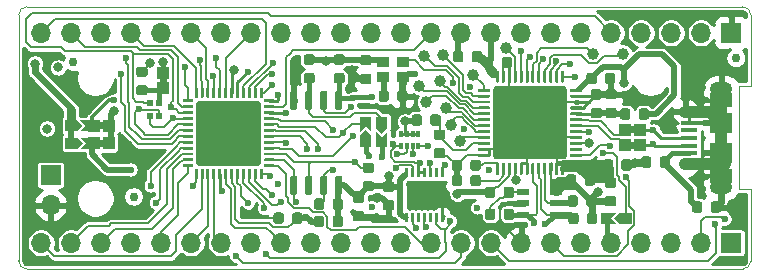
<source format=gtl>
G04 #@! TF.GenerationSoftware,KiCad,Pcbnew,(5.1.5)-3*
G04 #@! TF.CreationDate,2020-03-25T11:39:42-07:00*
G04 #@! TF.ProjectId,UPduino_v3.0,55506475-696e-46f5-9f76-332e302e6b69,3.0*
G04 #@! TF.SameCoordinates,PX5f5e100PY5f5e100*
G04 #@! TF.FileFunction,Copper,L1,Top*
G04 #@! TF.FilePolarity,Positive*
%FSLAX46Y46*%
G04 Gerber Fmt 4.6, Leading zero omitted, Abs format (unit mm)*
G04 Created by KiCad (PCBNEW (5.1.5)-3) date 2020-03-25 11:39:42*
%MOMM*%
%LPD*%
G04 APERTURE LIST*
%ADD10C,0.050000*%
%ADD11C,0.100000*%
%ADD12R,1.100000X0.900000*%
%ADD13R,1.100000X0.600000*%
%ADD14C,1.000000*%
%ADD15O,1.700000X1.700000*%
%ADD16R,1.700000X1.700000*%
%ADD17R,0.320000X0.500000*%
%ADD18O,1.250000X1.050000*%
%ADD19R,0.100000X0.500000*%
%ADD20O,1.900000X1.200000*%
%ADD21R,1.900000X1.260000*%
%ADD22R,1.900000X1.800000*%
%ADD23R,1.350000X0.400000*%
%ADD24C,0.750000*%
%ADD25R,0.600000X0.600000*%
%ADD26R,1.000000X1.000000*%
%ADD27C,0.800000*%
%ADD28C,0.600000*%
%ADD29C,0.254000*%
%ADD30C,0.200000*%
%ADD31C,0.400000*%
%ADD32C,0.500000*%
%ADD33C,0.203200*%
%ADD34C,0.300000*%
%ADD35C,1.000000*%
%ADD36C,0.600000*%
%ADD37C,0.152400*%
%ADD38C,0.150000*%
%ADD39C,0.800000*%
G04 APERTURE END LIST*
D10*
X0Y21520000D02*
G75*
G02X700000Y22220000I700000J0D01*
G01*
X61300000Y22220000D02*
G75*
G02X62000000Y21520000I0J-700000D01*
G01*
X62000000Y700000D02*
G75*
G02X61300000Y0I-700000J0D01*
G01*
X700000Y0D02*
G75*
G02X0Y700000I0J700000D01*
G01*
X62000000Y6800000D02*
X61000000Y6800000D01*
X62000000Y15500000D02*
X61000000Y15500000D01*
X61000000Y6800000D02*
X61000000Y15500000D01*
X62000000Y700000D02*
X62000000Y6800000D01*
X0Y21520000D02*
X0Y700000D01*
X61300000Y22220000D02*
X700000Y22220000D01*
X62000000Y15500000D02*
X62000000Y21520000D01*
X700000Y0D02*
X61300000Y0D01*
D11*
G36*
X7251100Y10354000D02*
G01*
X6751100Y10354000D01*
X6751100Y10954000D01*
X7251100Y10954000D01*
X7251100Y10354000D01*
G37*
G36*
X11950000Y15710000D02*
G01*
X11950000Y16210000D01*
X12550000Y16210000D01*
X12550000Y15710000D01*
X11950000Y15710000D01*
G37*
G36*
X7251100Y11854000D02*
G01*
X6751100Y11854000D01*
X6751100Y12454000D01*
X7251100Y12454000D01*
X7251100Y11854000D01*
G37*
G36*
X51750000Y10800000D02*
G01*
X52250000Y10800000D01*
X52250000Y10200000D01*
X51750000Y10200000D01*
X51750000Y10800000D01*
G37*
G36*
X51750000Y12100000D02*
G01*
X52250000Y12100000D01*
X52250000Y11500000D01*
X51750000Y11500000D01*
X51750000Y12100000D01*
G37*
D12*
X30820000Y17550000D03*
X32550000Y17550000D03*
X32550000Y16250000D03*
X30850000Y16250000D03*
G04 #@! TA.AperFunction,SMDPad,CuDef*
D11*
G36*
X46117026Y8998499D02*
G01*
X46123093Y8997599D01*
X46129043Y8996109D01*
X46134818Y8994042D01*
X46140362Y8991420D01*
X46145623Y8988267D01*
X46150550Y8984613D01*
X46155094Y8980494D01*
X46159213Y8975950D01*
X46162867Y8971023D01*
X46166020Y8965762D01*
X46168642Y8960218D01*
X46170709Y8954443D01*
X46172199Y8948493D01*
X46173099Y8942426D01*
X46173400Y8936300D01*
X46173400Y8061300D01*
X46173099Y8055174D01*
X46172199Y8049107D01*
X46170709Y8043157D01*
X46168642Y8037382D01*
X46166020Y8031838D01*
X46162867Y8026577D01*
X46159213Y8021650D01*
X46155094Y8017106D01*
X46150550Y8012987D01*
X46145623Y8009333D01*
X46140362Y8006180D01*
X46134818Y8003558D01*
X46129043Y8001491D01*
X46123093Y8000001D01*
X46117026Y7999101D01*
X46110900Y7998800D01*
X45985900Y7998800D01*
X45979774Y7999101D01*
X45973707Y8000001D01*
X45967757Y8001491D01*
X45961982Y8003558D01*
X45956438Y8006180D01*
X45951177Y8009333D01*
X45946250Y8012987D01*
X45941706Y8017106D01*
X45937587Y8021650D01*
X45933933Y8026577D01*
X45930780Y8031838D01*
X45928158Y8037382D01*
X45926091Y8043157D01*
X45924601Y8049107D01*
X45923701Y8055174D01*
X45923400Y8061300D01*
X45923400Y8936300D01*
X45923701Y8942426D01*
X45924601Y8948493D01*
X45926091Y8954443D01*
X45928158Y8960218D01*
X45930780Y8965762D01*
X45933933Y8971023D01*
X45937587Y8975950D01*
X45941706Y8980494D01*
X45946250Y8984613D01*
X45951177Y8988267D01*
X45956438Y8991420D01*
X45961982Y8994042D01*
X45967757Y8996109D01*
X45973707Y8997599D01*
X45979774Y8998499D01*
X45985900Y8998800D01*
X46110900Y8998800D01*
X46117026Y8998499D01*
G37*
G04 #@! TD.AperFunction*
G04 #@! TA.AperFunction,SMDPad,CuDef*
G36*
X45617026Y8998499D02*
G01*
X45623093Y8997599D01*
X45629043Y8996109D01*
X45634818Y8994042D01*
X45640362Y8991420D01*
X45645623Y8988267D01*
X45650550Y8984613D01*
X45655094Y8980494D01*
X45659213Y8975950D01*
X45662867Y8971023D01*
X45666020Y8965762D01*
X45668642Y8960218D01*
X45670709Y8954443D01*
X45672199Y8948493D01*
X45673099Y8942426D01*
X45673400Y8936300D01*
X45673400Y8061300D01*
X45673099Y8055174D01*
X45672199Y8049107D01*
X45670709Y8043157D01*
X45668642Y8037382D01*
X45666020Y8031838D01*
X45662867Y8026577D01*
X45659213Y8021650D01*
X45655094Y8017106D01*
X45650550Y8012987D01*
X45645623Y8009333D01*
X45640362Y8006180D01*
X45634818Y8003558D01*
X45629043Y8001491D01*
X45623093Y8000001D01*
X45617026Y7999101D01*
X45610900Y7998800D01*
X45485900Y7998800D01*
X45479774Y7999101D01*
X45473707Y8000001D01*
X45467757Y8001491D01*
X45461982Y8003558D01*
X45456438Y8006180D01*
X45451177Y8009333D01*
X45446250Y8012987D01*
X45441706Y8017106D01*
X45437587Y8021650D01*
X45433933Y8026577D01*
X45430780Y8031838D01*
X45428158Y8037382D01*
X45426091Y8043157D01*
X45424601Y8049107D01*
X45423701Y8055174D01*
X45423400Y8061300D01*
X45423400Y8936300D01*
X45423701Y8942426D01*
X45424601Y8948493D01*
X45426091Y8954443D01*
X45428158Y8960218D01*
X45430780Y8965762D01*
X45433933Y8971023D01*
X45437587Y8975950D01*
X45441706Y8980494D01*
X45446250Y8984613D01*
X45451177Y8988267D01*
X45456438Y8991420D01*
X45461982Y8994042D01*
X45467757Y8996109D01*
X45473707Y8997599D01*
X45479774Y8998499D01*
X45485900Y8998800D01*
X45610900Y8998800D01*
X45617026Y8998499D01*
G37*
G04 #@! TD.AperFunction*
G04 #@! TA.AperFunction,SMDPad,CuDef*
G36*
X45117026Y8998499D02*
G01*
X45123093Y8997599D01*
X45129043Y8996109D01*
X45134818Y8994042D01*
X45140362Y8991420D01*
X45145623Y8988267D01*
X45150550Y8984613D01*
X45155094Y8980494D01*
X45159213Y8975950D01*
X45162867Y8971023D01*
X45166020Y8965762D01*
X45168642Y8960218D01*
X45170709Y8954443D01*
X45172199Y8948493D01*
X45173099Y8942426D01*
X45173400Y8936300D01*
X45173400Y8061300D01*
X45173099Y8055174D01*
X45172199Y8049107D01*
X45170709Y8043157D01*
X45168642Y8037382D01*
X45166020Y8031838D01*
X45162867Y8026577D01*
X45159213Y8021650D01*
X45155094Y8017106D01*
X45150550Y8012987D01*
X45145623Y8009333D01*
X45140362Y8006180D01*
X45134818Y8003558D01*
X45129043Y8001491D01*
X45123093Y8000001D01*
X45117026Y7999101D01*
X45110900Y7998800D01*
X44985900Y7998800D01*
X44979774Y7999101D01*
X44973707Y8000001D01*
X44967757Y8001491D01*
X44961982Y8003558D01*
X44956438Y8006180D01*
X44951177Y8009333D01*
X44946250Y8012987D01*
X44941706Y8017106D01*
X44937587Y8021650D01*
X44933933Y8026577D01*
X44930780Y8031838D01*
X44928158Y8037382D01*
X44926091Y8043157D01*
X44924601Y8049107D01*
X44923701Y8055174D01*
X44923400Y8061300D01*
X44923400Y8936300D01*
X44923701Y8942426D01*
X44924601Y8948493D01*
X44926091Y8954443D01*
X44928158Y8960218D01*
X44930780Y8965762D01*
X44933933Y8971023D01*
X44937587Y8975950D01*
X44941706Y8980494D01*
X44946250Y8984613D01*
X44951177Y8988267D01*
X44956438Y8991420D01*
X44961982Y8994042D01*
X44967757Y8996109D01*
X44973707Y8997599D01*
X44979774Y8998499D01*
X44985900Y8998800D01*
X45110900Y8998800D01*
X45117026Y8998499D01*
G37*
G04 #@! TD.AperFunction*
G04 #@! TA.AperFunction,SMDPad,CuDef*
G36*
X44617026Y8998499D02*
G01*
X44623093Y8997599D01*
X44629043Y8996109D01*
X44634818Y8994042D01*
X44640362Y8991420D01*
X44645623Y8988267D01*
X44650550Y8984613D01*
X44655094Y8980494D01*
X44659213Y8975950D01*
X44662867Y8971023D01*
X44666020Y8965762D01*
X44668642Y8960218D01*
X44670709Y8954443D01*
X44672199Y8948493D01*
X44673099Y8942426D01*
X44673400Y8936300D01*
X44673400Y8061300D01*
X44673099Y8055174D01*
X44672199Y8049107D01*
X44670709Y8043157D01*
X44668642Y8037382D01*
X44666020Y8031838D01*
X44662867Y8026577D01*
X44659213Y8021650D01*
X44655094Y8017106D01*
X44650550Y8012987D01*
X44645623Y8009333D01*
X44640362Y8006180D01*
X44634818Y8003558D01*
X44629043Y8001491D01*
X44623093Y8000001D01*
X44617026Y7999101D01*
X44610900Y7998800D01*
X44485900Y7998800D01*
X44479774Y7999101D01*
X44473707Y8000001D01*
X44467757Y8001491D01*
X44461982Y8003558D01*
X44456438Y8006180D01*
X44451177Y8009333D01*
X44446250Y8012987D01*
X44441706Y8017106D01*
X44437587Y8021650D01*
X44433933Y8026577D01*
X44430780Y8031838D01*
X44428158Y8037382D01*
X44426091Y8043157D01*
X44424601Y8049107D01*
X44423701Y8055174D01*
X44423400Y8061300D01*
X44423400Y8936300D01*
X44423701Y8942426D01*
X44424601Y8948493D01*
X44426091Y8954443D01*
X44428158Y8960218D01*
X44430780Y8965762D01*
X44433933Y8971023D01*
X44437587Y8975950D01*
X44441706Y8980494D01*
X44446250Y8984613D01*
X44451177Y8988267D01*
X44456438Y8991420D01*
X44461982Y8994042D01*
X44467757Y8996109D01*
X44473707Y8997599D01*
X44479774Y8998499D01*
X44485900Y8998800D01*
X44610900Y8998800D01*
X44617026Y8998499D01*
G37*
G04 #@! TD.AperFunction*
G04 #@! TA.AperFunction,SMDPad,CuDef*
G36*
X44117026Y8998499D02*
G01*
X44123093Y8997599D01*
X44129043Y8996109D01*
X44134818Y8994042D01*
X44140362Y8991420D01*
X44145623Y8988267D01*
X44150550Y8984613D01*
X44155094Y8980494D01*
X44159213Y8975950D01*
X44162867Y8971023D01*
X44166020Y8965762D01*
X44168642Y8960218D01*
X44170709Y8954443D01*
X44172199Y8948493D01*
X44173099Y8942426D01*
X44173400Y8936300D01*
X44173400Y8061300D01*
X44173099Y8055174D01*
X44172199Y8049107D01*
X44170709Y8043157D01*
X44168642Y8037382D01*
X44166020Y8031838D01*
X44162867Y8026577D01*
X44159213Y8021650D01*
X44155094Y8017106D01*
X44150550Y8012987D01*
X44145623Y8009333D01*
X44140362Y8006180D01*
X44134818Y8003558D01*
X44129043Y8001491D01*
X44123093Y8000001D01*
X44117026Y7999101D01*
X44110900Y7998800D01*
X43985900Y7998800D01*
X43979774Y7999101D01*
X43973707Y8000001D01*
X43967757Y8001491D01*
X43961982Y8003558D01*
X43956438Y8006180D01*
X43951177Y8009333D01*
X43946250Y8012987D01*
X43941706Y8017106D01*
X43937587Y8021650D01*
X43933933Y8026577D01*
X43930780Y8031838D01*
X43928158Y8037382D01*
X43926091Y8043157D01*
X43924601Y8049107D01*
X43923701Y8055174D01*
X43923400Y8061300D01*
X43923400Y8936300D01*
X43923701Y8942426D01*
X43924601Y8948493D01*
X43926091Y8954443D01*
X43928158Y8960218D01*
X43930780Y8965762D01*
X43933933Y8971023D01*
X43937587Y8975950D01*
X43941706Y8980494D01*
X43946250Y8984613D01*
X43951177Y8988267D01*
X43956438Y8991420D01*
X43961982Y8994042D01*
X43967757Y8996109D01*
X43973707Y8997599D01*
X43979774Y8998499D01*
X43985900Y8998800D01*
X44110900Y8998800D01*
X44117026Y8998499D01*
G37*
G04 #@! TD.AperFunction*
G04 #@! TA.AperFunction,SMDPad,CuDef*
G36*
X43617026Y8998499D02*
G01*
X43623093Y8997599D01*
X43629043Y8996109D01*
X43634818Y8994042D01*
X43640362Y8991420D01*
X43645623Y8988267D01*
X43650550Y8984613D01*
X43655094Y8980494D01*
X43659213Y8975950D01*
X43662867Y8971023D01*
X43666020Y8965762D01*
X43668642Y8960218D01*
X43670709Y8954443D01*
X43672199Y8948493D01*
X43673099Y8942426D01*
X43673400Y8936300D01*
X43673400Y8061300D01*
X43673099Y8055174D01*
X43672199Y8049107D01*
X43670709Y8043157D01*
X43668642Y8037382D01*
X43666020Y8031838D01*
X43662867Y8026577D01*
X43659213Y8021650D01*
X43655094Y8017106D01*
X43650550Y8012987D01*
X43645623Y8009333D01*
X43640362Y8006180D01*
X43634818Y8003558D01*
X43629043Y8001491D01*
X43623093Y8000001D01*
X43617026Y7999101D01*
X43610900Y7998800D01*
X43485900Y7998800D01*
X43479774Y7999101D01*
X43473707Y8000001D01*
X43467757Y8001491D01*
X43461982Y8003558D01*
X43456438Y8006180D01*
X43451177Y8009333D01*
X43446250Y8012987D01*
X43441706Y8017106D01*
X43437587Y8021650D01*
X43433933Y8026577D01*
X43430780Y8031838D01*
X43428158Y8037382D01*
X43426091Y8043157D01*
X43424601Y8049107D01*
X43423701Y8055174D01*
X43423400Y8061300D01*
X43423400Y8936300D01*
X43423701Y8942426D01*
X43424601Y8948493D01*
X43426091Y8954443D01*
X43428158Y8960218D01*
X43430780Y8965762D01*
X43433933Y8971023D01*
X43437587Y8975950D01*
X43441706Y8980494D01*
X43446250Y8984613D01*
X43451177Y8988267D01*
X43456438Y8991420D01*
X43461982Y8994042D01*
X43467757Y8996109D01*
X43473707Y8997599D01*
X43479774Y8998499D01*
X43485900Y8998800D01*
X43610900Y8998800D01*
X43617026Y8998499D01*
G37*
G04 #@! TD.AperFunction*
G04 #@! TA.AperFunction,SMDPad,CuDef*
G36*
X43117026Y8998499D02*
G01*
X43123093Y8997599D01*
X43129043Y8996109D01*
X43134818Y8994042D01*
X43140362Y8991420D01*
X43145623Y8988267D01*
X43150550Y8984613D01*
X43155094Y8980494D01*
X43159213Y8975950D01*
X43162867Y8971023D01*
X43166020Y8965762D01*
X43168642Y8960218D01*
X43170709Y8954443D01*
X43172199Y8948493D01*
X43173099Y8942426D01*
X43173400Y8936300D01*
X43173400Y8061300D01*
X43173099Y8055174D01*
X43172199Y8049107D01*
X43170709Y8043157D01*
X43168642Y8037382D01*
X43166020Y8031838D01*
X43162867Y8026577D01*
X43159213Y8021650D01*
X43155094Y8017106D01*
X43150550Y8012987D01*
X43145623Y8009333D01*
X43140362Y8006180D01*
X43134818Y8003558D01*
X43129043Y8001491D01*
X43123093Y8000001D01*
X43117026Y7999101D01*
X43110900Y7998800D01*
X42985900Y7998800D01*
X42979774Y7999101D01*
X42973707Y8000001D01*
X42967757Y8001491D01*
X42961982Y8003558D01*
X42956438Y8006180D01*
X42951177Y8009333D01*
X42946250Y8012987D01*
X42941706Y8017106D01*
X42937587Y8021650D01*
X42933933Y8026577D01*
X42930780Y8031838D01*
X42928158Y8037382D01*
X42926091Y8043157D01*
X42924601Y8049107D01*
X42923701Y8055174D01*
X42923400Y8061300D01*
X42923400Y8936300D01*
X42923701Y8942426D01*
X42924601Y8948493D01*
X42926091Y8954443D01*
X42928158Y8960218D01*
X42930780Y8965762D01*
X42933933Y8971023D01*
X42937587Y8975950D01*
X42941706Y8980494D01*
X42946250Y8984613D01*
X42951177Y8988267D01*
X42956438Y8991420D01*
X42961982Y8994042D01*
X42967757Y8996109D01*
X42973707Y8997599D01*
X42979774Y8998499D01*
X42985900Y8998800D01*
X43110900Y8998800D01*
X43117026Y8998499D01*
G37*
G04 #@! TD.AperFunction*
G04 #@! TA.AperFunction,SMDPad,CuDef*
G36*
X42617026Y8998499D02*
G01*
X42623093Y8997599D01*
X42629043Y8996109D01*
X42634818Y8994042D01*
X42640362Y8991420D01*
X42645623Y8988267D01*
X42650550Y8984613D01*
X42655094Y8980494D01*
X42659213Y8975950D01*
X42662867Y8971023D01*
X42666020Y8965762D01*
X42668642Y8960218D01*
X42670709Y8954443D01*
X42672199Y8948493D01*
X42673099Y8942426D01*
X42673400Y8936300D01*
X42673400Y8061300D01*
X42673099Y8055174D01*
X42672199Y8049107D01*
X42670709Y8043157D01*
X42668642Y8037382D01*
X42666020Y8031838D01*
X42662867Y8026577D01*
X42659213Y8021650D01*
X42655094Y8017106D01*
X42650550Y8012987D01*
X42645623Y8009333D01*
X42640362Y8006180D01*
X42634818Y8003558D01*
X42629043Y8001491D01*
X42623093Y8000001D01*
X42617026Y7999101D01*
X42610900Y7998800D01*
X42485900Y7998800D01*
X42479774Y7999101D01*
X42473707Y8000001D01*
X42467757Y8001491D01*
X42461982Y8003558D01*
X42456438Y8006180D01*
X42451177Y8009333D01*
X42446250Y8012987D01*
X42441706Y8017106D01*
X42437587Y8021650D01*
X42433933Y8026577D01*
X42430780Y8031838D01*
X42428158Y8037382D01*
X42426091Y8043157D01*
X42424601Y8049107D01*
X42423701Y8055174D01*
X42423400Y8061300D01*
X42423400Y8936300D01*
X42423701Y8942426D01*
X42424601Y8948493D01*
X42426091Y8954443D01*
X42428158Y8960218D01*
X42430780Y8965762D01*
X42433933Y8971023D01*
X42437587Y8975950D01*
X42441706Y8980494D01*
X42446250Y8984613D01*
X42451177Y8988267D01*
X42456438Y8991420D01*
X42461982Y8994042D01*
X42467757Y8996109D01*
X42473707Y8997599D01*
X42479774Y8998499D01*
X42485900Y8998800D01*
X42610900Y8998800D01*
X42617026Y8998499D01*
G37*
G04 #@! TD.AperFunction*
G04 #@! TA.AperFunction,SMDPad,CuDef*
G36*
X42117026Y8998499D02*
G01*
X42123093Y8997599D01*
X42129043Y8996109D01*
X42134818Y8994042D01*
X42140362Y8991420D01*
X42145623Y8988267D01*
X42150550Y8984613D01*
X42155094Y8980494D01*
X42159213Y8975950D01*
X42162867Y8971023D01*
X42166020Y8965762D01*
X42168642Y8960218D01*
X42170709Y8954443D01*
X42172199Y8948493D01*
X42173099Y8942426D01*
X42173400Y8936300D01*
X42173400Y8061300D01*
X42173099Y8055174D01*
X42172199Y8049107D01*
X42170709Y8043157D01*
X42168642Y8037382D01*
X42166020Y8031838D01*
X42162867Y8026577D01*
X42159213Y8021650D01*
X42155094Y8017106D01*
X42150550Y8012987D01*
X42145623Y8009333D01*
X42140362Y8006180D01*
X42134818Y8003558D01*
X42129043Y8001491D01*
X42123093Y8000001D01*
X42117026Y7999101D01*
X42110900Y7998800D01*
X41985900Y7998800D01*
X41979774Y7999101D01*
X41973707Y8000001D01*
X41967757Y8001491D01*
X41961982Y8003558D01*
X41956438Y8006180D01*
X41951177Y8009333D01*
X41946250Y8012987D01*
X41941706Y8017106D01*
X41937587Y8021650D01*
X41933933Y8026577D01*
X41930780Y8031838D01*
X41928158Y8037382D01*
X41926091Y8043157D01*
X41924601Y8049107D01*
X41923701Y8055174D01*
X41923400Y8061300D01*
X41923400Y8936300D01*
X41923701Y8942426D01*
X41924601Y8948493D01*
X41926091Y8954443D01*
X41928158Y8960218D01*
X41930780Y8965762D01*
X41933933Y8971023D01*
X41937587Y8975950D01*
X41941706Y8980494D01*
X41946250Y8984613D01*
X41951177Y8988267D01*
X41956438Y8991420D01*
X41961982Y8994042D01*
X41967757Y8996109D01*
X41973707Y8997599D01*
X41979774Y8998499D01*
X41985900Y8998800D01*
X42110900Y8998800D01*
X42117026Y8998499D01*
G37*
G04 #@! TD.AperFunction*
G04 #@! TA.AperFunction,SMDPad,CuDef*
G36*
X41617026Y8998499D02*
G01*
X41623093Y8997599D01*
X41629043Y8996109D01*
X41634818Y8994042D01*
X41640362Y8991420D01*
X41645623Y8988267D01*
X41650550Y8984613D01*
X41655094Y8980494D01*
X41659213Y8975950D01*
X41662867Y8971023D01*
X41666020Y8965762D01*
X41668642Y8960218D01*
X41670709Y8954443D01*
X41672199Y8948493D01*
X41673099Y8942426D01*
X41673400Y8936300D01*
X41673400Y8061300D01*
X41673099Y8055174D01*
X41672199Y8049107D01*
X41670709Y8043157D01*
X41668642Y8037382D01*
X41666020Y8031838D01*
X41662867Y8026577D01*
X41659213Y8021650D01*
X41655094Y8017106D01*
X41650550Y8012987D01*
X41645623Y8009333D01*
X41640362Y8006180D01*
X41634818Y8003558D01*
X41629043Y8001491D01*
X41623093Y8000001D01*
X41617026Y7999101D01*
X41610900Y7998800D01*
X41485900Y7998800D01*
X41479774Y7999101D01*
X41473707Y8000001D01*
X41467757Y8001491D01*
X41461982Y8003558D01*
X41456438Y8006180D01*
X41451177Y8009333D01*
X41446250Y8012987D01*
X41441706Y8017106D01*
X41437587Y8021650D01*
X41433933Y8026577D01*
X41430780Y8031838D01*
X41428158Y8037382D01*
X41426091Y8043157D01*
X41424601Y8049107D01*
X41423701Y8055174D01*
X41423400Y8061300D01*
X41423400Y8936300D01*
X41423701Y8942426D01*
X41424601Y8948493D01*
X41426091Y8954443D01*
X41428158Y8960218D01*
X41430780Y8965762D01*
X41433933Y8971023D01*
X41437587Y8975950D01*
X41441706Y8980494D01*
X41446250Y8984613D01*
X41451177Y8988267D01*
X41456438Y8991420D01*
X41461982Y8994042D01*
X41467757Y8996109D01*
X41473707Y8997599D01*
X41479774Y8998499D01*
X41485900Y8998800D01*
X41610900Y8998800D01*
X41617026Y8998499D01*
G37*
G04 #@! TD.AperFunction*
G04 #@! TA.AperFunction,SMDPad,CuDef*
G36*
X41117026Y8998499D02*
G01*
X41123093Y8997599D01*
X41129043Y8996109D01*
X41134818Y8994042D01*
X41140362Y8991420D01*
X41145623Y8988267D01*
X41150550Y8984613D01*
X41155094Y8980494D01*
X41159213Y8975950D01*
X41162867Y8971023D01*
X41166020Y8965762D01*
X41168642Y8960218D01*
X41170709Y8954443D01*
X41172199Y8948493D01*
X41173099Y8942426D01*
X41173400Y8936300D01*
X41173400Y8061300D01*
X41173099Y8055174D01*
X41172199Y8049107D01*
X41170709Y8043157D01*
X41168642Y8037382D01*
X41166020Y8031838D01*
X41162867Y8026577D01*
X41159213Y8021650D01*
X41155094Y8017106D01*
X41150550Y8012987D01*
X41145623Y8009333D01*
X41140362Y8006180D01*
X41134818Y8003558D01*
X41129043Y8001491D01*
X41123093Y8000001D01*
X41117026Y7999101D01*
X41110900Y7998800D01*
X40985900Y7998800D01*
X40979774Y7999101D01*
X40973707Y8000001D01*
X40967757Y8001491D01*
X40961982Y8003558D01*
X40956438Y8006180D01*
X40951177Y8009333D01*
X40946250Y8012987D01*
X40941706Y8017106D01*
X40937587Y8021650D01*
X40933933Y8026577D01*
X40930780Y8031838D01*
X40928158Y8037382D01*
X40926091Y8043157D01*
X40924601Y8049107D01*
X40923701Y8055174D01*
X40923400Y8061300D01*
X40923400Y8936300D01*
X40923701Y8942426D01*
X40924601Y8948493D01*
X40926091Y8954443D01*
X40928158Y8960218D01*
X40930780Y8965762D01*
X40933933Y8971023D01*
X40937587Y8975950D01*
X40941706Y8980494D01*
X40946250Y8984613D01*
X40951177Y8988267D01*
X40956438Y8991420D01*
X40961982Y8994042D01*
X40967757Y8996109D01*
X40973707Y8997599D01*
X40979774Y8998499D01*
X40985900Y8998800D01*
X41110900Y8998800D01*
X41117026Y8998499D01*
G37*
G04 #@! TD.AperFunction*
G04 #@! TA.AperFunction,SMDPad,CuDef*
G36*
X40617026Y8998499D02*
G01*
X40623093Y8997599D01*
X40629043Y8996109D01*
X40634818Y8994042D01*
X40640362Y8991420D01*
X40645623Y8988267D01*
X40650550Y8984613D01*
X40655094Y8980494D01*
X40659213Y8975950D01*
X40662867Y8971023D01*
X40666020Y8965762D01*
X40668642Y8960218D01*
X40670709Y8954443D01*
X40672199Y8948493D01*
X40673099Y8942426D01*
X40673400Y8936300D01*
X40673400Y8061300D01*
X40673099Y8055174D01*
X40672199Y8049107D01*
X40670709Y8043157D01*
X40668642Y8037382D01*
X40666020Y8031838D01*
X40662867Y8026577D01*
X40659213Y8021650D01*
X40655094Y8017106D01*
X40650550Y8012987D01*
X40645623Y8009333D01*
X40640362Y8006180D01*
X40634818Y8003558D01*
X40629043Y8001491D01*
X40623093Y8000001D01*
X40617026Y7999101D01*
X40610900Y7998800D01*
X40485900Y7998800D01*
X40479774Y7999101D01*
X40473707Y8000001D01*
X40467757Y8001491D01*
X40461982Y8003558D01*
X40456438Y8006180D01*
X40451177Y8009333D01*
X40446250Y8012987D01*
X40441706Y8017106D01*
X40437587Y8021650D01*
X40433933Y8026577D01*
X40430780Y8031838D01*
X40428158Y8037382D01*
X40426091Y8043157D01*
X40424601Y8049107D01*
X40423701Y8055174D01*
X40423400Y8061300D01*
X40423400Y8936300D01*
X40423701Y8942426D01*
X40424601Y8948493D01*
X40426091Y8954443D01*
X40428158Y8960218D01*
X40430780Y8965762D01*
X40433933Y8971023D01*
X40437587Y8975950D01*
X40441706Y8980494D01*
X40446250Y8984613D01*
X40451177Y8988267D01*
X40456438Y8991420D01*
X40461982Y8994042D01*
X40467757Y8996109D01*
X40473707Y8997599D01*
X40479774Y8998499D01*
X40485900Y8998800D01*
X40610900Y8998800D01*
X40617026Y8998499D01*
G37*
G04 #@! TD.AperFunction*
G04 #@! TA.AperFunction,SMDPad,CuDef*
G36*
X39842026Y9773499D02*
G01*
X39848093Y9772599D01*
X39854043Y9771109D01*
X39859818Y9769042D01*
X39865362Y9766420D01*
X39870623Y9763267D01*
X39875550Y9759613D01*
X39880094Y9755494D01*
X39884213Y9750950D01*
X39887867Y9746023D01*
X39891020Y9740762D01*
X39893642Y9735218D01*
X39895709Y9729443D01*
X39897199Y9723493D01*
X39898099Y9717426D01*
X39898400Y9711300D01*
X39898400Y9586300D01*
X39898099Y9580174D01*
X39897199Y9574107D01*
X39895709Y9568157D01*
X39893642Y9562382D01*
X39891020Y9556838D01*
X39887867Y9551577D01*
X39884213Y9546650D01*
X39880094Y9542106D01*
X39875550Y9537987D01*
X39870623Y9534333D01*
X39865362Y9531180D01*
X39859818Y9528558D01*
X39854043Y9526491D01*
X39848093Y9525001D01*
X39842026Y9524101D01*
X39835900Y9523800D01*
X38960900Y9523800D01*
X38954774Y9524101D01*
X38948707Y9525001D01*
X38942757Y9526491D01*
X38936982Y9528558D01*
X38931438Y9531180D01*
X38926177Y9534333D01*
X38921250Y9537987D01*
X38916706Y9542106D01*
X38912587Y9546650D01*
X38908933Y9551577D01*
X38905780Y9556838D01*
X38903158Y9562382D01*
X38901091Y9568157D01*
X38899601Y9574107D01*
X38898701Y9580174D01*
X38898400Y9586300D01*
X38898400Y9711300D01*
X38898701Y9717426D01*
X38899601Y9723493D01*
X38901091Y9729443D01*
X38903158Y9735218D01*
X38905780Y9740762D01*
X38908933Y9746023D01*
X38912587Y9750950D01*
X38916706Y9755494D01*
X38921250Y9759613D01*
X38926177Y9763267D01*
X38931438Y9766420D01*
X38936982Y9769042D01*
X38942757Y9771109D01*
X38948707Y9772599D01*
X38954774Y9773499D01*
X38960900Y9773800D01*
X39835900Y9773800D01*
X39842026Y9773499D01*
G37*
G04 #@! TD.AperFunction*
G04 #@! TA.AperFunction,SMDPad,CuDef*
G36*
X39842026Y10273499D02*
G01*
X39848093Y10272599D01*
X39854043Y10271109D01*
X39859818Y10269042D01*
X39865362Y10266420D01*
X39870623Y10263267D01*
X39875550Y10259613D01*
X39880094Y10255494D01*
X39884213Y10250950D01*
X39887867Y10246023D01*
X39891020Y10240762D01*
X39893642Y10235218D01*
X39895709Y10229443D01*
X39897199Y10223493D01*
X39898099Y10217426D01*
X39898400Y10211300D01*
X39898400Y10086300D01*
X39898099Y10080174D01*
X39897199Y10074107D01*
X39895709Y10068157D01*
X39893642Y10062382D01*
X39891020Y10056838D01*
X39887867Y10051577D01*
X39884213Y10046650D01*
X39880094Y10042106D01*
X39875550Y10037987D01*
X39870623Y10034333D01*
X39865362Y10031180D01*
X39859818Y10028558D01*
X39854043Y10026491D01*
X39848093Y10025001D01*
X39842026Y10024101D01*
X39835900Y10023800D01*
X38960900Y10023800D01*
X38954774Y10024101D01*
X38948707Y10025001D01*
X38942757Y10026491D01*
X38936982Y10028558D01*
X38931438Y10031180D01*
X38926177Y10034333D01*
X38921250Y10037987D01*
X38916706Y10042106D01*
X38912587Y10046650D01*
X38908933Y10051577D01*
X38905780Y10056838D01*
X38903158Y10062382D01*
X38901091Y10068157D01*
X38899601Y10074107D01*
X38898701Y10080174D01*
X38898400Y10086300D01*
X38898400Y10211300D01*
X38898701Y10217426D01*
X38899601Y10223493D01*
X38901091Y10229443D01*
X38903158Y10235218D01*
X38905780Y10240762D01*
X38908933Y10246023D01*
X38912587Y10250950D01*
X38916706Y10255494D01*
X38921250Y10259613D01*
X38926177Y10263267D01*
X38931438Y10266420D01*
X38936982Y10269042D01*
X38942757Y10271109D01*
X38948707Y10272599D01*
X38954774Y10273499D01*
X38960900Y10273800D01*
X39835900Y10273800D01*
X39842026Y10273499D01*
G37*
G04 #@! TD.AperFunction*
G04 #@! TA.AperFunction,SMDPad,CuDef*
G36*
X39842026Y10773499D02*
G01*
X39848093Y10772599D01*
X39854043Y10771109D01*
X39859818Y10769042D01*
X39865362Y10766420D01*
X39870623Y10763267D01*
X39875550Y10759613D01*
X39880094Y10755494D01*
X39884213Y10750950D01*
X39887867Y10746023D01*
X39891020Y10740762D01*
X39893642Y10735218D01*
X39895709Y10729443D01*
X39897199Y10723493D01*
X39898099Y10717426D01*
X39898400Y10711300D01*
X39898400Y10586300D01*
X39898099Y10580174D01*
X39897199Y10574107D01*
X39895709Y10568157D01*
X39893642Y10562382D01*
X39891020Y10556838D01*
X39887867Y10551577D01*
X39884213Y10546650D01*
X39880094Y10542106D01*
X39875550Y10537987D01*
X39870623Y10534333D01*
X39865362Y10531180D01*
X39859818Y10528558D01*
X39854043Y10526491D01*
X39848093Y10525001D01*
X39842026Y10524101D01*
X39835900Y10523800D01*
X38960900Y10523800D01*
X38954774Y10524101D01*
X38948707Y10525001D01*
X38942757Y10526491D01*
X38936982Y10528558D01*
X38931438Y10531180D01*
X38926177Y10534333D01*
X38921250Y10537987D01*
X38916706Y10542106D01*
X38912587Y10546650D01*
X38908933Y10551577D01*
X38905780Y10556838D01*
X38903158Y10562382D01*
X38901091Y10568157D01*
X38899601Y10574107D01*
X38898701Y10580174D01*
X38898400Y10586300D01*
X38898400Y10711300D01*
X38898701Y10717426D01*
X38899601Y10723493D01*
X38901091Y10729443D01*
X38903158Y10735218D01*
X38905780Y10740762D01*
X38908933Y10746023D01*
X38912587Y10750950D01*
X38916706Y10755494D01*
X38921250Y10759613D01*
X38926177Y10763267D01*
X38931438Y10766420D01*
X38936982Y10769042D01*
X38942757Y10771109D01*
X38948707Y10772599D01*
X38954774Y10773499D01*
X38960900Y10773800D01*
X39835900Y10773800D01*
X39842026Y10773499D01*
G37*
G04 #@! TD.AperFunction*
G04 #@! TA.AperFunction,SMDPad,CuDef*
G36*
X39842026Y11273499D02*
G01*
X39848093Y11272599D01*
X39854043Y11271109D01*
X39859818Y11269042D01*
X39865362Y11266420D01*
X39870623Y11263267D01*
X39875550Y11259613D01*
X39880094Y11255494D01*
X39884213Y11250950D01*
X39887867Y11246023D01*
X39891020Y11240762D01*
X39893642Y11235218D01*
X39895709Y11229443D01*
X39897199Y11223493D01*
X39898099Y11217426D01*
X39898400Y11211300D01*
X39898400Y11086300D01*
X39898099Y11080174D01*
X39897199Y11074107D01*
X39895709Y11068157D01*
X39893642Y11062382D01*
X39891020Y11056838D01*
X39887867Y11051577D01*
X39884213Y11046650D01*
X39880094Y11042106D01*
X39875550Y11037987D01*
X39870623Y11034333D01*
X39865362Y11031180D01*
X39859818Y11028558D01*
X39854043Y11026491D01*
X39848093Y11025001D01*
X39842026Y11024101D01*
X39835900Y11023800D01*
X38960900Y11023800D01*
X38954774Y11024101D01*
X38948707Y11025001D01*
X38942757Y11026491D01*
X38936982Y11028558D01*
X38931438Y11031180D01*
X38926177Y11034333D01*
X38921250Y11037987D01*
X38916706Y11042106D01*
X38912587Y11046650D01*
X38908933Y11051577D01*
X38905780Y11056838D01*
X38903158Y11062382D01*
X38901091Y11068157D01*
X38899601Y11074107D01*
X38898701Y11080174D01*
X38898400Y11086300D01*
X38898400Y11211300D01*
X38898701Y11217426D01*
X38899601Y11223493D01*
X38901091Y11229443D01*
X38903158Y11235218D01*
X38905780Y11240762D01*
X38908933Y11246023D01*
X38912587Y11250950D01*
X38916706Y11255494D01*
X38921250Y11259613D01*
X38926177Y11263267D01*
X38931438Y11266420D01*
X38936982Y11269042D01*
X38942757Y11271109D01*
X38948707Y11272599D01*
X38954774Y11273499D01*
X38960900Y11273800D01*
X39835900Y11273800D01*
X39842026Y11273499D01*
G37*
G04 #@! TD.AperFunction*
G04 #@! TA.AperFunction,SMDPad,CuDef*
G36*
X39842026Y11773499D02*
G01*
X39848093Y11772599D01*
X39854043Y11771109D01*
X39859818Y11769042D01*
X39865362Y11766420D01*
X39870623Y11763267D01*
X39875550Y11759613D01*
X39880094Y11755494D01*
X39884213Y11750950D01*
X39887867Y11746023D01*
X39891020Y11740762D01*
X39893642Y11735218D01*
X39895709Y11729443D01*
X39897199Y11723493D01*
X39898099Y11717426D01*
X39898400Y11711300D01*
X39898400Y11586300D01*
X39898099Y11580174D01*
X39897199Y11574107D01*
X39895709Y11568157D01*
X39893642Y11562382D01*
X39891020Y11556838D01*
X39887867Y11551577D01*
X39884213Y11546650D01*
X39880094Y11542106D01*
X39875550Y11537987D01*
X39870623Y11534333D01*
X39865362Y11531180D01*
X39859818Y11528558D01*
X39854043Y11526491D01*
X39848093Y11525001D01*
X39842026Y11524101D01*
X39835900Y11523800D01*
X38960900Y11523800D01*
X38954774Y11524101D01*
X38948707Y11525001D01*
X38942757Y11526491D01*
X38936982Y11528558D01*
X38931438Y11531180D01*
X38926177Y11534333D01*
X38921250Y11537987D01*
X38916706Y11542106D01*
X38912587Y11546650D01*
X38908933Y11551577D01*
X38905780Y11556838D01*
X38903158Y11562382D01*
X38901091Y11568157D01*
X38899601Y11574107D01*
X38898701Y11580174D01*
X38898400Y11586300D01*
X38898400Y11711300D01*
X38898701Y11717426D01*
X38899601Y11723493D01*
X38901091Y11729443D01*
X38903158Y11735218D01*
X38905780Y11740762D01*
X38908933Y11746023D01*
X38912587Y11750950D01*
X38916706Y11755494D01*
X38921250Y11759613D01*
X38926177Y11763267D01*
X38931438Y11766420D01*
X38936982Y11769042D01*
X38942757Y11771109D01*
X38948707Y11772599D01*
X38954774Y11773499D01*
X38960900Y11773800D01*
X39835900Y11773800D01*
X39842026Y11773499D01*
G37*
G04 #@! TD.AperFunction*
G04 #@! TA.AperFunction,SMDPad,CuDef*
G36*
X39842026Y12273499D02*
G01*
X39848093Y12272599D01*
X39854043Y12271109D01*
X39859818Y12269042D01*
X39865362Y12266420D01*
X39870623Y12263267D01*
X39875550Y12259613D01*
X39880094Y12255494D01*
X39884213Y12250950D01*
X39887867Y12246023D01*
X39891020Y12240762D01*
X39893642Y12235218D01*
X39895709Y12229443D01*
X39897199Y12223493D01*
X39898099Y12217426D01*
X39898400Y12211300D01*
X39898400Y12086300D01*
X39898099Y12080174D01*
X39897199Y12074107D01*
X39895709Y12068157D01*
X39893642Y12062382D01*
X39891020Y12056838D01*
X39887867Y12051577D01*
X39884213Y12046650D01*
X39880094Y12042106D01*
X39875550Y12037987D01*
X39870623Y12034333D01*
X39865362Y12031180D01*
X39859818Y12028558D01*
X39854043Y12026491D01*
X39848093Y12025001D01*
X39842026Y12024101D01*
X39835900Y12023800D01*
X38960900Y12023800D01*
X38954774Y12024101D01*
X38948707Y12025001D01*
X38942757Y12026491D01*
X38936982Y12028558D01*
X38931438Y12031180D01*
X38926177Y12034333D01*
X38921250Y12037987D01*
X38916706Y12042106D01*
X38912587Y12046650D01*
X38908933Y12051577D01*
X38905780Y12056838D01*
X38903158Y12062382D01*
X38901091Y12068157D01*
X38899601Y12074107D01*
X38898701Y12080174D01*
X38898400Y12086300D01*
X38898400Y12211300D01*
X38898701Y12217426D01*
X38899601Y12223493D01*
X38901091Y12229443D01*
X38903158Y12235218D01*
X38905780Y12240762D01*
X38908933Y12246023D01*
X38912587Y12250950D01*
X38916706Y12255494D01*
X38921250Y12259613D01*
X38926177Y12263267D01*
X38931438Y12266420D01*
X38936982Y12269042D01*
X38942757Y12271109D01*
X38948707Y12272599D01*
X38954774Y12273499D01*
X38960900Y12273800D01*
X39835900Y12273800D01*
X39842026Y12273499D01*
G37*
G04 #@! TD.AperFunction*
G04 #@! TA.AperFunction,SMDPad,CuDef*
G36*
X39842026Y12773499D02*
G01*
X39848093Y12772599D01*
X39854043Y12771109D01*
X39859818Y12769042D01*
X39865362Y12766420D01*
X39870623Y12763267D01*
X39875550Y12759613D01*
X39880094Y12755494D01*
X39884213Y12750950D01*
X39887867Y12746023D01*
X39891020Y12740762D01*
X39893642Y12735218D01*
X39895709Y12729443D01*
X39897199Y12723493D01*
X39898099Y12717426D01*
X39898400Y12711300D01*
X39898400Y12586300D01*
X39898099Y12580174D01*
X39897199Y12574107D01*
X39895709Y12568157D01*
X39893642Y12562382D01*
X39891020Y12556838D01*
X39887867Y12551577D01*
X39884213Y12546650D01*
X39880094Y12542106D01*
X39875550Y12537987D01*
X39870623Y12534333D01*
X39865362Y12531180D01*
X39859818Y12528558D01*
X39854043Y12526491D01*
X39848093Y12525001D01*
X39842026Y12524101D01*
X39835900Y12523800D01*
X38960900Y12523800D01*
X38954774Y12524101D01*
X38948707Y12525001D01*
X38942757Y12526491D01*
X38936982Y12528558D01*
X38931438Y12531180D01*
X38926177Y12534333D01*
X38921250Y12537987D01*
X38916706Y12542106D01*
X38912587Y12546650D01*
X38908933Y12551577D01*
X38905780Y12556838D01*
X38903158Y12562382D01*
X38901091Y12568157D01*
X38899601Y12574107D01*
X38898701Y12580174D01*
X38898400Y12586300D01*
X38898400Y12711300D01*
X38898701Y12717426D01*
X38899601Y12723493D01*
X38901091Y12729443D01*
X38903158Y12735218D01*
X38905780Y12740762D01*
X38908933Y12746023D01*
X38912587Y12750950D01*
X38916706Y12755494D01*
X38921250Y12759613D01*
X38926177Y12763267D01*
X38931438Y12766420D01*
X38936982Y12769042D01*
X38942757Y12771109D01*
X38948707Y12772599D01*
X38954774Y12773499D01*
X38960900Y12773800D01*
X39835900Y12773800D01*
X39842026Y12773499D01*
G37*
G04 #@! TD.AperFunction*
G04 #@! TA.AperFunction,SMDPad,CuDef*
G36*
X39842026Y13273499D02*
G01*
X39848093Y13272599D01*
X39854043Y13271109D01*
X39859818Y13269042D01*
X39865362Y13266420D01*
X39870623Y13263267D01*
X39875550Y13259613D01*
X39880094Y13255494D01*
X39884213Y13250950D01*
X39887867Y13246023D01*
X39891020Y13240762D01*
X39893642Y13235218D01*
X39895709Y13229443D01*
X39897199Y13223493D01*
X39898099Y13217426D01*
X39898400Y13211300D01*
X39898400Y13086300D01*
X39898099Y13080174D01*
X39897199Y13074107D01*
X39895709Y13068157D01*
X39893642Y13062382D01*
X39891020Y13056838D01*
X39887867Y13051577D01*
X39884213Y13046650D01*
X39880094Y13042106D01*
X39875550Y13037987D01*
X39870623Y13034333D01*
X39865362Y13031180D01*
X39859818Y13028558D01*
X39854043Y13026491D01*
X39848093Y13025001D01*
X39842026Y13024101D01*
X39835900Y13023800D01*
X38960900Y13023800D01*
X38954774Y13024101D01*
X38948707Y13025001D01*
X38942757Y13026491D01*
X38936982Y13028558D01*
X38931438Y13031180D01*
X38926177Y13034333D01*
X38921250Y13037987D01*
X38916706Y13042106D01*
X38912587Y13046650D01*
X38908933Y13051577D01*
X38905780Y13056838D01*
X38903158Y13062382D01*
X38901091Y13068157D01*
X38899601Y13074107D01*
X38898701Y13080174D01*
X38898400Y13086300D01*
X38898400Y13211300D01*
X38898701Y13217426D01*
X38899601Y13223493D01*
X38901091Y13229443D01*
X38903158Y13235218D01*
X38905780Y13240762D01*
X38908933Y13246023D01*
X38912587Y13250950D01*
X38916706Y13255494D01*
X38921250Y13259613D01*
X38926177Y13263267D01*
X38931438Y13266420D01*
X38936982Y13269042D01*
X38942757Y13271109D01*
X38948707Y13272599D01*
X38954774Y13273499D01*
X38960900Y13273800D01*
X39835900Y13273800D01*
X39842026Y13273499D01*
G37*
G04 #@! TD.AperFunction*
G04 #@! TA.AperFunction,SMDPad,CuDef*
G36*
X39842026Y13773499D02*
G01*
X39848093Y13772599D01*
X39854043Y13771109D01*
X39859818Y13769042D01*
X39865362Y13766420D01*
X39870623Y13763267D01*
X39875550Y13759613D01*
X39880094Y13755494D01*
X39884213Y13750950D01*
X39887867Y13746023D01*
X39891020Y13740762D01*
X39893642Y13735218D01*
X39895709Y13729443D01*
X39897199Y13723493D01*
X39898099Y13717426D01*
X39898400Y13711300D01*
X39898400Y13586300D01*
X39898099Y13580174D01*
X39897199Y13574107D01*
X39895709Y13568157D01*
X39893642Y13562382D01*
X39891020Y13556838D01*
X39887867Y13551577D01*
X39884213Y13546650D01*
X39880094Y13542106D01*
X39875550Y13537987D01*
X39870623Y13534333D01*
X39865362Y13531180D01*
X39859818Y13528558D01*
X39854043Y13526491D01*
X39848093Y13525001D01*
X39842026Y13524101D01*
X39835900Y13523800D01*
X38960900Y13523800D01*
X38954774Y13524101D01*
X38948707Y13525001D01*
X38942757Y13526491D01*
X38936982Y13528558D01*
X38931438Y13531180D01*
X38926177Y13534333D01*
X38921250Y13537987D01*
X38916706Y13542106D01*
X38912587Y13546650D01*
X38908933Y13551577D01*
X38905780Y13556838D01*
X38903158Y13562382D01*
X38901091Y13568157D01*
X38899601Y13574107D01*
X38898701Y13580174D01*
X38898400Y13586300D01*
X38898400Y13711300D01*
X38898701Y13717426D01*
X38899601Y13723493D01*
X38901091Y13729443D01*
X38903158Y13735218D01*
X38905780Y13740762D01*
X38908933Y13746023D01*
X38912587Y13750950D01*
X38916706Y13755494D01*
X38921250Y13759613D01*
X38926177Y13763267D01*
X38931438Y13766420D01*
X38936982Y13769042D01*
X38942757Y13771109D01*
X38948707Y13772599D01*
X38954774Y13773499D01*
X38960900Y13773800D01*
X39835900Y13773800D01*
X39842026Y13773499D01*
G37*
G04 #@! TD.AperFunction*
G04 #@! TA.AperFunction,SMDPad,CuDef*
G36*
X39842026Y14273499D02*
G01*
X39848093Y14272599D01*
X39854043Y14271109D01*
X39859818Y14269042D01*
X39865362Y14266420D01*
X39870623Y14263267D01*
X39875550Y14259613D01*
X39880094Y14255494D01*
X39884213Y14250950D01*
X39887867Y14246023D01*
X39891020Y14240762D01*
X39893642Y14235218D01*
X39895709Y14229443D01*
X39897199Y14223493D01*
X39898099Y14217426D01*
X39898400Y14211300D01*
X39898400Y14086300D01*
X39898099Y14080174D01*
X39897199Y14074107D01*
X39895709Y14068157D01*
X39893642Y14062382D01*
X39891020Y14056838D01*
X39887867Y14051577D01*
X39884213Y14046650D01*
X39880094Y14042106D01*
X39875550Y14037987D01*
X39870623Y14034333D01*
X39865362Y14031180D01*
X39859818Y14028558D01*
X39854043Y14026491D01*
X39848093Y14025001D01*
X39842026Y14024101D01*
X39835900Y14023800D01*
X38960900Y14023800D01*
X38954774Y14024101D01*
X38948707Y14025001D01*
X38942757Y14026491D01*
X38936982Y14028558D01*
X38931438Y14031180D01*
X38926177Y14034333D01*
X38921250Y14037987D01*
X38916706Y14042106D01*
X38912587Y14046650D01*
X38908933Y14051577D01*
X38905780Y14056838D01*
X38903158Y14062382D01*
X38901091Y14068157D01*
X38899601Y14074107D01*
X38898701Y14080174D01*
X38898400Y14086300D01*
X38898400Y14211300D01*
X38898701Y14217426D01*
X38899601Y14223493D01*
X38901091Y14229443D01*
X38903158Y14235218D01*
X38905780Y14240762D01*
X38908933Y14246023D01*
X38912587Y14250950D01*
X38916706Y14255494D01*
X38921250Y14259613D01*
X38926177Y14263267D01*
X38931438Y14266420D01*
X38936982Y14269042D01*
X38942757Y14271109D01*
X38948707Y14272599D01*
X38954774Y14273499D01*
X38960900Y14273800D01*
X39835900Y14273800D01*
X39842026Y14273499D01*
G37*
G04 #@! TD.AperFunction*
G04 #@! TA.AperFunction,SMDPad,CuDef*
G36*
X39842026Y14773499D02*
G01*
X39848093Y14772599D01*
X39854043Y14771109D01*
X39859818Y14769042D01*
X39865362Y14766420D01*
X39870623Y14763267D01*
X39875550Y14759613D01*
X39880094Y14755494D01*
X39884213Y14750950D01*
X39887867Y14746023D01*
X39891020Y14740762D01*
X39893642Y14735218D01*
X39895709Y14729443D01*
X39897199Y14723493D01*
X39898099Y14717426D01*
X39898400Y14711300D01*
X39898400Y14586300D01*
X39898099Y14580174D01*
X39897199Y14574107D01*
X39895709Y14568157D01*
X39893642Y14562382D01*
X39891020Y14556838D01*
X39887867Y14551577D01*
X39884213Y14546650D01*
X39880094Y14542106D01*
X39875550Y14537987D01*
X39870623Y14534333D01*
X39865362Y14531180D01*
X39859818Y14528558D01*
X39854043Y14526491D01*
X39848093Y14525001D01*
X39842026Y14524101D01*
X39835900Y14523800D01*
X38960900Y14523800D01*
X38954774Y14524101D01*
X38948707Y14525001D01*
X38942757Y14526491D01*
X38936982Y14528558D01*
X38931438Y14531180D01*
X38926177Y14534333D01*
X38921250Y14537987D01*
X38916706Y14542106D01*
X38912587Y14546650D01*
X38908933Y14551577D01*
X38905780Y14556838D01*
X38903158Y14562382D01*
X38901091Y14568157D01*
X38899601Y14574107D01*
X38898701Y14580174D01*
X38898400Y14586300D01*
X38898400Y14711300D01*
X38898701Y14717426D01*
X38899601Y14723493D01*
X38901091Y14729443D01*
X38903158Y14735218D01*
X38905780Y14740762D01*
X38908933Y14746023D01*
X38912587Y14750950D01*
X38916706Y14755494D01*
X38921250Y14759613D01*
X38926177Y14763267D01*
X38931438Y14766420D01*
X38936982Y14769042D01*
X38942757Y14771109D01*
X38948707Y14772599D01*
X38954774Y14773499D01*
X38960900Y14773800D01*
X39835900Y14773800D01*
X39842026Y14773499D01*
G37*
G04 #@! TD.AperFunction*
G04 #@! TA.AperFunction,SMDPad,CuDef*
G36*
X39842026Y15273499D02*
G01*
X39848093Y15272599D01*
X39854043Y15271109D01*
X39859818Y15269042D01*
X39865362Y15266420D01*
X39870623Y15263267D01*
X39875550Y15259613D01*
X39880094Y15255494D01*
X39884213Y15250950D01*
X39887867Y15246023D01*
X39891020Y15240762D01*
X39893642Y15235218D01*
X39895709Y15229443D01*
X39897199Y15223493D01*
X39898099Y15217426D01*
X39898400Y15211300D01*
X39898400Y15086300D01*
X39898099Y15080174D01*
X39897199Y15074107D01*
X39895709Y15068157D01*
X39893642Y15062382D01*
X39891020Y15056838D01*
X39887867Y15051577D01*
X39884213Y15046650D01*
X39880094Y15042106D01*
X39875550Y15037987D01*
X39870623Y15034333D01*
X39865362Y15031180D01*
X39859818Y15028558D01*
X39854043Y15026491D01*
X39848093Y15025001D01*
X39842026Y15024101D01*
X39835900Y15023800D01*
X38960900Y15023800D01*
X38954774Y15024101D01*
X38948707Y15025001D01*
X38942757Y15026491D01*
X38936982Y15028558D01*
X38931438Y15031180D01*
X38926177Y15034333D01*
X38921250Y15037987D01*
X38916706Y15042106D01*
X38912587Y15046650D01*
X38908933Y15051577D01*
X38905780Y15056838D01*
X38903158Y15062382D01*
X38901091Y15068157D01*
X38899601Y15074107D01*
X38898701Y15080174D01*
X38898400Y15086300D01*
X38898400Y15211300D01*
X38898701Y15217426D01*
X38899601Y15223493D01*
X38901091Y15229443D01*
X38903158Y15235218D01*
X38905780Y15240762D01*
X38908933Y15246023D01*
X38912587Y15250950D01*
X38916706Y15255494D01*
X38921250Y15259613D01*
X38926177Y15263267D01*
X38931438Y15266420D01*
X38936982Y15269042D01*
X38942757Y15271109D01*
X38948707Y15272599D01*
X38954774Y15273499D01*
X38960900Y15273800D01*
X39835900Y15273800D01*
X39842026Y15273499D01*
G37*
G04 #@! TD.AperFunction*
G04 #@! TA.AperFunction,SMDPad,CuDef*
G36*
X40617026Y16798499D02*
G01*
X40623093Y16797599D01*
X40629043Y16796109D01*
X40634818Y16794042D01*
X40640362Y16791420D01*
X40645623Y16788267D01*
X40650550Y16784613D01*
X40655094Y16780494D01*
X40659213Y16775950D01*
X40662867Y16771023D01*
X40666020Y16765762D01*
X40668642Y16760218D01*
X40670709Y16754443D01*
X40672199Y16748493D01*
X40673099Y16742426D01*
X40673400Y16736300D01*
X40673400Y15861300D01*
X40673099Y15855174D01*
X40672199Y15849107D01*
X40670709Y15843157D01*
X40668642Y15837382D01*
X40666020Y15831838D01*
X40662867Y15826577D01*
X40659213Y15821650D01*
X40655094Y15817106D01*
X40650550Y15812987D01*
X40645623Y15809333D01*
X40640362Y15806180D01*
X40634818Y15803558D01*
X40629043Y15801491D01*
X40623093Y15800001D01*
X40617026Y15799101D01*
X40610900Y15798800D01*
X40485900Y15798800D01*
X40479774Y15799101D01*
X40473707Y15800001D01*
X40467757Y15801491D01*
X40461982Y15803558D01*
X40456438Y15806180D01*
X40451177Y15809333D01*
X40446250Y15812987D01*
X40441706Y15817106D01*
X40437587Y15821650D01*
X40433933Y15826577D01*
X40430780Y15831838D01*
X40428158Y15837382D01*
X40426091Y15843157D01*
X40424601Y15849107D01*
X40423701Y15855174D01*
X40423400Y15861300D01*
X40423400Y16736300D01*
X40423701Y16742426D01*
X40424601Y16748493D01*
X40426091Y16754443D01*
X40428158Y16760218D01*
X40430780Y16765762D01*
X40433933Y16771023D01*
X40437587Y16775950D01*
X40441706Y16780494D01*
X40446250Y16784613D01*
X40451177Y16788267D01*
X40456438Y16791420D01*
X40461982Y16794042D01*
X40467757Y16796109D01*
X40473707Y16797599D01*
X40479774Y16798499D01*
X40485900Y16798800D01*
X40610900Y16798800D01*
X40617026Y16798499D01*
G37*
G04 #@! TD.AperFunction*
G04 #@! TA.AperFunction,SMDPad,CuDef*
G36*
X41117026Y16798499D02*
G01*
X41123093Y16797599D01*
X41129043Y16796109D01*
X41134818Y16794042D01*
X41140362Y16791420D01*
X41145623Y16788267D01*
X41150550Y16784613D01*
X41155094Y16780494D01*
X41159213Y16775950D01*
X41162867Y16771023D01*
X41166020Y16765762D01*
X41168642Y16760218D01*
X41170709Y16754443D01*
X41172199Y16748493D01*
X41173099Y16742426D01*
X41173400Y16736300D01*
X41173400Y15861300D01*
X41173099Y15855174D01*
X41172199Y15849107D01*
X41170709Y15843157D01*
X41168642Y15837382D01*
X41166020Y15831838D01*
X41162867Y15826577D01*
X41159213Y15821650D01*
X41155094Y15817106D01*
X41150550Y15812987D01*
X41145623Y15809333D01*
X41140362Y15806180D01*
X41134818Y15803558D01*
X41129043Y15801491D01*
X41123093Y15800001D01*
X41117026Y15799101D01*
X41110900Y15798800D01*
X40985900Y15798800D01*
X40979774Y15799101D01*
X40973707Y15800001D01*
X40967757Y15801491D01*
X40961982Y15803558D01*
X40956438Y15806180D01*
X40951177Y15809333D01*
X40946250Y15812987D01*
X40941706Y15817106D01*
X40937587Y15821650D01*
X40933933Y15826577D01*
X40930780Y15831838D01*
X40928158Y15837382D01*
X40926091Y15843157D01*
X40924601Y15849107D01*
X40923701Y15855174D01*
X40923400Y15861300D01*
X40923400Y16736300D01*
X40923701Y16742426D01*
X40924601Y16748493D01*
X40926091Y16754443D01*
X40928158Y16760218D01*
X40930780Y16765762D01*
X40933933Y16771023D01*
X40937587Y16775950D01*
X40941706Y16780494D01*
X40946250Y16784613D01*
X40951177Y16788267D01*
X40956438Y16791420D01*
X40961982Y16794042D01*
X40967757Y16796109D01*
X40973707Y16797599D01*
X40979774Y16798499D01*
X40985900Y16798800D01*
X41110900Y16798800D01*
X41117026Y16798499D01*
G37*
G04 #@! TD.AperFunction*
G04 #@! TA.AperFunction,SMDPad,CuDef*
G36*
X41617026Y16798499D02*
G01*
X41623093Y16797599D01*
X41629043Y16796109D01*
X41634818Y16794042D01*
X41640362Y16791420D01*
X41645623Y16788267D01*
X41650550Y16784613D01*
X41655094Y16780494D01*
X41659213Y16775950D01*
X41662867Y16771023D01*
X41666020Y16765762D01*
X41668642Y16760218D01*
X41670709Y16754443D01*
X41672199Y16748493D01*
X41673099Y16742426D01*
X41673400Y16736300D01*
X41673400Y15861300D01*
X41673099Y15855174D01*
X41672199Y15849107D01*
X41670709Y15843157D01*
X41668642Y15837382D01*
X41666020Y15831838D01*
X41662867Y15826577D01*
X41659213Y15821650D01*
X41655094Y15817106D01*
X41650550Y15812987D01*
X41645623Y15809333D01*
X41640362Y15806180D01*
X41634818Y15803558D01*
X41629043Y15801491D01*
X41623093Y15800001D01*
X41617026Y15799101D01*
X41610900Y15798800D01*
X41485900Y15798800D01*
X41479774Y15799101D01*
X41473707Y15800001D01*
X41467757Y15801491D01*
X41461982Y15803558D01*
X41456438Y15806180D01*
X41451177Y15809333D01*
X41446250Y15812987D01*
X41441706Y15817106D01*
X41437587Y15821650D01*
X41433933Y15826577D01*
X41430780Y15831838D01*
X41428158Y15837382D01*
X41426091Y15843157D01*
X41424601Y15849107D01*
X41423701Y15855174D01*
X41423400Y15861300D01*
X41423400Y16736300D01*
X41423701Y16742426D01*
X41424601Y16748493D01*
X41426091Y16754443D01*
X41428158Y16760218D01*
X41430780Y16765762D01*
X41433933Y16771023D01*
X41437587Y16775950D01*
X41441706Y16780494D01*
X41446250Y16784613D01*
X41451177Y16788267D01*
X41456438Y16791420D01*
X41461982Y16794042D01*
X41467757Y16796109D01*
X41473707Y16797599D01*
X41479774Y16798499D01*
X41485900Y16798800D01*
X41610900Y16798800D01*
X41617026Y16798499D01*
G37*
G04 #@! TD.AperFunction*
G04 #@! TA.AperFunction,SMDPad,CuDef*
G36*
X42117026Y16798499D02*
G01*
X42123093Y16797599D01*
X42129043Y16796109D01*
X42134818Y16794042D01*
X42140362Y16791420D01*
X42145623Y16788267D01*
X42150550Y16784613D01*
X42155094Y16780494D01*
X42159213Y16775950D01*
X42162867Y16771023D01*
X42166020Y16765762D01*
X42168642Y16760218D01*
X42170709Y16754443D01*
X42172199Y16748493D01*
X42173099Y16742426D01*
X42173400Y16736300D01*
X42173400Y15861300D01*
X42173099Y15855174D01*
X42172199Y15849107D01*
X42170709Y15843157D01*
X42168642Y15837382D01*
X42166020Y15831838D01*
X42162867Y15826577D01*
X42159213Y15821650D01*
X42155094Y15817106D01*
X42150550Y15812987D01*
X42145623Y15809333D01*
X42140362Y15806180D01*
X42134818Y15803558D01*
X42129043Y15801491D01*
X42123093Y15800001D01*
X42117026Y15799101D01*
X42110900Y15798800D01*
X41985900Y15798800D01*
X41979774Y15799101D01*
X41973707Y15800001D01*
X41967757Y15801491D01*
X41961982Y15803558D01*
X41956438Y15806180D01*
X41951177Y15809333D01*
X41946250Y15812987D01*
X41941706Y15817106D01*
X41937587Y15821650D01*
X41933933Y15826577D01*
X41930780Y15831838D01*
X41928158Y15837382D01*
X41926091Y15843157D01*
X41924601Y15849107D01*
X41923701Y15855174D01*
X41923400Y15861300D01*
X41923400Y16736300D01*
X41923701Y16742426D01*
X41924601Y16748493D01*
X41926091Y16754443D01*
X41928158Y16760218D01*
X41930780Y16765762D01*
X41933933Y16771023D01*
X41937587Y16775950D01*
X41941706Y16780494D01*
X41946250Y16784613D01*
X41951177Y16788267D01*
X41956438Y16791420D01*
X41961982Y16794042D01*
X41967757Y16796109D01*
X41973707Y16797599D01*
X41979774Y16798499D01*
X41985900Y16798800D01*
X42110900Y16798800D01*
X42117026Y16798499D01*
G37*
G04 #@! TD.AperFunction*
G04 #@! TA.AperFunction,SMDPad,CuDef*
G36*
X42617026Y16798499D02*
G01*
X42623093Y16797599D01*
X42629043Y16796109D01*
X42634818Y16794042D01*
X42640362Y16791420D01*
X42645623Y16788267D01*
X42650550Y16784613D01*
X42655094Y16780494D01*
X42659213Y16775950D01*
X42662867Y16771023D01*
X42666020Y16765762D01*
X42668642Y16760218D01*
X42670709Y16754443D01*
X42672199Y16748493D01*
X42673099Y16742426D01*
X42673400Y16736300D01*
X42673400Y15861300D01*
X42673099Y15855174D01*
X42672199Y15849107D01*
X42670709Y15843157D01*
X42668642Y15837382D01*
X42666020Y15831838D01*
X42662867Y15826577D01*
X42659213Y15821650D01*
X42655094Y15817106D01*
X42650550Y15812987D01*
X42645623Y15809333D01*
X42640362Y15806180D01*
X42634818Y15803558D01*
X42629043Y15801491D01*
X42623093Y15800001D01*
X42617026Y15799101D01*
X42610900Y15798800D01*
X42485900Y15798800D01*
X42479774Y15799101D01*
X42473707Y15800001D01*
X42467757Y15801491D01*
X42461982Y15803558D01*
X42456438Y15806180D01*
X42451177Y15809333D01*
X42446250Y15812987D01*
X42441706Y15817106D01*
X42437587Y15821650D01*
X42433933Y15826577D01*
X42430780Y15831838D01*
X42428158Y15837382D01*
X42426091Y15843157D01*
X42424601Y15849107D01*
X42423701Y15855174D01*
X42423400Y15861300D01*
X42423400Y16736300D01*
X42423701Y16742426D01*
X42424601Y16748493D01*
X42426091Y16754443D01*
X42428158Y16760218D01*
X42430780Y16765762D01*
X42433933Y16771023D01*
X42437587Y16775950D01*
X42441706Y16780494D01*
X42446250Y16784613D01*
X42451177Y16788267D01*
X42456438Y16791420D01*
X42461982Y16794042D01*
X42467757Y16796109D01*
X42473707Y16797599D01*
X42479774Y16798499D01*
X42485900Y16798800D01*
X42610900Y16798800D01*
X42617026Y16798499D01*
G37*
G04 #@! TD.AperFunction*
G04 #@! TA.AperFunction,SMDPad,CuDef*
G36*
X43117026Y16798499D02*
G01*
X43123093Y16797599D01*
X43129043Y16796109D01*
X43134818Y16794042D01*
X43140362Y16791420D01*
X43145623Y16788267D01*
X43150550Y16784613D01*
X43155094Y16780494D01*
X43159213Y16775950D01*
X43162867Y16771023D01*
X43166020Y16765762D01*
X43168642Y16760218D01*
X43170709Y16754443D01*
X43172199Y16748493D01*
X43173099Y16742426D01*
X43173400Y16736300D01*
X43173400Y15861300D01*
X43173099Y15855174D01*
X43172199Y15849107D01*
X43170709Y15843157D01*
X43168642Y15837382D01*
X43166020Y15831838D01*
X43162867Y15826577D01*
X43159213Y15821650D01*
X43155094Y15817106D01*
X43150550Y15812987D01*
X43145623Y15809333D01*
X43140362Y15806180D01*
X43134818Y15803558D01*
X43129043Y15801491D01*
X43123093Y15800001D01*
X43117026Y15799101D01*
X43110900Y15798800D01*
X42985900Y15798800D01*
X42979774Y15799101D01*
X42973707Y15800001D01*
X42967757Y15801491D01*
X42961982Y15803558D01*
X42956438Y15806180D01*
X42951177Y15809333D01*
X42946250Y15812987D01*
X42941706Y15817106D01*
X42937587Y15821650D01*
X42933933Y15826577D01*
X42930780Y15831838D01*
X42928158Y15837382D01*
X42926091Y15843157D01*
X42924601Y15849107D01*
X42923701Y15855174D01*
X42923400Y15861300D01*
X42923400Y16736300D01*
X42923701Y16742426D01*
X42924601Y16748493D01*
X42926091Y16754443D01*
X42928158Y16760218D01*
X42930780Y16765762D01*
X42933933Y16771023D01*
X42937587Y16775950D01*
X42941706Y16780494D01*
X42946250Y16784613D01*
X42951177Y16788267D01*
X42956438Y16791420D01*
X42961982Y16794042D01*
X42967757Y16796109D01*
X42973707Y16797599D01*
X42979774Y16798499D01*
X42985900Y16798800D01*
X43110900Y16798800D01*
X43117026Y16798499D01*
G37*
G04 #@! TD.AperFunction*
G04 #@! TA.AperFunction,SMDPad,CuDef*
G36*
X43617026Y16798499D02*
G01*
X43623093Y16797599D01*
X43629043Y16796109D01*
X43634818Y16794042D01*
X43640362Y16791420D01*
X43645623Y16788267D01*
X43650550Y16784613D01*
X43655094Y16780494D01*
X43659213Y16775950D01*
X43662867Y16771023D01*
X43666020Y16765762D01*
X43668642Y16760218D01*
X43670709Y16754443D01*
X43672199Y16748493D01*
X43673099Y16742426D01*
X43673400Y16736300D01*
X43673400Y15861300D01*
X43673099Y15855174D01*
X43672199Y15849107D01*
X43670709Y15843157D01*
X43668642Y15837382D01*
X43666020Y15831838D01*
X43662867Y15826577D01*
X43659213Y15821650D01*
X43655094Y15817106D01*
X43650550Y15812987D01*
X43645623Y15809333D01*
X43640362Y15806180D01*
X43634818Y15803558D01*
X43629043Y15801491D01*
X43623093Y15800001D01*
X43617026Y15799101D01*
X43610900Y15798800D01*
X43485900Y15798800D01*
X43479774Y15799101D01*
X43473707Y15800001D01*
X43467757Y15801491D01*
X43461982Y15803558D01*
X43456438Y15806180D01*
X43451177Y15809333D01*
X43446250Y15812987D01*
X43441706Y15817106D01*
X43437587Y15821650D01*
X43433933Y15826577D01*
X43430780Y15831838D01*
X43428158Y15837382D01*
X43426091Y15843157D01*
X43424601Y15849107D01*
X43423701Y15855174D01*
X43423400Y15861300D01*
X43423400Y16736300D01*
X43423701Y16742426D01*
X43424601Y16748493D01*
X43426091Y16754443D01*
X43428158Y16760218D01*
X43430780Y16765762D01*
X43433933Y16771023D01*
X43437587Y16775950D01*
X43441706Y16780494D01*
X43446250Y16784613D01*
X43451177Y16788267D01*
X43456438Y16791420D01*
X43461982Y16794042D01*
X43467757Y16796109D01*
X43473707Y16797599D01*
X43479774Y16798499D01*
X43485900Y16798800D01*
X43610900Y16798800D01*
X43617026Y16798499D01*
G37*
G04 #@! TD.AperFunction*
G04 #@! TA.AperFunction,SMDPad,CuDef*
G36*
X44117026Y16798499D02*
G01*
X44123093Y16797599D01*
X44129043Y16796109D01*
X44134818Y16794042D01*
X44140362Y16791420D01*
X44145623Y16788267D01*
X44150550Y16784613D01*
X44155094Y16780494D01*
X44159213Y16775950D01*
X44162867Y16771023D01*
X44166020Y16765762D01*
X44168642Y16760218D01*
X44170709Y16754443D01*
X44172199Y16748493D01*
X44173099Y16742426D01*
X44173400Y16736300D01*
X44173400Y15861300D01*
X44173099Y15855174D01*
X44172199Y15849107D01*
X44170709Y15843157D01*
X44168642Y15837382D01*
X44166020Y15831838D01*
X44162867Y15826577D01*
X44159213Y15821650D01*
X44155094Y15817106D01*
X44150550Y15812987D01*
X44145623Y15809333D01*
X44140362Y15806180D01*
X44134818Y15803558D01*
X44129043Y15801491D01*
X44123093Y15800001D01*
X44117026Y15799101D01*
X44110900Y15798800D01*
X43985900Y15798800D01*
X43979774Y15799101D01*
X43973707Y15800001D01*
X43967757Y15801491D01*
X43961982Y15803558D01*
X43956438Y15806180D01*
X43951177Y15809333D01*
X43946250Y15812987D01*
X43941706Y15817106D01*
X43937587Y15821650D01*
X43933933Y15826577D01*
X43930780Y15831838D01*
X43928158Y15837382D01*
X43926091Y15843157D01*
X43924601Y15849107D01*
X43923701Y15855174D01*
X43923400Y15861300D01*
X43923400Y16736300D01*
X43923701Y16742426D01*
X43924601Y16748493D01*
X43926091Y16754443D01*
X43928158Y16760218D01*
X43930780Y16765762D01*
X43933933Y16771023D01*
X43937587Y16775950D01*
X43941706Y16780494D01*
X43946250Y16784613D01*
X43951177Y16788267D01*
X43956438Y16791420D01*
X43961982Y16794042D01*
X43967757Y16796109D01*
X43973707Y16797599D01*
X43979774Y16798499D01*
X43985900Y16798800D01*
X44110900Y16798800D01*
X44117026Y16798499D01*
G37*
G04 #@! TD.AperFunction*
G04 #@! TA.AperFunction,SMDPad,CuDef*
G36*
X44617026Y16798499D02*
G01*
X44623093Y16797599D01*
X44629043Y16796109D01*
X44634818Y16794042D01*
X44640362Y16791420D01*
X44645623Y16788267D01*
X44650550Y16784613D01*
X44655094Y16780494D01*
X44659213Y16775950D01*
X44662867Y16771023D01*
X44666020Y16765762D01*
X44668642Y16760218D01*
X44670709Y16754443D01*
X44672199Y16748493D01*
X44673099Y16742426D01*
X44673400Y16736300D01*
X44673400Y15861300D01*
X44673099Y15855174D01*
X44672199Y15849107D01*
X44670709Y15843157D01*
X44668642Y15837382D01*
X44666020Y15831838D01*
X44662867Y15826577D01*
X44659213Y15821650D01*
X44655094Y15817106D01*
X44650550Y15812987D01*
X44645623Y15809333D01*
X44640362Y15806180D01*
X44634818Y15803558D01*
X44629043Y15801491D01*
X44623093Y15800001D01*
X44617026Y15799101D01*
X44610900Y15798800D01*
X44485900Y15798800D01*
X44479774Y15799101D01*
X44473707Y15800001D01*
X44467757Y15801491D01*
X44461982Y15803558D01*
X44456438Y15806180D01*
X44451177Y15809333D01*
X44446250Y15812987D01*
X44441706Y15817106D01*
X44437587Y15821650D01*
X44433933Y15826577D01*
X44430780Y15831838D01*
X44428158Y15837382D01*
X44426091Y15843157D01*
X44424601Y15849107D01*
X44423701Y15855174D01*
X44423400Y15861300D01*
X44423400Y16736300D01*
X44423701Y16742426D01*
X44424601Y16748493D01*
X44426091Y16754443D01*
X44428158Y16760218D01*
X44430780Y16765762D01*
X44433933Y16771023D01*
X44437587Y16775950D01*
X44441706Y16780494D01*
X44446250Y16784613D01*
X44451177Y16788267D01*
X44456438Y16791420D01*
X44461982Y16794042D01*
X44467757Y16796109D01*
X44473707Y16797599D01*
X44479774Y16798499D01*
X44485900Y16798800D01*
X44610900Y16798800D01*
X44617026Y16798499D01*
G37*
G04 #@! TD.AperFunction*
G04 #@! TA.AperFunction,SMDPad,CuDef*
G36*
X45117026Y16798499D02*
G01*
X45123093Y16797599D01*
X45129043Y16796109D01*
X45134818Y16794042D01*
X45140362Y16791420D01*
X45145623Y16788267D01*
X45150550Y16784613D01*
X45155094Y16780494D01*
X45159213Y16775950D01*
X45162867Y16771023D01*
X45166020Y16765762D01*
X45168642Y16760218D01*
X45170709Y16754443D01*
X45172199Y16748493D01*
X45173099Y16742426D01*
X45173400Y16736300D01*
X45173400Y15861300D01*
X45173099Y15855174D01*
X45172199Y15849107D01*
X45170709Y15843157D01*
X45168642Y15837382D01*
X45166020Y15831838D01*
X45162867Y15826577D01*
X45159213Y15821650D01*
X45155094Y15817106D01*
X45150550Y15812987D01*
X45145623Y15809333D01*
X45140362Y15806180D01*
X45134818Y15803558D01*
X45129043Y15801491D01*
X45123093Y15800001D01*
X45117026Y15799101D01*
X45110900Y15798800D01*
X44985900Y15798800D01*
X44979774Y15799101D01*
X44973707Y15800001D01*
X44967757Y15801491D01*
X44961982Y15803558D01*
X44956438Y15806180D01*
X44951177Y15809333D01*
X44946250Y15812987D01*
X44941706Y15817106D01*
X44937587Y15821650D01*
X44933933Y15826577D01*
X44930780Y15831838D01*
X44928158Y15837382D01*
X44926091Y15843157D01*
X44924601Y15849107D01*
X44923701Y15855174D01*
X44923400Y15861300D01*
X44923400Y16736300D01*
X44923701Y16742426D01*
X44924601Y16748493D01*
X44926091Y16754443D01*
X44928158Y16760218D01*
X44930780Y16765762D01*
X44933933Y16771023D01*
X44937587Y16775950D01*
X44941706Y16780494D01*
X44946250Y16784613D01*
X44951177Y16788267D01*
X44956438Y16791420D01*
X44961982Y16794042D01*
X44967757Y16796109D01*
X44973707Y16797599D01*
X44979774Y16798499D01*
X44985900Y16798800D01*
X45110900Y16798800D01*
X45117026Y16798499D01*
G37*
G04 #@! TD.AperFunction*
G04 #@! TA.AperFunction,SMDPad,CuDef*
G36*
X45617026Y16798499D02*
G01*
X45623093Y16797599D01*
X45629043Y16796109D01*
X45634818Y16794042D01*
X45640362Y16791420D01*
X45645623Y16788267D01*
X45650550Y16784613D01*
X45655094Y16780494D01*
X45659213Y16775950D01*
X45662867Y16771023D01*
X45666020Y16765762D01*
X45668642Y16760218D01*
X45670709Y16754443D01*
X45672199Y16748493D01*
X45673099Y16742426D01*
X45673400Y16736300D01*
X45673400Y15861300D01*
X45673099Y15855174D01*
X45672199Y15849107D01*
X45670709Y15843157D01*
X45668642Y15837382D01*
X45666020Y15831838D01*
X45662867Y15826577D01*
X45659213Y15821650D01*
X45655094Y15817106D01*
X45650550Y15812987D01*
X45645623Y15809333D01*
X45640362Y15806180D01*
X45634818Y15803558D01*
X45629043Y15801491D01*
X45623093Y15800001D01*
X45617026Y15799101D01*
X45610900Y15798800D01*
X45485900Y15798800D01*
X45479774Y15799101D01*
X45473707Y15800001D01*
X45467757Y15801491D01*
X45461982Y15803558D01*
X45456438Y15806180D01*
X45451177Y15809333D01*
X45446250Y15812987D01*
X45441706Y15817106D01*
X45437587Y15821650D01*
X45433933Y15826577D01*
X45430780Y15831838D01*
X45428158Y15837382D01*
X45426091Y15843157D01*
X45424601Y15849107D01*
X45423701Y15855174D01*
X45423400Y15861300D01*
X45423400Y16736300D01*
X45423701Y16742426D01*
X45424601Y16748493D01*
X45426091Y16754443D01*
X45428158Y16760218D01*
X45430780Y16765762D01*
X45433933Y16771023D01*
X45437587Y16775950D01*
X45441706Y16780494D01*
X45446250Y16784613D01*
X45451177Y16788267D01*
X45456438Y16791420D01*
X45461982Y16794042D01*
X45467757Y16796109D01*
X45473707Y16797599D01*
X45479774Y16798499D01*
X45485900Y16798800D01*
X45610900Y16798800D01*
X45617026Y16798499D01*
G37*
G04 #@! TD.AperFunction*
G04 #@! TA.AperFunction,SMDPad,CuDef*
G36*
X46117026Y16798499D02*
G01*
X46123093Y16797599D01*
X46129043Y16796109D01*
X46134818Y16794042D01*
X46140362Y16791420D01*
X46145623Y16788267D01*
X46150550Y16784613D01*
X46155094Y16780494D01*
X46159213Y16775950D01*
X46162867Y16771023D01*
X46166020Y16765762D01*
X46168642Y16760218D01*
X46170709Y16754443D01*
X46172199Y16748493D01*
X46173099Y16742426D01*
X46173400Y16736300D01*
X46173400Y15861300D01*
X46173099Y15855174D01*
X46172199Y15849107D01*
X46170709Y15843157D01*
X46168642Y15837382D01*
X46166020Y15831838D01*
X46162867Y15826577D01*
X46159213Y15821650D01*
X46155094Y15817106D01*
X46150550Y15812987D01*
X46145623Y15809333D01*
X46140362Y15806180D01*
X46134818Y15803558D01*
X46129043Y15801491D01*
X46123093Y15800001D01*
X46117026Y15799101D01*
X46110900Y15798800D01*
X45985900Y15798800D01*
X45979774Y15799101D01*
X45973707Y15800001D01*
X45967757Y15801491D01*
X45961982Y15803558D01*
X45956438Y15806180D01*
X45951177Y15809333D01*
X45946250Y15812987D01*
X45941706Y15817106D01*
X45937587Y15821650D01*
X45933933Y15826577D01*
X45930780Y15831838D01*
X45928158Y15837382D01*
X45926091Y15843157D01*
X45924601Y15849107D01*
X45923701Y15855174D01*
X45923400Y15861300D01*
X45923400Y16736300D01*
X45923701Y16742426D01*
X45924601Y16748493D01*
X45926091Y16754443D01*
X45928158Y16760218D01*
X45930780Y16765762D01*
X45933933Y16771023D01*
X45937587Y16775950D01*
X45941706Y16780494D01*
X45946250Y16784613D01*
X45951177Y16788267D01*
X45956438Y16791420D01*
X45961982Y16794042D01*
X45967757Y16796109D01*
X45973707Y16797599D01*
X45979774Y16798499D01*
X45985900Y16798800D01*
X46110900Y16798800D01*
X46117026Y16798499D01*
G37*
G04 #@! TD.AperFunction*
G04 #@! TA.AperFunction,SMDPad,CuDef*
G36*
X47642026Y15273499D02*
G01*
X47648093Y15272599D01*
X47654043Y15271109D01*
X47659818Y15269042D01*
X47665362Y15266420D01*
X47670623Y15263267D01*
X47675550Y15259613D01*
X47680094Y15255494D01*
X47684213Y15250950D01*
X47687867Y15246023D01*
X47691020Y15240762D01*
X47693642Y15235218D01*
X47695709Y15229443D01*
X47697199Y15223493D01*
X47698099Y15217426D01*
X47698400Y15211300D01*
X47698400Y15086300D01*
X47698099Y15080174D01*
X47697199Y15074107D01*
X47695709Y15068157D01*
X47693642Y15062382D01*
X47691020Y15056838D01*
X47687867Y15051577D01*
X47684213Y15046650D01*
X47680094Y15042106D01*
X47675550Y15037987D01*
X47670623Y15034333D01*
X47665362Y15031180D01*
X47659818Y15028558D01*
X47654043Y15026491D01*
X47648093Y15025001D01*
X47642026Y15024101D01*
X47635900Y15023800D01*
X46760900Y15023800D01*
X46754774Y15024101D01*
X46748707Y15025001D01*
X46742757Y15026491D01*
X46736982Y15028558D01*
X46731438Y15031180D01*
X46726177Y15034333D01*
X46721250Y15037987D01*
X46716706Y15042106D01*
X46712587Y15046650D01*
X46708933Y15051577D01*
X46705780Y15056838D01*
X46703158Y15062382D01*
X46701091Y15068157D01*
X46699601Y15074107D01*
X46698701Y15080174D01*
X46698400Y15086300D01*
X46698400Y15211300D01*
X46698701Y15217426D01*
X46699601Y15223493D01*
X46701091Y15229443D01*
X46703158Y15235218D01*
X46705780Y15240762D01*
X46708933Y15246023D01*
X46712587Y15250950D01*
X46716706Y15255494D01*
X46721250Y15259613D01*
X46726177Y15263267D01*
X46731438Y15266420D01*
X46736982Y15269042D01*
X46742757Y15271109D01*
X46748707Y15272599D01*
X46754774Y15273499D01*
X46760900Y15273800D01*
X47635900Y15273800D01*
X47642026Y15273499D01*
G37*
G04 #@! TD.AperFunction*
G04 #@! TA.AperFunction,SMDPad,CuDef*
G36*
X47642026Y14773499D02*
G01*
X47648093Y14772599D01*
X47654043Y14771109D01*
X47659818Y14769042D01*
X47665362Y14766420D01*
X47670623Y14763267D01*
X47675550Y14759613D01*
X47680094Y14755494D01*
X47684213Y14750950D01*
X47687867Y14746023D01*
X47691020Y14740762D01*
X47693642Y14735218D01*
X47695709Y14729443D01*
X47697199Y14723493D01*
X47698099Y14717426D01*
X47698400Y14711300D01*
X47698400Y14586300D01*
X47698099Y14580174D01*
X47697199Y14574107D01*
X47695709Y14568157D01*
X47693642Y14562382D01*
X47691020Y14556838D01*
X47687867Y14551577D01*
X47684213Y14546650D01*
X47680094Y14542106D01*
X47675550Y14537987D01*
X47670623Y14534333D01*
X47665362Y14531180D01*
X47659818Y14528558D01*
X47654043Y14526491D01*
X47648093Y14525001D01*
X47642026Y14524101D01*
X47635900Y14523800D01*
X46760900Y14523800D01*
X46754774Y14524101D01*
X46748707Y14525001D01*
X46742757Y14526491D01*
X46736982Y14528558D01*
X46731438Y14531180D01*
X46726177Y14534333D01*
X46721250Y14537987D01*
X46716706Y14542106D01*
X46712587Y14546650D01*
X46708933Y14551577D01*
X46705780Y14556838D01*
X46703158Y14562382D01*
X46701091Y14568157D01*
X46699601Y14574107D01*
X46698701Y14580174D01*
X46698400Y14586300D01*
X46698400Y14711300D01*
X46698701Y14717426D01*
X46699601Y14723493D01*
X46701091Y14729443D01*
X46703158Y14735218D01*
X46705780Y14740762D01*
X46708933Y14746023D01*
X46712587Y14750950D01*
X46716706Y14755494D01*
X46721250Y14759613D01*
X46726177Y14763267D01*
X46731438Y14766420D01*
X46736982Y14769042D01*
X46742757Y14771109D01*
X46748707Y14772599D01*
X46754774Y14773499D01*
X46760900Y14773800D01*
X47635900Y14773800D01*
X47642026Y14773499D01*
G37*
G04 #@! TD.AperFunction*
G04 #@! TA.AperFunction,SMDPad,CuDef*
G36*
X47642026Y14273499D02*
G01*
X47648093Y14272599D01*
X47654043Y14271109D01*
X47659818Y14269042D01*
X47665362Y14266420D01*
X47670623Y14263267D01*
X47675550Y14259613D01*
X47680094Y14255494D01*
X47684213Y14250950D01*
X47687867Y14246023D01*
X47691020Y14240762D01*
X47693642Y14235218D01*
X47695709Y14229443D01*
X47697199Y14223493D01*
X47698099Y14217426D01*
X47698400Y14211300D01*
X47698400Y14086300D01*
X47698099Y14080174D01*
X47697199Y14074107D01*
X47695709Y14068157D01*
X47693642Y14062382D01*
X47691020Y14056838D01*
X47687867Y14051577D01*
X47684213Y14046650D01*
X47680094Y14042106D01*
X47675550Y14037987D01*
X47670623Y14034333D01*
X47665362Y14031180D01*
X47659818Y14028558D01*
X47654043Y14026491D01*
X47648093Y14025001D01*
X47642026Y14024101D01*
X47635900Y14023800D01*
X46760900Y14023800D01*
X46754774Y14024101D01*
X46748707Y14025001D01*
X46742757Y14026491D01*
X46736982Y14028558D01*
X46731438Y14031180D01*
X46726177Y14034333D01*
X46721250Y14037987D01*
X46716706Y14042106D01*
X46712587Y14046650D01*
X46708933Y14051577D01*
X46705780Y14056838D01*
X46703158Y14062382D01*
X46701091Y14068157D01*
X46699601Y14074107D01*
X46698701Y14080174D01*
X46698400Y14086300D01*
X46698400Y14211300D01*
X46698701Y14217426D01*
X46699601Y14223493D01*
X46701091Y14229443D01*
X46703158Y14235218D01*
X46705780Y14240762D01*
X46708933Y14246023D01*
X46712587Y14250950D01*
X46716706Y14255494D01*
X46721250Y14259613D01*
X46726177Y14263267D01*
X46731438Y14266420D01*
X46736982Y14269042D01*
X46742757Y14271109D01*
X46748707Y14272599D01*
X46754774Y14273499D01*
X46760900Y14273800D01*
X47635900Y14273800D01*
X47642026Y14273499D01*
G37*
G04 #@! TD.AperFunction*
G04 #@! TA.AperFunction,SMDPad,CuDef*
G36*
X47642026Y13773499D02*
G01*
X47648093Y13772599D01*
X47654043Y13771109D01*
X47659818Y13769042D01*
X47665362Y13766420D01*
X47670623Y13763267D01*
X47675550Y13759613D01*
X47680094Y13755494D01*
X47684213Y13750950D01*
X47687867Y13746023D01*
X47691020Y13740762D01*
X47693642Y13735218D01*
X47695709Y13729443D01*
X47697199Y13723493D01*
X47698099Y13717426D01*
X47698400Y13711300D01*
X47698400Y13586300D01*
X47698099Y13580174D01*
X47697199Y13574107D01*
X47695709Y13568157D01*
X47693642Y13562382D01*
X47691020Y13556838D01*
X47687867Y13551577D01*
X47684213Y13546650D01*
X47680094Y13542106D01*
X47675550Y13537987D01*
X47670623Y13534333D01*
X47665362Y13531180D01*
X47659818Y13528558D01*
X47654043Y13526491D01*
X47648093Y13525001D01*
X47642026Y13524101D01*
X47635900Y13523800D01*
X46760900Y13523800D01*
X46754774Y13524101D01*
X46748707Y13525001D01*
X46742757Y13526491D01*
X46736982Y13528558D01*
X46731438Y13531180D01*
X46726177Y13534333D01*
X46721250Y13537987D01*
X46716706Y13542106D01*
X46712587Y13546650D01*
X46708933Y13551577D01*
X46705780Y13556838D01*
X46703158Y13562382D01*
X46701091Y13568157D01*
X46699601Y13574107D01*
X46698701Y13580174D01*
X46698400Y13586300D01*
X46698400Y13711300D01*
X46698701Y13717426D01*
X46699601Y13723493D01*
X46701091Y13729443D01*
X46703158Y13735218D01*
X46705780Y13740762D01*
X46708933Y13746023D01*
X46712587Y13750950D01*
X46716706Y13755494D01*
X46721250Y13759613D01*
X46726177Y13763267D01*
X46731438Y13766420D01*
X46736982Y13769042D01*
X46742757Y13771109D01*
X46748707Y13772599D01*
X46754774Y13773499D01*
X46760900Y13773800D01*
X47635900Y13773800D01*
X47642026Y13773499D01*
G37*
G04 #@! TD.AperFunction*
G04 #@! TA.AperFunction,SMDPad,CuDef*
G36*
X47642026Y13273499D02*
G01*
X47648093Y13272599D01*
X47654043Y13271109D01*
X47659818Y13269042D01*
X47665362Y13266420D01*
X47670623Y13263267D01*
X47675550Y13259613D01*
X47680094Y13255494D01*
X47684213Y13250950D01*
X47687867Y13246023D01*
X47691020Y13240762D01*
X47693642Y13235218D01*
X47695709Y13229443D01*
X47697199Y13223493D01*
X47698099Y13217426D01*
X47698400Y13211300D01*
X47698400Y13086300D01*
X47698099Y13080174D01*
X47697199Y13074107D01*
X47695709Y13068157D01*
X47693642Y13062382D01*
X47691020Y13056838D01*
X47687867Y13051577D01*
X47684213Y13046650D01*
X47680094Y13042106D01*
X47675550Y13037987D01*
X47670623Y13034333D01*
X47665362Y13031180D01*
X47659818Y13028558D01*
X47654043Y13026491D01*
X47648093Y13025001D01*
X47642026Y13024101D01*
X47635900Y13023800D01*
X46760900Y13023800D01*
X46754774Y13024101D01*
X46748707Y13025001D01*
X46742757Y13026491D01*
X46736982Y13028558D01*
X46731438Y13031180D01*
X46726177Y13034333D01*
X46721250Y13037987D01*
X46716706Y13042106D01*
X46712587Y13046650D01*
X46708933Y13051577D01*
X46705780Y13056838D01*
X46703158Y13062382D01*
X46701091Y13068157D01*
X46699601Y13074107D01*
X46698701Y13080174D01*
X46698400Y13086300D01*
X46698400Y13211300D01*
X46698701Y13217426D01*
X46699601Y13223493D01*
X46701091Y13229443D01*
X46703158Y13235218D01*
X46705780Y13240762D01*
X46708933Y13246023D01*
X46712587Y13250950D01*
X46716706Y13255494D01*
X46721250Y13259613D01*
X46726177Y13263267D01*
X46731438Y13266420D01*
X46736982Y13269042D01*
X46742757Y13271109D01*
X46748707Y13272599D01*
X46754774Y13273499D01*
X46760900Y13273800D01*
X47635900Y13273800D01*
X47642026Y13273499D01*
G37*
G04 #@! TD.AperFunction*
G04 #@! TA.AperFunction,SMDPad,CuDef*
G36*
X47642026Y12773499D02*
G01*
X47648093Y12772599D01*
X47654043Y12771109D01*
X47659818Y12769042D01*
X47665362Y12766420D01*
X47670623Y12763267D01*
X47675550Y12759613D01*
X47680094Y12755494D01*
X47684213Y12750950D01*
X47687867Y12746023D01*
X47691020Y12740762D01*
X47693642Y12735218D01*
X47695709Y12729443D01*
X47697199Y12723493D01*
X47698099Y12717426D01*
X47698400Y12711300D01*
X47698400Y12586300D01*
X47698099Y12580174D01*
X47697199Y12574107D01*
X47695709Y12568157D01*
X47693642Y12562382D01*
X47691020Y12556838D01*
X47687867Y12551577D01*
X47684213Y12546650D01*
X47680094Y12542106D01*
X47675550Y12537987D01*
X47670623Y12534333D01*
X47665362Y12531180D01*
X47659818Y12528558D01*
X47654043Y12526491D01*
X47648093Y12525001D01*
X47642026Y12524101D01*
X47635900Y12523800D01*
X46760900Y12523800D01*
X46754774Y12524101D01*
X46748707Y12525001D01*
X46742757Y12526491D01*
X46736982Y12528558D01*
X46731438Y12531180D01*
X46726177Y12534333D01*
X46721250Y12537987D01*
X46716706Y12542106D01*
X46712587Y12546650D01*
X46708933Y12551577D01*
X46705780Y12556838D01*
X46703158Y12562382D01*
X46701091Y12568157D01*
X46699601Y12574107D01*
X46698701Y12580174D01*
X46698400Y12586300D01*
X46698400Y12711300D01*
X46698701Y12717426D01*
X46699601Y12723493D01*
X46701091Y12729443D01*
X46703158Y12735218D01*
X46705780Y12740762D01*
X46708933Y12746023D01*
X46712587Y12750950D01*
X46716706Y12755494D01*
X46721250Y12759613D01*
X46726177Y12763267D01*
X46731438Y12766420D01*
X46736982Y12769042D01*
X46742757Y12771109D01*
X46748707Y12772599D01*
X46754774Y12773499D01*
X46760900Y12773800D01*
X47635900Y12773800D01*
X47642026Y12773499D01*
G37*
G04 #@! TD.AperFunction*
G04 #@! TA.AperFunction,SMDPad,CuDef*
G36*
X47642026Y12273499D02*
G01*
X47648093Y12272599D01*
X47654043Y12271109D01*
X47659818Y12269042D01*
X47665362Y12266420D01*
X47670623Y12263267D01*
X47675550Y12259613D01*
X47680094Y12255494D01*
X47684213Y12250950D01*
X47687867Y12246023D01*
X47691020Y12240762D01*
X47693642Y12235218D01*
X47695709Y12229443D01*
X47697199Y12223493D01*
X47698099Y12217426D01*
X47698400Y12211300D01*
X47698400Y12086300D01*
X47698099Y12080174D01*
X47697199Y12074107D01*
X47695709Y12068157D01*
X47693642Y12062382D01*
X47691020Y12056838D01*
X47687867Y12051577D01*
X47684213Y12046650D01*
X47680094Y12042106D01*
X47675550Y12037987D01*
X47670623Y12034333D01*
X47665362Y12031180D01*
X47659818Y12028558D01*
X47654043Y12026491D01*
X47648093Y12025001D01*
X47642026Y12024101D01*
X47635900Y12023800D01*
X46760900Y12023800D01*
X46754774Y12024101D01*
X46748707Y12025001D01*
X46742757Y12026491D01*
X46736982Y12028558D01*
X46731438Y12031180D01*
X46726177Y12034333D01*
X46721250Y12037987D01*
X46716706Y12042106D01*
X46712587Y12046650D01*
X46708933Y12051577D01*
X46705780Y12056838D01*
X46703158Y12062382D01*
X46701091Y12068157D01*
X46699601Y12074107D01*
X46698701Y12080174D01*
X46698400Y12086300D01*
X46698400Y12211300D01*
X46698701Y12217426D01*
X46699601Y12223493D01*
X46701091Y12229443D01*
X46703158Y12235218D01*
X46705780Y12240762D01*
X46708933Y12246023D01*
X46712587Y12250950D01*
X46716706Y12255494D01*
X46721250Y12259613D01*
X46726177Y12263267D01*
X46731438Y12266420D01*
X46736982Y12269042D01*
X46742757Y12271109D01*
X46748707Y12272599D01*
X46754774Y12273499D01*
X46760900Y12273800D01*
X47635900Y12273800D01*
X47642026Y12273499D01*
G37*
G04 #@! TD.AperFunction*
G04 #@! TA.AperFunction,SMDPad,CuDef*
G36*
X47642026Y11773499D02*
G01*
X47648093Y11772599D01*
X47654043Y11771109D01*
X47659818Y11769042D01*
X47665362Y11766420D01*
X47670623Y11763267D01*
X47675550Y11759613D01*
X47680094Y11755494D01*
X47684213Y11750950D01*
X47687867Y11746023D01*
X47691020Y11740762D01*
X47693642Y11735218D01*
X47695709Y11729443D01*
X47697199Y11723493D01*
X47698099Y11717426D01*
X47698400Y11711300D01*
X47698400Y11586300D01*
X47698099Y11580174D01*
X47697199Y11574107D01*
X47695709Y11568157D01*
X47693642Y11562382D01*
X47691020Y11556838D01*
X47687867Y11551577D01*
X47684213Y11546650D01*
X47680094Y11542106D01*
X47675550Y11537987D01*
X47670623Y11534333D01*
X47665362Y11531180D01*
X47659818Y11528558D01*
X47654043Y11526491D01*
X47648093Y11525001D01*
X47642026Y11524101D01*
X47635900Y11523800D01*
X46760900Y11523800D01*
X46754774Y11524101D01*
X46748707Y11525001D01*
X46742757Y11526491D01*
X46736982Y11528558D01*
X46731438Y11531180D01*
X46726177Y11534333D01*
X46721250Y11537987D01*
X46716706Y11542106D01*
X46712587Y11546650D01*
X46708933Y11551577D01*
X46705780Y11556838D01*
X46703158Y11562382D01*
X46701091Y11568157D01*
X46699601Y11574107D01*
X46698701Y11580174D01*
X46698400Y11586300D01*
X46698400Y11711300D01*
X46698701Y11717426D01*
X46699601Y11723493D01*
X46701091Y11729443D01*
X46703158Y11735218D01*
X46705780Y11740762D01*
X46708933Y11746023D01*
X46712587Y11750950D01*
X46716706Y11755494D01*
X46721250Y11759613D01*
X46726177Y11763267D01*
X46731438Y11766420D01*
X46736982Y11769042D01*
X46742757Y11771109D01*
X46748707Y11772599D01*
X46754774Y11773499D01*
X46760900Y11773800D01*
X47635900Y11773800D01*
X47642026Y11773499D01*
G37*
G04 #@! TD.AperFunction*
G04 #@! TA.AperFunction,SMDPad,CuDef*
G36*
X47642026Y11273499D02*
G01*
X47648093Y11272599D01*
X47654043Y11271109D01*
X47659818Y11269042D01*
X47665362Y11266420D01*
X47670623Y11263267D01*
X47675550Y11259613D01*
X47680094Y11255494D01*
X47684213Y11250950D01*
X47687867Y11246023D01*
X47691020Y11240762D01*
X47693642Y11235218D01*
X47695709Y11229443D01*
X47697199Y11223493D01*
X47698099Y11217426D01*
X47698400Y11211300D01*
X47698400Y11086300D01*
X47698099Y11080174D01*
X47697199Y11074107D01*
X47695709Y11068157D01*
X47693642Y11062382D01*
X47691020Y11056838D01*
X47687867Y11051577D01*
X47684213Y11046650D01*
X47680094Y11042106D01*
X47675550Y11037987D01*
X47670623Y11034333D01*
X47665362Y11031180D01*
X47659818Y11028558D01*
X47654043Y11026491D01*
X47648093Y11025001D01*
X47642026Y11024101D01*
X47635900Y11023800D01*
X46760900Y11023800D01*
X46754774Y11024101D01*
X46748707Y11025001D01*
X46742757Y11026491D01*
X46736982Y11028558D01*
X46731438Y11031180D01*
X46726177Y11034333D01*
X46721250Y11037987D01*
X46716706Y11042106D01*
X46712587Y11046650D01*
X46708933Y11051577D01*
X46705780Y11056838D01*
X46703158Y11062382D01*
X46701091Y11068157D01*
X46699601Y11074107D01*
X46698701Y11080174D01*
X46698400Y11086300D01*
X46698400Y11211300D01*
X46698701Y11217426D01*
X46699601Y11223493D01*
X46701091Y11229443D01*
X46703158Y11235218D01*
X46705780Y11240762D01*
X46708933Y11246023D01*
X46712587Y11250950D01*
X46716706Y11255494D01*
X46721250Y11259613D01*
X46726177Y11263267D01*
X46731438Y11266420D01*
X46736982Y11269042D01*
X46742757Y11271109D01*
X46748707Y11272599D01*
X46754774Y11273499D01*
X46760900Y11273800D01*
X47635900Y11273800D01*
X47642026Y11273499D01*
G37*
G04 #@! TD.AperFunction*
G04 #@! TA.AperFunction,SMDPad,CuDef*
G36*
X47642026Y10773499D02*
G01*
X47648093Y10772599D01*
X47654043Y10771109D01*
X47659818Y10769042D01*
X47665362Y10766420D01*
X47670623Y10763267D01*
X47675550Y10759613D01*
X47680094Y10755494D01*
X47684213Y10750950D01*
X47687867Y10746023D01*
X47691020Y10740762D01*
X47693642Y10735218D01*
X47695709Y10729443D01*
X47697199Y10723493D01*
X47698099Y10717426D01*
X47698400Y10711300D01*
X47698400Y10586300D01*
X47698099Y10580174D01*
X47697199Y10574107D01*
X47695709Y10568157D01*
X47693642Y10562382D01*
X47691020Y10556838D01*
X47687867Y10551577D01*
X47684213Y10546650D01*
X47680094Y10542106D01*
X47675550Y10537987D01*
X47670623Y10534333D01*
X47665362Y10531180D01*
X47659818Y10528558D01*
X47654043Y10526491D01*
X47648093Y10525001D01*
X47642026Y10524101D01*
X47635900Y10523800D01*
X46760900Y10523800D01*
X46754774Y10524101D01*
X46748707Y10525001D01*
X46742757Y10526491D01*
X46736982Y10528558D01*
X46731438Y10531180D01*
X46726177Y10534333D01*
X46721250Y10537987D01*
X46716706Y10542106D01*
X46712587Y10546650D01*
X46708933Y10551577D01*
X46705780Y10556838D01*
X46703158Y10562382D01*
X46701091Y10568157D01*
X46699601Y10574107D01*
X46698701Y10580174D01*
X46698400Y10586300D01*
X46698400Y10711300D01*
X46698701Y10717426D01*
X46699601Y10723493D01*
X46701091Y10729443D01*
X46703158Y10735218D01*
X46705780Y10740762D01*
X46708933Y10746023D01*
X46712587Y10750950D01*
X46716706Y10755494D01*
X46721250Y10759613D01*
X46726177Y10763267D01*
X46731438Y10766420D01*
X46736982Y10769042D01*
X46742757Y10771109D01*
X46748707Y10772599D01*
X46754774Y10773499D01*
X46760900Y10773800D01*
X47635900Y10773800D01*
X47642026Y10773499D01*
G37*
G04 #@! TD.AperFunction*
G04 #@! TA.AperFunction,SMDPad,CuDef*
G36*
X47642026Y10273499D02*
G01*
X47648093Y10272599D01*
X47654043Y10271109D01*
X47659818Y10269042D01*
X47665362Y10266420D01*
X47670623Y10263267D01*
X47675550Y10259613D01*
X47680094Y10255494D01*
X47684213Y10250950D01*
X47687867Y10246023D01*
X47691020Y10240762D01*
X47693642Y10235218D01*
X47695709Y10229443D01*
X47697199Y10223493D01*
X47698099Y10217426D01*
X47698400Y10211300D01*
X47698400Y10086300D01*
X47698099Y10080174D01*
X47697199Y10074107D01*
X47695709Y10068157D01*
X47693642Y10062382D01*
X47691020Y10056838D01*
X47687867Y10051577D01*
X47684213Y10046650D01*
X47680094Y10042106D01*
X47675550Y10037987D01*
X47670623Y10034333D01*
X47665362Y10031180D01*
X47659818Y10028558D01*
X47654043Y10026491D01*
X47648093Y10025001D01*
X47642026Y10024101D01*
X47635900Y10023800D01*
X46760900Y10023800D01*
X46754774Y10024101D01*
X46748707Y10025001D01*
X46742757Y10026491D01*
X46736982Y10028558D01*
X46731438Y10031180D01*
X46726177Y10034333D01*
X46721250Y10037987D01*
X46716706Y10042106D01*
X46712587Y10046650D01*
X46708933Y10051577D01*
X46705780Y10056838D01*
X46703158Y10062382D01*
X46701091Y10068157D01*
X46699601Y10074107D01*
X46698701Y10080174D01*
X46698400Y10086300D01*
X46698400Y10211300D01*
X46698701Y10217426D01*
X46699601Y10223493D01*
X46701091Y10229443D01*
X46703158Y10235218D01*
X46705780Y10240762D01*
X46708933Y10246023D01*
X46712587Y10250950D01*
X46716706Y10255494D01*
X46721250Y10259613D01*
X46726177Y10263267D01*
X46731438Y10266420D01*
X46736982Y10269042D01*
X46742757Y10271109D01*
X46748707Y10272599D01*
X46754774Y10273499D01*
X46760900Y10273800D01*
X47635900Y10273800D01*
X47642026Y10273499D01*
G37*
G04 #@! TD.AperFunction*
G04 #@! TA.AperFunction,SMDPad,CuDef*
G36*
X47642026Y9773499D02*
G01*
X47648093Y9772599D01*
X47654043Y9771109D01*
X47659818Y9769042D01*
X47665362Y9766420D01*
X47670623Y9763267D01*
X47675550Y9759613D01*
X47680094Y9755494D01*
X47684213Y9750950D01*
X47687867Y9746023D01*
X47691020Y9740762D01*
X47693642Y9735218D01*
X47695709Y9729443D01*
X47697199Y9723493D01*
X47698099Y9717426D01*
X47698400Y9711300D01*
X47698400Y9586300D01*
X47698099Y9580174D01*
X47697199Y9574107D01*
X47695709Y9568157D01*
X47693642Y9562382D01*
X47691020Y9556838D01*
X47687867Y9551577D01*
X47684213Y9546650D01*
X47680094Y9542106D01*
X47675550Y9537987D01*
X47670623Y9534333D01*
X47665362Y9531180D01*
X47659818Y9528558D01*
X47654043Y9526491D01*
X47648093Y9525001D01*
X47642026Y9524101D01*
X47635900Y9523800D01*
X46760900Y9523800D01*
X46754774Y9524101D01*
X46748707Y9525001D01*
X46742757Y9526491D01*
X46736982Y9528558D01*
X46731438Y9531180D01*
X46726177Y9534333D01*
X46721250Y9537987D01*
X46716706Y9542106D01*
X46712587Y9546650D01*
X46708933Y9551577D01*
X46705780Y9556838D01*
X46703158Y9562382D01*
X46701091Y9568157D01*
X46699601Y9574107D01*
X46698701Y9580174D01*
X46698400Y9586300D01*
X46698400Y9711300D01*
X46698701Y9717426D01*
X46699601Y9723493D01*
X46701091Y9729443D01*
X46703158Y9735218D01*
X46705780Y9740762D01*
X46708933Y9746023D01*
X46712587Y9750950D01*
X46716706Y9755494D01*
X46721250Y9759613D01*
X46726177Y9763267D01*
X46731438Y9766420D01*
X46736982Y9769042D01*
X46742757Y9771109D01*
X46748707Y9772599D01*
X46754774Y9773499D01*
X46760900Y9773800D01*
X47635900Y9773800D01*
X47642026Y9773499D01*
G37*
G04 #@! TD.AperFunction*
G04 #@! TA.AperFunction,SMDPad,CuDef*
G36*
X46141154Y15497427D02*
G01*
X46168840Y15493320D01*
X46195989Y15486519D01*
X46222341Y15477090D01*
X46247642Y15465124D01*
X46271649Y15450735D01*
X46294129Y15434063D01*
X46314867Y15415267D01*
X46333663Y15394529D01*
X46350335Y15372049D01*
X46364724Y15348042D01*
X46376690Y15322741D01*
X46386119Y15296389D01*
X46392920Y15269240D01*
X46397027Y15241554D01*
X46398400Y15213600D01*
X46398400Y9584000D01*
X46397027Y9556046D01*
X46392920Y9528360D01*
X46386119Y9501211D01*
X46376690Y9474859D01*
X46364724Y9449558D01*
X46350335Y9425551D01*
X46333663Y9403071D01*
X46314867Y9382333D01*
X46294129Y9363537D01*
X46271649Y9346865D01*
X46247642Y9332476D01*
X46222341Y9320510D01*
X46195989Y9311081D01*
X46168840Y9304280D01*
X46141154Y9300173D01*
X46113200Y9298800D01*
X40483600Y9298800D01*
X40455646Y9300173D01*
X40427960Y9304280D01*
X40400811Y9311081D01*
X40374459Y9320510D01*
X40349158Y9332476D01*
X40325151Y9346865D01*
X40302671Y9363537D01*
X40281933Y9382333D01*
X40263137Y9403071D01*
X40246465Y9425551D01*
X40232076Y9449558D01*
X40220110Y9474859D01*
X40210681Y9501211D01*
X40203880Y9528360D01*
X40199773Y9556046D01*
X40198400Y9584000D01*
X40198400Y15213600D01*
X40199773Y15241554D01*
X40203880Y15269240D01*
X40210681Y15296389D01*
X40220110Y15322741D01*
X40232076Y15348042D01*
X40246465Y15372049D01*
X40263137Y15394529D01*
X40281933Y15415267D01*
X40302671Y15434063D01*
X40325151Y15450735D01*
X40349158Y15465124D01*
X40374459Y15477090D01*
X40400811Y15486519D01*
X40427960Y15493320D01*
X40455646Y15497427D01*
X40483600Y15498800D01*
X46113200Y15498800D01*
X46141154Y15497427D01*
G37*
G04 #@! TD.AperFunction*
D13*
X45500000Y5572000D03*
X45500000Y6522000D03*
X45500000Y4622000D03*
X42700000Y4622000D03*
X42700000Y5572000D03*
X42700000Y6522000D03*
G04 #@! TA.AperFunction,SMDPad,CuDef*
D11*
G36*
X14723426Y8871299D02*
G01*
X14729493Y8870399D01*
X14735443Y8868909D01*
X14741218Y8866842D01*
X14746762Y8864220D01*
X14752023Y8861067D01*
X14756950Y8857413D01*
X14761494Y8853294D01*
X14765613Y8848750D01*
X14769267Y8843823D01*
X14772420Y8838562D01*
X14775042Y8833018D01*
X14777109Y8827243D01*
X14778599Y8821293D01*
X14779499Y8815226D01*
X14779800Y8809100D01*
X14779800Y8684100D01*
X14779499Y8677974D01*
X14778599Y8671907D01*
X14777109Y8665957D01*
X14775042Y8660182D01*
X14772420Y8654638D01*
X14769267Y8649377D01*
X14765613Y8644450D01*
X14761494Y8639906D01*
X14756950Y8635787D01*
X14752023Y8632133D01*
X14746762Y8628980D01*
X14741218Y8626358D01*
X14735443Y8624291D01*
X14729493Y8622801D01*
X14723426Y8621901D01*
X14717300Y8621600D01*
X13967300Y8621600D01*
X13961174Y8621901D01*
X13955107Y8622801D01*
X13949157Y8624291D01*
X13943382Y8626358D01*
X13937838Y8628980D01*
X13932577Y8632133D01*
X13927650Y8635787D01*
X13923106Y8639906D01*
X13918987Y8644450D01*
X13915333Y8649377D01*
X13912180Y8654638D01*
X13909558Y8660182D01*
X13907491Y8665957D01*
X13906001Y8671907D01*
X13905101Y8677974D01*
X13904800Y8684100D01*
X13904800Y8809100D01*
X13905101Y8815226D01*
X13906001Y8821293D01*
X13907491Y8827243D01*
X13909558Y8833018D01*
X13912180Y8838562D01*
X13915333Y8843823D01*
X13918987Y8848750D01*
X13923106Y8853294D01*
X13927650Y8857413D01*
X13932577Y8861067D01*
X13937838Y8864220D01*
X13943382Y8866842D01*
X13949157Y8868909D01*
X13955107Y8870399D01*
X13961174Y8871299D01*
X13967300Y8871600D01*
X14717300Y8871600D01*
X14723426Y8871299D01*
G37*
G04 #@! TD.AperFunction*
G04 #@! TA.AperFunction,SMDPad,CuDef*
G36*
X14723426Y9371299D02*
G01*
X14729493Y9370399D01*
X14735443Y9368909D01*
X14741218Y9366842D01*
X14746762Y9364220D01*
X14752023Y9361067D01*
X14756950Y9357413D01*
X14761494Y9353294D01*
X14765613Y9348750D01*
X14769267Y9343823D01*
X14772420Y9338562D01*
X14775042Y9333018D01*
X14777109Y9327243D01*
X14778599Y9321293D01*
X14779499Y9315226D01*
X14779800Y9309100D01*
X14779800Y9184100D01*
X14779499Y9177974D01*
X14778599Y9171907D01*
X14777109Y9165957D01*
X14775042Y9160182D01*
X14772420Y9154638D01*
X14769267Y9149377D01*
X14765613Y9144450D01*
X14761494Y9139906D01*
X14756950Y9135787D01*
X14752023Y9132133D01*
X14746762Y9128980D01*
X14741218Y9126358D01*
X14735443Y9124291D01*
X14729493Y9122801D01*
X14723426Y9121901D01*
X14717300Y9121600D01*
X13967300Y9121600D01*
X13961174Y9121901D01*
X13955107Y9122801D01*
X13949157Y9124291D01*
X13943382Y9126358D01*
X13937838Y9128980D01*
X13932577Y9132133D01*
X13927650Y9135787D01*
X13923106Y9139906D01*
X13918987Y9144450D01*
X13915333Y9149377D01*
X13912180Y9154638D01*
X13909558Y9160182D01*
X13907491Y9165957D01*
X13906001Y9171907D01*
X13905101Y9177974D01*
X13904800Y9184100D01*
X13904800Y9309100D01*
X13905101Y9315226D01*
X13906001Y9321293D01*
X13907491Y9327243D01*
X13909558Y9333018D01*
X13912180Y9338562D01*
X13915333Y9343823D01*
X13918987Y9348750D01*
X13923106Y9353294D01*
X13927650Y9357413D01*
X13932577Y9361067D01*
X13937838Y9364220D01*
X13943382Y9366842D01*
X13949157Y9368909D01*
X13955107Y9370399D01*
X13961174Y9371299D01*
X13967300Y9371600D01*
X14717300Y9371600D01*
X14723426Y9371299D01*
G37*
G04 #@! TD.AperFunction*
G04 #@! TA.AperFunction,SMDPad,CuDef*
G36*
X14723426Y9871299D02*
G01*
X14729493Y9870399D01*
X14735443Y9868909D01*
X14741218Y9866842D01*
X14746762Y9864220D01*
X14752023Y9861067D01*
X14756950Y9857413D01*
X14761494Y9853294D01*
X14765613Y9848750D01*
X14769267Y9843823D01*
X14772420Y9838562D01*
X14775042Y9833018D01*
X14777109Y9827243D01*
X14778599Y9821293D01*
X14779499Y9815226D01*
X14779800Y9809100D01*
X14779800Y9684100D01*
X14779499Y9677974D01*
X14778599Y9671907D01*
X14777109Y9665957D01*
X14775042Y9660182D01*
X14772420Y9654638D01*
X14769267Y9649377D01*
X14765613Y9644450D01*
X14761494Y9639906D01*
X14756950Y9635787D01*
X14752023Y9632133D01*
X14746762Y9628980D01*
X14741218Y9626358D01*
X14735443Y9624291D01*
X14729493Y9622801D01*
X14723426Y9621901D01*
X14717300Y9621600D01*
X13967300Y9621600D01*
X13961174Y9621901D01*
X13955107Y9622801D01*
X13949157Y9624291D01*
X13943382Y9626358D01*
X13937838Y9628980D01*
X13932577Y9632133D01*
X13927650Y9635787D01*
X13923106Y9639906D01*
X13918987Y9644450D01*
X13915333Y9649377D01*
X13912180Y9654638D01*
X13909558Y9660182D01*
X13907491Y9665957D01*
X13906001Y9671907D01*
X13905101Y9677974D01*
X13904800Y9684100D01*
X13904800Y9809100D01*
X13905101Y9815226D01*
X13906001Y9821293D01*
X13907491Y9827243D01*
X13909558Y9833018D01*
X13912180Y9838562D01*
X13915333Y9843823D01*
X13918987Y9848750D01*
X13923106Y9853294D01*
X13927650Y9857413D01*
X13932577Y9861067D01*
X13937838Y9864220D01*
X13943382Y9866842D01*
X13949157Y9868909D01*
X13955107Y9870399D01*
X13961174Y9871299D01*
X13967300Y9871600D01*
X14717300Y9871600D01*
X14723426Y9871299D01*
G37*
G04 #@! TD.AperFunction*
G04 #@! TA.AperFunction,SMDPad,CuDef*
G36*
X14723426Y10371299D02*
G01*
X14729493Y10370399D01*
X14735443Y10368909D01*
X14741218Y10366842D01*
X14746762Y10364220D01*
X14752023Y10361067D01*
X14756950Y10357413D01*
X14761494Y10353294D01*
X14765613Y10348750D01*
X14769267Y10343823D01*
X14772420Y10338562D01*
X14775042Y10333018D01*
X14777109Y10327243D01*
X14778599Y10321293D01*
X14779499Y10315226D01*
X14779800Y10309100D01*
X14779800Y10184100D01*
X14779499Y10177974D01*
X14778599Y10171907D01*
X14777109Y10165957D01*
X14775042Y10160182D01*
X14772420Y10154638D01*
X14769267Y10149377D01*
X14765613Y10144450D01*
X14761494Y10139906D01*
X14756950Y10135787D01*
X14752023Y10132133D01*
X14746762Y10128980D01*
X14741218Y10126358D01*
X14735443Y10124291D01*
X14729493Y10122801D01*
X14723426Y10121901D01*
X14717300Y10121600D01*
X13967300Y10121600D01*
X13961174Y10121901D01*
X13955107Y10122801D01*
X13949157Y10124291D01*
X13943382Y10126358D01*
X13937838Y10128980D01*
X13932577Y10132133D01*
X13927650Y10135787D01*
X13923106Y10139906D01*
X13918987Y10144450D01*
X13915333Y10149377D01*
X13912180Y10154638D01*
X13909558Y10160182D01*
X13907491Y10165957D01*
X13906001Y10171907D01*
X13905101Y10177974D01*
X13904800Y10184100D01*
X13904800Y10309100D01*
X13905101Y10315226D01*
X13906001Y10321293D01*
X13907491Y10327243D01*
X13909558Y10333018D01*
X13912180Y10338562D01*
X13915333Y10343823D01*
X13918987Y10348750D01*
X13923106Y10353294D01*
X13927650Y10357413D01*
X13932577Y10361067D01*
X13937838Y10364220D01*
X13943382Y10366842D01*
X13949157Y10368909D01*
X13955107Y10370399D01*
X13961174Y10371299D01*
X13967300Y10371600D01*
X14717300Y10371600D01*
X14723426Y10371299D01*
G37*
G04 #@! TD.AperFunction*
G04 #@! TA.AperFunction,SMDPad,CuDef*
G36*
X14723426Y10871299D02*
G01*
X14729493Y10870399D01*
X14735443Y10868909D01*
X14741218Y10866842D01*
X14746762Y10864220D01*
X14752023Y10861067D01*
X14756950Y10857413D01*
X14761494Y10853294D01*
X14765613Y10848750D01*
X14769267Y10843823D01*
X14772420Y10838562D01*
X14775042Y10833018D01*
X14777109Y10827243D01*
X14778599Y10821293D01*
X14779499Y10815226D01*
X14779800Y10809100D01*
X14779800Y10684100D01*
X14779499Y10677974D01*
X14778599Y10671907D01*
X14777109Y10665957D01*
X14775042Y10660182D01*
X14772420Y10654638D01*
X14769267Y10649377D01*
X14765613Y10644450D01*
X14761494Y10639906D01*
X14756950Y10635787D01*
X14752023Y10632133D01*
X14746762Y10628980D01*
X14741218Y10626358D01*
X14735443Y10624291D01*
X14729493Y10622801D01*
X14723426Y10621901D01*
X14717300Y10621600D01*
X13967300Y10621600D01*
X13961174Y10621901D01*
X13955107Y10622801D01*
X13949157Y10624291D01*
X13943382Y10626358D01*
X13937838Y10628980D01*
X13932577Y10632133D01*
X13927650Y10635787D01*
X13923106Y10639906D01*
X13918987Y10644450D01*
X13915333Y10649377D01*
X13912180Y10654638D01*
X13909558Y10660182D01*
X13907491Y10665957D01*
X13906001Y10671907D01*
X13905101Y10677974D01*
X13904800Y10684100D01*
X13904800Y10809100D01*
X13905101Y10815226D01*
X13906001Y10821293D01*
X13907491Y10827243D01*
X13909558Y10833018D01*
X13912180Y10838562D01*
X13915333Y10843823D01*
X13918987Y10848750D01*
X13923106Y10853294D01*
X13927650Y10857413D01*
X13932577Y10861067D01*
X13937838Y10864220D01*
X13943382Y10866842D01*
X13949157Y10868909D01*
X13955107Y10870399D01*
X13961174Y10871299D01*
X13967300Y10871600D01*
X14717300Y10871600D01*
X14723426Y10871299D01*
G37*
G04 #@! TD.AperFunction*
G04 #@! TA.AperFunction,SMDPad,CuDef*
G36*
X14723426Y11371299D02*
G01*
X14729493Y11370399D01*
X14735443Y11368909D01*
X14741218Y11366842D01*
X14746762Y11364220D01*
X14752023Y11361067D01*
X14756950Y11357413D01*
X14761494Y11353294D01*
X14765613Y11348750D01*
X14769267Y11343823D01*
X14772420Y11338562D01*
X14775042Y11333018D01*
X14777109Y11327243D01*
X14778599Y11321293D01*
X14779499Y11315226D01*
X14779800Y11309100D01*
X14779800Y11184100D01*
X14779499Y11177974D01*
X14778599Y11171907D01*
X14777109Y11165957D01*
X14775042Y11160182D01*
X14772420Y11154638D01*
X14769267Y11149377D01*
X14765613Y11144450D01*
X14761494Y11139906D01*
X14756950Y11135787D01*
X14752023Y11132133D01*
X14746762Y11128980D01*
X14741218Y11126358D01*
X14735443Y11124291D01*
X14729493Y11122801D01*
X14723426Y11121901D01*
X14717300Y11121600D01*
X13967300Y11121600D01*
X13961174Y11121901D01*
X13955107Y11122801D01*
X13949157Y11124291D01*
X13943382Y11126358D01*
X13937838Y11128980D01*
X13932577Y11132133D01*
X13927650Y11135787D01*
X13923106Y11139906D01*
X13918987Y11144450D01*
X13915333Y11149377D01*
X13912180Y11154638D01*
X13909558Y11160182D01*
X13907491Y11165957D01*
X13906001Y11171907D01*
X13905101Y11177974D01*
X13904800Y11184100D01*
X13904800Y11309100D01*
X13905101Y11315226D01*
X13906001Y11321293D01*
X13907491Y11327243D01*
X13909558Y11333018D01*
X13912180Y11338562D01*
X13915333Y11343823D01*
X13918987Y11348750D01*
X13923106Y11353294D01*
X13927650Y11357413D01*
X13932577Y11361067D01*
X13937838Y11364220D01*
X13943382Y11366842D01*
X13949157Y11368909D01*
X13955107Y11370399D01*
X13961174Y11371299D01*
X13967300Y11371600D01*
X14717300Y11371600D01*
X14723426Y11371299D01*
G37*
G04 #@! TD.AperFunction*
G04 #@! TA.AperFunction,SMDPad,CuDef*
G36*
X14723426Y11871299D02*
G01*
X14729493Y11870399D01*
X14735443Y11868909D01*
X14741218Y11866842D01*
X14746762Y11864220D01*
X14752023Y11861067D01*
X14756950Y11857413D01*
X14761494Y11853294D01*
X14765613Y11848750D01*
X14769267Y11843823D01*
X14772420Y11838562D01*
X14775042Y11833018D01*
X14777109Y11827243D01*
X14778599Y11821293D01*
X14779499Y11815226D01*
X14779800Y11809100D01*
X14779800Y11684100D01*
X14779499Y11677974D01*
X14778599Y11671907D01*
X14777109Y11665957D01*
X14775042Y11660182D01*
X14772420Y11654638D01*
X14769267Y11649377D01*
X14765613Y11644450D01*
X14761494Y11639906D01*
X14756950Y11635787D01*
X14752023Y11632133D01*
X14746762Y11628980D01*
X14741218Y11626358D01*
X14735443Y11624291D01*
X14729493Y11622801D01*
X14723426Y11621901D01*
X14717300Y11621600D01*
X13967300Y11621600D01*
X13961174Y11621901D01*
X13955107Y11622801D01*
X13949157Y11624291D01*
X13943382Y11626358D01*
X13937838Y11628980D01*
X13932577Y11632133D01*
X13927650Y11635787D01*
X13923106Y11639906D01*
X13918987Y11644450D01*
X13915333Y11649377D01*
X13912180Y11654638D01*
X13909558Y11660182D01*
X13907491Y11665957D01*
X13906001Y11671907D01*
X13905101Y11677974D01*
X13904800Y11684100D01*
X13904800Y11809100D01*
X13905101Y11815226D01*
X13906001Y11821293D01*
X13907491Y11827243D01*
X13909558Y11833018D01*
X13912180Y11838562D01*
X13915333Y11843823D01*
X13918987Y11848750D01*
X13923106Y11853294D01*
X13927650Y11857413D01*
X13932577Y11861067D01*
X13937838Y11864220D01*
X13943382Y11866842D01*
X13949157Y11868909D01*
X13955107Y11870399D01*
X13961174Y11871299D01*
X13967300Y11871600D01*
X14717300Y11871600D01*
X14723426Y11871299D01*
G37*
G04 #@! TD.AperFunction*
G04 #@! TA.AperFunction,SMDPad,CuDef*
G36*
X14723426Y12371299D02*
G01*
X14729493Y12370399D01*
X14735443Y12368909D01*
X14741218Y12366842D01*
X14746762Y12364220D01*
X14752023Y12361067D01*
X14756950Y12357413D01*
X14761494Y12353294D01*
X14765613Y12348750D01*
X14769267Y12343823D01*
X14772420Y12338562D01*
X14775042Y12333018D01*
X14777109Y12327243D01*
X14778599Y12321293D01*
X14779499Y12315226D01*
X14779800Y12309100D01*
X14779800Y12184100D01*
X14779499Y12177974D01*
X14778599Y12171907D01*
X14777109Y12165957D01*
X14775042Y12160182D01*
X14772420Y12154638D01*
X14769267Y12149377D01*
X14765613Y12144450D01*
X14761494Y12139906D01*
X14756950Y12135787D01*
X14752023Y12132133D01*
X14746762Y12128980D01*
X14741218Y12126358D01*
X14735443Y12124291D01*
X14729493Y12122801D01*
X14723426Y12121901D01*
X14717300Y12121600D01*
X13967300Y12121600D01*
X13961174Y12121901D01*
X13955107Y12122801D01*
X13949157Y12124291D01*
X13943382Y12126358D01*
X13937838Y12128980D01*
X13932577Y12132133D01*
X13927650Y12135787D01*
X13923106Y12139906D01*
X13918987Y12144450D01*
X13915333Y12149377D01*
X13912180Y12154638D01*
X13909558Y12160182D01*
X13907491Y12165957D01*
X13906001Y12171907D01*
X13905101Y12177974D01*
X13904800Y12184100D01*
X13904800Y12309100D01*
X13905101Y12315226D01*
X13906001Y12321293D01*
X13907491Y12327243D01*
X13909558Y12333018D01*
X13912180Y12338562D01*
X13915333Y12343823D01*
X13918987Y12348750D01*
X13923106Y12353294D01*
X13927650Y12357413D01*
X13932577Y12361067D01*
X13937838Y12364220D01*
X13943382Y12366842D01*
X13949157Y12368909D01*
X13955107Y12370399D01*
X13961174Y12371299D01*
X13967300Y12371600D01*
X14717300Y12371600D01*
X14723426Y12371299D01*
G37*
G04 #@! TD.AperFunction*
G04 #@! TA.AperFunction,SMDPad,CuDef*
G36*
X14723426Y12871299D02*
G01*
X14729493Y12870399D01*
X14735443Y12868909D01*
X14741218Y12866842D01*
X14746762Y12864220D01*
X14752023Y12861067D01*
X14756950Y12857413D01*
X14761494Y12853294D01*
X14765613Y12848750D01*
X14769267Y12843823D01*
X14772420Y12838562D01*
X14775042Y12833018D01*
X14777109Y12827243D01*
X14778599Y12821293D01*
X14779499Y12815226D01*
X14779800Y12809100D01*
X14779800Y12684100D01*
X14779499Y12677974D01*
X14778599Y12671907D01*
X14777109Y12665957D01*
X14775042Y12660182D01*
X14772420Y12654638D01*
X14769267Y12649377D01*
X14765613Y12644450D01*
X14761494Y12639906D01*
X14756950Y12635787D01*
X14752023Y12632133D01*
X14746762Y12628980D01*
X14741218Y12626358D01*
X14735443Y12624291D01*
X14729493Y12622801D01*
X14723426Y12621901D01*
X14717300Y12621600D01*
X13967300Y12621600D01*
X13961174Y12621901D01*
X13955107Y12622801D01*
X13949157Y12624291D01*
X13943382Y12626358D01*
X13937838Y12628980D01*
X13932577Y12632133D01*
X13927650Y12635787D01*
X13923106Y12639906D01*
X13918987Y12644450D01*
X13915333Y12649377D01*
X13912180Y12654638D01*
X13909558Y12660182D01*
X13907491Y12665957D01*
X13906001Y12671907D01*
X13905101Y12677974D01*
X13904800Y12684100D01*
X13904800Y12809100D01*
X13905101Y12815226D01*
X13906001Y12821293D01*
X13907491Y12827243D01*
X13909558Y12833018D01*
X13912180Y12838562D01*
X13915333Y12843823D01*
X13918987Y12848750D01*
X13923106Y12853294D01*
X13927650Y12857413D01*
X13932577Y12861067D01*
X13937838Y12864220D01*
X13943382Y12866842D01*
X13949157Y12868909D01*
X13955107Y12870399D01*
X13961174Y12871299D01*
X13967300Y12871600D01*
X14717300Y12871600D01*
X14723426Y12871299D01*
G37*
G04 #@! TD.AperFunction*
G04 #@! TA.AperFunction,SMDPad,CuDef*
G36*
X14723426Y13371299D02*
G01*
X14729493Y13370399D01*
X14735443Y13368909D01*
X14741218Y13366842D01*
X14746762Y13364220D01*
X14752023Y13361067D01*
X14756950Y13357413D01*
X14761494Y13353294D01*
X14765613Y13348750D01*
X14769267Y13343823D01*
X14772420Y13338562D01*
X14775042Y13333018D01*
X14777109Y13327243D01*
X14778599Y13321293D01*
X14779499Y13315226D01*
X14779800Y13309100D01*
X14779800Y13184100D01*
X14779499Y13177974D01*
X14778599Y13171907D01*
X14777109Y13165957D01*
X14775042Y13160182D01*
X14772420Y13154638D01*
X14769267Y13149377D01*
X14765613Y13144450D01*
X14761494Y13139906D01*
X14756950Y13135787D01*
X14752023Y13132133D01*
X14746762Y13128980D01*
X14741218Y13126358D01*
X14735443Y13124291D01*
X14729493Y13122801D01*
X14723426Y13121901D01*
X14717300Y13121600D01*
X13967300Y13121600D01*
X13961174Y13121901D01*
X13955107Y13122801D01*
X13949157Y13124291D01*
X13943382Y13126358D01*
X13937838Y13128980D01*
X13932577Y13132133D01*
X13927650Y13135787D01*
X13923106Y13139906D01*
X13918987Y13144450D01*
X13915333Y13149377D01*
X13912180Y13154638D01*
X13909558Y13160182D01*
X13907491Y13165957D01*
X13906001Y13171907D01*
X13905101Y13177974D01*
X13904800Y13184100D01*
X13904800Y13309100D01*
X13905101Y13315226D01*
X13906001Y13321293D01*
X13907491Y13327243D01*
X13909558Y13333018D01*
X13912180Y13338562D01*
X13915333Y13343823D01*
X13918987Y13348750D01*
X13923106Y13353294D01*
X13927650Y13357413D01*
X13932577Y13361067D01*
X13937838Y13364220D01*
X13943382Y13366842D01*
X13949157Y13368909D01*
X13955107Y13370399D01*
X13961174Y13371299D01*
X13967300Y13371600D01*
X14717300Y13371600D01*
X14723426Y13371299D01*
G37*
G04 #@! TD.AperFunction*
G04 #@! TA.AperFunction,SMDPad,CuDef*
G36*
X14723426Y13871299D02*
G01*
X14729493Y13870399D01*
X14735443Y13868909D01*
X14741218Y13866842D01*
X14746762Y13864220D01*
X14752023Y13861067D01*
X14756950Y13857413D01*
X14761494Y13853294D01*
X14765613Y13848750D01*
X14769267Y13843823D01*
X14772420Y13838562D01*
X14775042Y13833018D01*
X14777109Y13827243D01*
X14778599Y13821293D01*
X14779499Y13815226D01*
X14779800Y13809100D01*
X14779800Y13684100D01*
X14779499Y13677974D01*
X14778599Y13671907D01*
X14777109Y13665957D01*
X14775042Y13660182D01*
X14772420Y13654638D01*
X14769267Y13649377D01*
X14765613Y13644450D01*
X14761494Y13639906D01*
X14756950Y13635787D01*
X14752023Y13632133D01*
X14746762Y13628980D01*
X14741218Y13626358D01*
X14735443Y13624291D01*
X14729493Y13622801D01*
X14723426Y13621901D01*
X14717300Y13621600D01*
X13967300Y13621600D01*
X13961174Y13621901D01*
X13955107Y13622801D01*
X13949157Y13624291D01*
X13943382Y13626358D01*
X13937838Y13628980D01*
X13932577Y13632133D01*
X13927650Y13635787D01*
X13923106Y13639906D01*
X13918987Y13644450D01*
X13915333Y13649377D01*
X13912180Y13654638D01*
X13909558Y13660182D01*
X13907491Y13665957D01*
X13906001Y13671907D01*
X13905101Y13677974D01*
X13904800Y13684100D01*
X13904800Y13809100D01*
X13905101Y13815226D01*
X13906001Y13821293D01*
X13907491Y13827243D01*
X13909558Y13833018D01*
X13912180Y13838562D01*
X13915333Y13843823D01*
X13918987Y13848750D01*
X13923106Y13853294D01*
X13927650Y13857413D01*
X13932577Y13861067D01*
X13937838Y13864220D01*
X13943382Y13866842D01*
X13949157Y13868909D01*
X13955107Y13870399D01*
X13961174Y13871299D01*
X13967300Y13871600D01*
X14717300Y13871600D01*
X14723426Y13871299D01*
G37*
G04 #@! TD.AperFunction*
G04 #@! TA.AperFunction,SMDPad,CuDef*
G36*
X14723426Y14371299D02*
G01*
X14729493Y14370399D01*
X14735443Y14368909D01*
X14741218Y14366842D01*
X14746762Y14364220D01*
X14752023Y14361067D01*
X14756950Y14357413D01*
X14761494Y14353294D01*
X14765613Y14348750D01*
X14769267Y14343823D01*
X14772420Y14338562D01*
X14775042Y14333018D01*
X14777109Y14327243D01*
X14778599Y14321293D01*
X14779499Y14315226D01*
X14779800Y14309100D01*
X14779800Y14184100D01*
X14779499Y14177974D01*
X14778599Y14171907D01*
X14777109Y14165957D01*
X14775042Y14160182D01*
X14772420Y14154638D01*
X14769267Y14149377D01*
X14765613Y14144450D01*
X14761494Y14139906D01*
X14756950Y14135787D01*
X14752023Y14132133D01*
X14746762Y14128980D01*
X14741218Y14126358D01*
X14735443Y14124291D01*
X14729493Y14122801D01*
X14723426Y14121901D01*
X14717300Y14121600D01*
X13967300Y14121600D01*
X13961174Y14121901D01*
X13955107Y14122801D01*
X13949157Y14124291D01*
X13943382Y14126358D01*
X13937838Y14128980D01*
X13932577Y14132133D01*
X13927650Y14135787D01*
X13923106Y14139906D01*
X13918987Y14144450D01*
X13915333Y14149377D01*
X13912180Y14154638D01*
X13909558Y14160182D01*
X13907491Y14165957D01*
X13906001Y14171907D01*
X13905101Y14177974D01*
X13904800Y14184100D01*
X13904800Y14309100D01*
X13905101Y14315226D01*
X13906001Y14321293D01*
X13907491Y14327243D01*
X13909558Y14333018D01*
X13912180Y14338562D01*
X13915333Y14343823D01*
X13918987Y14348750D01*
X13923106Y14353294D01*
X13927650Y14357413D01*
X13932577Y14361067D01*
X13937838Y14364220D01*
X13943382Y14366842D01*
X13949157Y14368909D01*
X13955107Y14370399D01*
X13961174Y14371299D01*
X13967300Y14371600D01*
X14717300Y14371600D01*
X14723426Y14371299D01*
G37*
G04 #@! TD.AperFunction*
G04 #@! TA.AperFunction,SMDPad,CuDef*
G36*
X15098426Y15371299D02*
G01*
X15104493Y15370399D01*
X15110443Y15368909D01*
X15116218Y15366842D01*
X15121762Y15364220D01*
X15127023Y15361067D01*
X15131950Y15357413D01*
X15136494Y15353294D01*
X15140613Y15348750D01*
X15144267Y15343823D01*
X15147420Y15338562D01*
X15150042Y15333018D01*
X15152109Y15327243D01*
X15153599Y15321293D01*
X15154499Y15315226D01*
X15154800Y15309100D01*
X15154800Y14559100D01*
X15154499Y14552974D01*
X15153599Y14546907D01*
X15152109Y14540957D01*
X15150042Y14535182D01*
X15147420Y14529638D01*
X15144267Y14524377D01*
X15140613Y14519450D01*
X15136494Y14514906D01*
X15131950Y14510787D01*
X15127023Y14507133D01*
X15121762Y14503980D01*
X15116218Y14501358D01*
X15110443Y14499291D01*
X15104493Y14497801D01*
X15098426Y14496901D01*
X15092300Y14496600D01*
X14967300Y14496600D01*
X14961174Y14496901D01*
X14955107Y14497801D01*
X14949157Y14499291D01*
X14943382Y14501358D01*
X14937838Y14503980D01*
X14932577Y14507133D01*
X14927650Y14510787D01*
X14923106Y14514906D01*
X14918987Y14519450D01*
X14915333Y14524377D01*
X14912180Y14529638D01*
X14909558Y14535182D01*
X14907491Y14540957D01*
X14906001Y14546907D01*
X14905101Y14552974D01*
X14904800Y14559100D01*
X14904800Y15309100D01*
X14905101Y15315226D01*
X14906001Y15321293D01*
X14907491Y15327243D01*
X14909558Y15333018D01*
X14912180Y15338562D01*
X14915333Y15343823D01*
X14918987Y15348750D01*
X14923106Y15353294D01*
X14927650Y15357413D01*
X14932577Y15361067D01*
X14937838Y15364220D01*
X14943382Y15366842D01*
X14949157Y15368909D01*
X14955107Y15370399D01*
X14961174Y15371299D01*
X14967300Y15371600D01*
X15092300Y15371600D01*
X15098426Y15371299D01*
G37*
G04 #@! TD.AperFunction*
G04 #@! TA.AperFunction,SMDPad,CuDef*
G36*
X15598426Y15371299D02*
G01*
X15604493Y15370399D01*
X15610443Y15368909D01*
X15616218Y15366842D01*
X15621762Y15364220D01*
X15627023Y15361067D01*
X15631950Y15357413D01*
X15636494Y15353294D01*
X15640613Y15348750D01*
X15644267Y15343823D01*
X15647420Y15338562D01*
X15650042Y15333018D01*
X15652109Y15327243D01*
X15653599Y15321293D01*
X15654499Y15315226D01*
X15654800Y15309100D01*
X15654800Y14559100D01*
X15654499Y14552974D01*
X15653599Y14546907D01*
X15652109Y14540957D01*
X15650042Y14535182D01*
X15647420Y14529638D01*
X15644267Y14524377D01*
X15640613Y14519450D01*
X15636494Y14514906D01*
X15631950Y14510787D01*
X15627023Y14507133D01*
X15621762Y14503980D01*
X15616218Y14501358D01*
X15610443Y14499291D01*
X15604493Y14497801D01*
X15598426Y14496901D01*
X15592300Y14496600D01*
X15467300Y14496600D01*
X15461174Y14496901D01*
X15455107Y14497801D01*
X15449157Y14499291D01*
X15443382Y14501358D01*
X15437838Y14503980D01*
X15432577Y14507133D01*
X15427650Y14510787D01*
X15423106Y14514906D01*
X15418987Y14519450D01*
X15415333Y14524377D01*
X15412180Y14529638D01*
X15409558Y14535182D01*
X15407491Y14540957D01*
X15406001Y14546907D01*
X15405101Y14552974D01*
X15404800Y14559100D01*
X15404800Y15309100D01*
X15405101Y15315226D01*
X15406001Y15321293D01*
X15407491Y15327243D01*
X15409558Y15333018D01*
X15412180Y15338562D01*
X15415333Y15343823D01*
X15418987Y15348750D01*
X15423106Y15353294D01*
X15427650Y15357413D01*
X15432577Y15361067D01*
X15437838Y15364220D01*
X15443382Y15366842D01*
X15449157Y15368909D01*
X15455107Y15370399D01*
X15461174Y15371299D01*
X15467300Y15371600D01*
X15592300Y15371600D01*
X15598426Y15371299D01*
G37*
G04 #@! TD.AperFunction*
G04 #@! TA.AperFunction,SMDPad,CuDef*
G36*
X16098426Y15371299D02*
G01*
X16104493Y15370399D01*
X16110443Y15368909D01*
X16116218Y15366842D01*
X16121762Y15364220D01*
X16127023Y15361067D01*
X16131950Y15357413D01*
X16136494Y15353294D01*
X16140613Y15348750D01*
X16144267Y15343823D01*
X16147420Y15338562D01*
X16150042Y15333018D01*
X16152109Y15327243D01*
X16153599Y15321293D01*
X16154499Y15315226D01*
X16154800Y15309100D01*
X16154800Y14559100D01*
X16154499Y14552974D01*
X16153599Y14546907D01*
X16152109Y14540957D01*
X16150042Y14535182D01*
X16147420Y14529638D01*
X16144267Y14524377D01*
X16140613Y14519450D01*
X16136494Y14514906D01*
X16131950Y14510787D01*
X16127023Y14507133D01*
X16121762Y14503980D01*
X16116218Y14501358D01*
X16110443Y14499291D01*
X16104493Y14497801D01*
X16098426Y14496901D01*
X16092300Y14496600D01*
X15967300Y14496600D01*
X15961174Y14496901D01*
X15955107Y14497801D01*
X15949157Y14499291D01*
X15943382Y14501358D01*
X15937838Y14503980D01*
X15932577Y14507133D01*
X15927650Y14510787D01*
X15923106Y14514906D01*
X15918987Y14519450D01*
X15915333Y14524377D01*
X15912180Y14529638D01*
X15909558Y14535182D01*
X15907491Y14540957D01*
X15906001Y14546907D01*
X15905101Y14552974D01*
X15904800Y14559100D01*
X15904800Y15309100D01*
X15905101Y15315226D01*
X15906001Y15321293D01*
X15907491Y15327243D01*
X15909558Y15333018D01*
X15912180Y15338562D01*
X15915333Y15343823D01*
X15918987Y15348750D01*
X15923106Y15353294D01*
X15927650Y15357413D01*
X15932577Y15361067D01*
X15937838Y15364220D01*
X15943382Y15366842D01*
X15949157Y15368909D01*
X15955107Y15370399D01*
X15961174Y15371299D01*
X15967300Y15371600D01*
X16092300Y15371600D01*
X16098426Y15371299D01*
G37*
G04 #@! TD.AperFunction*
G04 #@! TA.AperFunction,SMDPad,CuDef*
G36*
X16598426Y15371299D02*
G01*
X16604493Y15370399D01*
X16610443Y15368909D01*
X16616218Y15366842D01*
X16621762Y15364220D01*
X16627023Y15361067D01*
X16631950Y15357413D01*
X16636494Y15353294D01*
X16640613Y15348750D01*
X16644267Y15343823D01*
X16647420Y15338562D01*
X16650042Y15333018D01*
X16652109Y15327243D01*
X16653599Y15321293D01*
X16654499Y15315226D01*
X16654800Y15309100D01*
X16654800Y14559100D01*
X16654499Y14552974D01*
X16653599Y14546907D01*
X16652109Y14540957D01*
X16650042Y14535182D01*
X16647420Y14529638D01*
X16644267Y14524377D01*
X16640613Y14519450D01*
X16636494Y14514906D01*
X16631950Y14510787D01*
X16627023Y14507133D01*
X16621762Y14503980D01*
X16616218Y14501358D01*
X16610443Y14499291D01*
X16604493Y14497801D01*
X16598426Y14496901D01*
X16592300Y14496600D01*
X16467300Y14496600D01*
X16461174Y14496901D01*
X16455107Y14497801D01*
X16449157Y14499291D01*
X16443382Y14501358D01*
X16437838Y14503980D01*
X16432577Y14507133D01*
X16427650Y14510787D01*
X16423106Y14514906D01*
X16418987Y14519450D01*
X16415333Y14524377D01*
X16412180Y14529638D01*
X16409558Y14535182D01*
X16407491Y14540957D01*
X16406001Y14546907D01*
X16405101Y14552974D01*
X16404800Y14559100D01*
X16404800Y15309100D01*
X16405101Y15315226D01*
X16406001Y15321293D01*
X16407491Y15327243D01*
X16409558Y15333018D01*
X16412180Y15338562D01*
X16415333Y15343823D01*
X16418987Y15348750D01*
X16423106Y15353294D01*
X16427650Y15357413D01*
X16432577Y15361067D01*
X16437838Y15364220D01*
X16443382Y15366842D01*
X16449157Y15368909D01*
X16455107Y15370399D01*
X16461174Y15371299D01*
X16467300Y15371600D01*
X16592300Y15371600D01*
X16598426Y15371299D01*
G37*
G04 #@! TD.AperFunction*
G04 #@! TA.AperFunction,SMDPad,CuDef*
G36*
X17098426Y15371299D02*
G01*
X17104493Y15370399D01*
X17110443Y15368909D01*
X17116218Y15366842D01*
X17121762Y15364220D01*
X17127023Y15361067D01*
X17131950Y15357413D01*
X17136494Y15353294D01*
X17140613Y15348750D01*
X17144267Y15343823D01*
X17147420Y15338562D01*
X17150042Y15333018D01*
X17152109Y15327243D01*
X17153599Y15321293D01*
X17154499Y15315226D01*
X17154800Y15309100D01*
X17154800Y14559100D01*
X17154499Y14552974D01*
X17153599Y14546907D01*
X17152109Y14540957D01*
X17150042Y14535182D01*
X17147420Y14529638D01*
X17144267Y14524377D01*
X17140613Y14519450D01*
X17136494Y14514906D01*
X17131950Y14510787D01*
X17127023Y14507133D01*
X17121762Y14503980D01*
X17116218Y14501358D01*
X17110443Y14499291D01*
X17104493Y14497801D01*
X17098426Y14496901D01*
X17092300Y14496600D01*
X16967300Y14496600D01*
X16961174Y14496901D01*
X16955107Y14497801D01*
X16949157Y14499291D01*
X16943382Y14501358D01*
X16937838Y14503980D01*
X16932577Y14507133D01*
X16927650Y14510787D01*
X16923106Y14514906D01*
X16918987Y14519450D01*
X16915333Y14524377D01*
X16912180Y14529638D01*
X16909558Y14535182D01*
X16907491Y14540957D01*
X16906001Y14546907D01*
X16905101Y14552974D01*
X16904800Y14559100D01*
X16904800Y15309100D01*
X16905101Y15315226D01*
X16906001Y15321293D01*
X16907491Y15327243D01*
X16909558Y15333018D01*
X16912180Y15338562D01*
X16915333Y15343823D01*
X16918987Y15348750D01*
X16923106Y15353294D01*
X16927650Y15357413D01*
X16932577Y15361067D01*
X16937838Y15364220D01*
X16943382Y15366842D01*
X16949157Y15368909D01*
X16955107Y15370399D01*
X16961174Y15371299D01*
X16967300Y15371600D01*
X17092300Y15371600D01*
X17098426Y15371299D01*
G37*
G04 #@! TD.AperFunction*
G04 #@! TA.AperFunction,SMDPad,CuDef*
G36*
X17598426Y15371299D02*
G01*
X17604493Y15370399D01*
X17610443Y15368909D01*
X17616218Y15366842D01*
X17621762Y15364220D01*
X17627023Y15361067D01*
X17631950Y15357413D01*
X17636494Y15353294D01*
X17640613Y15348750D01*
X17644267Y15343823D01*
X17647420Y15338562D01*
X17650042Y15333018D01*
X17652109Y15327243D01*
X17653599Y15321293D01*
X17654499Y15315226D01*
X17654800Y15309100D01*
X17654800Y14559100D01*
X17654499Y14552974D01*
X17653599Y14546907D01*
X17652109Y14540957D01*
X17650042Y14535182D01*
X17647420Y14529638D01*
X17644267Y14524377D01*
X17640613Y14519450D01*
X17636494Y14514906D01*
X17631950Y14510787D01*
X17627023Y14507133D01*
X17621762Y14503980D01*
X17616218Y14501358D01*
X17610443Y14499291D01*
X17604493Y14497801D01*
X17598426Y14496901D01*
X17592300Y14496600D01*
X17467300Y14496600D01*
X17461174Y14496901D01*
X17455107Y14497801D01*
X17449157Y14499291D01*
X17443382Y14501358D01*
X17437838Y14503980D01*
X17432577Y14507133D01*
X17427650Y14510787D01*
X17423106Y14514906D01*
X17418987Y14519450D01*
X17415333Y14524377D01*
X17412180Y14529638D01*
X17409558Y14535182D01*
X17407491Y14540957D01*
X17406001Y14546907D01*
X17405101Y14552974D01*
X17404800Y14559100D01*
X17404800Y15309100D01*
X17405101Y15315226D01*
X17406001Y15321293D01*
X17407491Y15327243D01*
X17409558Y15333018D01*
X17412180Y15338562D01*
X17415333Y15343823D01*
X17418987Y15348750D01*
X17423106Y15353294D01*
X17427650Y15357413D01*
X17432577Y15361067D01*
X17437838Y15364220D01*
X17443382Y15366842D01*
X17449157Y15368909D01*
X17455107Y15370399D01*
X17461174Y15371299D01*
X17467300Y15371600D01*
X17592300Y15371600D01*
X17598426Y15371299D01*
G37*
G04 #@! TD.AperFunction*
G04 #@! TA.AperFunction,SMDPad,CuDef*
G36*
X18098426Y15371299D02*
G01*
X18104493Y15370399D01*
X18110443Y15368909D01*
X18116218Y15366842D01*
X18121762Y15364220D01*
X18127023Y15361067D01*
X18131950Y15357413D01*
X18136494Y15353294D01*
X18140613Y15348750D01*
X18144267Y15343823D01*
X18147420Y15338562D01*
X18150042Y15333018D01*
X18152109Y15327243D01*
X18153599Y15321293D01*
X18154499Y15315226D01*
X18154800Y15309100D01*
X18154800Y14559100D01*
X18154499Y14552974D01*
X18153599Y14546907D01*
X18152109Y14540957D01*
X18150042Y14535182D01*
X18147420Y14529638D01*
X18144267Y14524377D01*
X18140613Y14519450D01*
X18136494Y14514906D01*
X18131950Y14510787D01*
X18127023Y14507133D01*
X18121762Y14503980D01*
X18116218Y14501358D01*
X18110443Y14499291D01*
X18104493Y14497801D01*
X18098426Y14496901D01*
X18092300Y14496600D01*
X17967300Y14496600D01*
X17961174Y14496901D01*
X17955107Y14497801D01*
X17949157Y14499291D01*
X17943382Y14501358D01*
X17937838Y14503980D01*
X17932577Y14507133D01*
X17927650Y14510787D01*
X17923106Y14514906D01*
X17918987Y14519450D01*
X17915333Y14524377D01*
X17912180Y14529638D01*
X17909558Y14535182D01*
X17907491Y14540957D01*
X17906001Y14546907D01*
X17905101Y14552974D01*
X17904800Y14559100D01*
X17904800Y15309100D01*
X17905101Y15315226D01*
X17906001Y15321293D01*
X17907491Y15327243D01*
X17909558Y15333018D01*
X17912180Y15338562D01*
X17915333Y15343823D01*
X17918987Y15348750D01*
X17923106Y15353294D01*
X17927650Y15357413D01*
X17932577Y15361067D01*
X17937838Y15364220D01*
X17943382Y15366842D01*
X17949157Y15368909D01*
X17955107Y15370399D01*
X17961174Y15371299D01*
X17967300Y15371600D01*
X18092300Y15371600D01*
X18098426Y15371299D01*
G37*
G04 #@! TD.AperFunction*
G04 #@! TA.AperFunction,SMDPad,CuDef*
G36*
X18598426Y15371299D02*
G01*
X18604493Y15370399D01*
X18610443Y15368909D01*
X18616218Y15366842D01*
X18621762Y15364220D01*
X18627023Y15361067D01*
X18631950Y15357413D01*
X18636494Y15353294D01*
X18640613Y15348750D01*
X18644267Y15343823D01*
X18647420Y15338562D01*
X18650042Y15333018D01*
X18652109Y15327243D01*
X18653599Y15321293D01*
X18654499Y15315226D01*
X18654800Y15309100D01*
X18654800Y14559100D01*
X18654499Y14552974D01*
X18653599Y14546907D01*
X18652109Y14540957D01*
X18650042Y14535182D01*
X18647420Y14529638D01*
X18644267Y14524377D01*
X18640613Y14519450D01*
X18636494Y14514906D01*
X18631950Y14510787D01*
X18627023Y14507133D01*
X18621762Y14503980D01*
X18616218Y14501358D01*
X18610443Y14499291D01*
X18604493Y14497801D01*
X18598426Y14496901D01*
X18592300Y14496600D01*
X18467300Y14496600D01*
X18461174Y14496901D01*
X18455107Y14497801D01*
X18449157Y14499291D01*
X18443382Y14501358D01*
X18437838Y14503980D01*
X18432577Y14507133D01*
X18427650Y14510787D01*
X18423106Y14514906D01*
X18418987Y14519450D01*
X18415333Y14524377D01*
X18412180Y14529638D01*
X18409558Y14535182D01*
X18407491Y14540957D01*
X18406001Y14546907D01*
X18405101Y14552974D01*
X18404800Y14559100D01*
X18404800Y15309100D01*
X18405101Y15315226D01*
X18406001Y15321293D01*
X18407491Y15327243D01*
X18409558Y15333018D01*
X18412180Y15338562D01*
X18415333Y15343823D01*
X18418987Y15348750D01*
X18423106Y15353294D01*
X18427650Y15357413D01*
X18432577Y15361067D01*
X18437838Y15364220D01*
X18443382Y15366842D01*
X18449157Y15368909D01*
X18455107Y15370399D01*
X18461174Y15371299D01*
X18467300Y15371600D01*
X18592300Y15371600D01*
X18598426Y15371299D01*
G37*
G04 #@! TD.AperFunction*
G04 #@! TA.AperFunction,SMDPad,CuDef*
G36*
X19098426Y15371299D02*
G01*
X19104493Y15370399D01*
X19110443Y15368909D01*
X19116218Y15366842D01*
X19121762Y15364220D01*
X19127023Y15361067D01*
X19131950Y15357413D01*
X19136494Y15353294D01*
X19140613Y15348750D01*
X19144267Y15343823D01*
X19147420Y15338562D01*
X19150042Y15333018D01*
X19152109Y15327243D01*
X19153599Y15321293D01*
X19154499Y15315226D01*
X19154800Y15309100D01*
X19154800Y14559100D01*
X19154499Y14552974D01*
X19153599Y14546907D01*
X19152109Y14540957D01*
X19150042Y14535182D01*
X19147420Y14529638D01*
X19144267Y14524377D01*
X19140613Y14519450D01*
X19136494Y14514906D01*
X19131950Y14510787D01*
X19127023Y14507133D01*
X19121762Y14503980D01*
X19116218Y14501358D01*
X19110443Y14499291D01*
X19104493Y14497801D01*
X19098426Y14496901D01*
X19092300Y14496600D01*
X18967300Y14496600D01*
X18961174Y14496901D01*
X18955107Y14497801D01*
X18949157Y14499291D01*
X18943382Y14501358D01*
X18937838Y14503980D01*
X18932577Y14507133D01*
X18927650Y14510787D01*
X18923106Y14514906D01*
X18918987Y14519450D01*
X18915333Y14524377D01*
X18912180Y14529638D01*
X18909558Y14535182D01*
X18907491Y14540957D01*
X18906001Y14546907D01*
X18905101Y14552974D01*
X18904800Y14559100D01*
X18904800Y15309100D01*
X18905101Y15315226D01*
X18906001Y15321293D01*
X18907491Y15327243D01*
X18909558Y15333018D01*
X18912180Y15338562D01*
X18915333Y15343823D01*
X18918987Y15348750D01*
X18923106Y15353294D01*
X18927650Y15357413D01*
X18932577Y15361067D01*
X18937838Y15364220D01*
X18943382Y15366842D01*
X18949157Y15368909D01*
X18955107Y15370399D01*
X18961174Y15371299D01*
X18967300Y15371600D01*
X19092300Y15371600D01*
X19098426Y15371299D01*
G37*
G04 #@! TD.AperFunction*
G04 #@! TA.AperFunction,SMDPad,CuDef*
G36*
X19598426Y15371299D02*
G01*
X19604493Y15370399D01*
X19610443Y15368909D01*
X19616218Y15366842D01*
X19621762Y15364220D01*
X19627023Y15361067D01*
X19631950Y15357413D01*
X19636494Y15353294D01*
X19640613Y15348750D01*
X19644267Y15343823D01*
X19647420Y15338562D01*
X19650042Y15333018D01*
X19652109Y15327243D01*
X19653599Y15321293D01*
X19654499Y15315226D01*
X19654800Y15309100D01*
X19654800Y14559100D01*
X19654499Y14552974D01*
X19653599Y14546907D01*
X19652109Y14540957D01*
X19650042Y14535182D01*
X19647420Y14529638D01*
X19644267Y14524377D01*
X19640613Y14519450D01*
X19636494Y14514906D01*
X19631950Y14510787D01*
X19627023Y14507133D01*
X19621762Y14503980D01*
X19616218Y14501358D01*
X19610443Y14499291D01*
X19604493Y14497801D01*
X19598426Y14496901D01*
X19592300Y14496600D01*
X19467300Y14496600D01*
X19461174Y14496901D01*
X19455107Y14497801D01*
X19449157Y14499291D01*
X19443382Y14501358D01*
X19437838Y14503980D01*
X19432577Y14507133D01*
X19427650Y14510787D01*
X19423106Y14514906D01*
X19418987Y14519450D01*
X19415333Y14524377D01*
X19412180Y14529638D01*
X19409558Y14535182D01*
X19407491Y14540957D01*
X19406001Y14546907D01*
X19405101Y14552974D01*
X19404800Y14559100D01*
X19404800Y15309100D01*
X19405101Y15315226D01*
X19406001Y15321293D01*
X19407491Y15327243D01*
X19409558Y15333018D01*
X19412180Y15338562D01*
X19415333Y15343823D01*
X19418987Y15348750D01*
X19423106Y15353294D01*
X19427650Y15357413D01*
X19432577Y15361067D01*
X19437838Y15364220D01*
X19443382Y15366842D01*
X19449157Y15368909D01*
X19455107Y15370399D01*
X19461174Y15371299D01*
X19467300Y15371600D01*
X19592300Y15371600D01*
X19598426Y15371299D01*
G37*
G04 #@! TD.AperFunction*
G04 #@! TA.AperFunction,SMDPad,CuDef*
G36*
X20098426Y15371299D02*
G01*
X20104493Y15370399D01*
X20110443Y15368909D01*
X20116218Y15366842D01*
X20121762Y15364220D01*
X20127023Y15361067D01*
X20131950Y15357413D01*
X20136494Y15353294D01*
X20140613Y15348750D01*
X20144267Y15343823D01*
X20147420Y15338562D01*
X20150042Y15333018D01*
X20152109Y15327243D01*
X20153599Y15321293D01*
X20154499Y15315226D01*
X20154800Y15309100D01*
X20154800Y14559100D01*
X20154499Y14552974D01*
X20153599Y14546907D01*
X20152109Y14540957D01*
X20150042Y14535182D01*
X20147420Y14529638D01*
X20144267Y14524377D01*
X20140613Y14519450D01*
X20136494Y14514906D01*
X20131950Y14510787D01*
X20127023Y14507133D01*
X20121762Y14503980D01*
X20116218Y14501358D01*
X20110443Y14499291D01*
X20104493Y14497801D01*
X20098426Y14496901D01*
X20092300Y14496600D01*
X19967300Y14496600D01*
X19961174Y14496901D01*
X19955107Y14497801D01*
X19949157Y14499291D01*
X19943382Y14501358D01*
X19937838Y14503980D01*
X19932577Y14507133D01*
X19927650Y14510787D01*
X19923106Y14514906D01*
X19918987Y14519450D01*
X19915333Y14524377D01*
X19912180Y14529638D01*
X19909558Y14535182D01*
X19907491Y14540957D01*
X19906001Y14546907D01*
X19905101Y14552974D01*
X19904800Y14559100D01*
X19904800Y15309100D01*
X19905101Y15315226D01*
X19906001Y15321293D01*
X19907491Y15327243D01*
X19909558Y15333018D01*
X19912180Y15338562D01*
X19915333Y15343823D01*
X19918987Y15348750D01*
X19923106Y15353294D01*
X19927650Y15357413D01*
X19932577Y15361067D01*
X19937838Y15364220D01*
X19943382Y15366842D01*
X19949157Y15368909D01*
X19955107Y15370399D01*
X19961174Y15371299D01*
X19967300Y15371600D01*
X20092300Y15371600D01*
X20098426Y15371299D01*
G37*
G04 #@! TD.AperFunction*
G04 #@! TA.AperFunction,SMDPad,CuDef*
G36*
X20598426Y15371299D02*
G01*
X20604493Y15370399D01*
X20610443Y15368909D01*
X20616218Y15366842D01*
X20621762Y15364220D01*
X20627023Y15361067D01*
X20631950Y15357413D01*
X20636494Y15353294D01*
X20640613Y15348750D01*
X20644267Y15343823D01*
X20647420Y15338562D01*
X20650042Y15333018D01*
X20652109Y15327243D01*
X20653599Y15321293D01*
X20654499Y15315226D01*
X20654800Y15309100D01*
X20654800Y14559100D01*
X20654499Y14552974D01*
X20653599Y14546907D01*
X20652109Y14540957D01*
X20650042Y14535182D01*
X20647420Y14529638D01*
X20644267Y14524377D01*
X20640613Y14519450D01*
X20636494Y14514906D01*
X20631950Y14510787D01*
X20627023Y14507133D01*
X20621762Y14503980D01*
X20616218Y14501358D01*
X20610443Y14499291D01*
X20604493Y14497801D01*
X20598426Y14496901D01*
X20592300Y14496600D01*
X20467300Y14496600D01*
X20461174Y14496901D01*
X20455107Y14497801D01*
X20449157Y14499291D01*
X20443382Y14501358D01*
X20437838Y14503980D01*
X20432577Y14507133D01*
X20427650Y14510787D01*
X20423106Y14514906D01*
X20418987Y14519450D01*
X20415333Y14524377D01*
X20412180Y14529638D01*
X20409558Y14535182D01*
X20407491Y14540957D01*
X20406001Y14546907D01*
X20405101Y14552974D01*
X20404800Y14559100D01*
X20404800Y15309100D01*
X20405101Y15315226D01*
X20406001Y15321293D01*
X20407491Y15327243D01*
X20409558Y15333018D01*
X20412180Y15338562D01*
X20415333Y15343823D01*
X20418987Y15348750D01*
X20423106Y15353294D01*
X20427650Y15357413D01*
X20432577Y15361067D01*
X20437838Y15364220D01*
X20443382Y15366842D01*
X20449157Y15368909D01*
X20455107Y15370399D01*
X20461174Y15371299D01*
X20467300Y15371600D01*
X20592300Y15371600D01*
X20598426Y15371299D01*
G37*
G04 #@! TD.AperFunction*
G04 #@! TA.AperFunction,SMDPad,CuDef*
G36*
X21598426Y14371299D02*
G01*
X21604493Y14370399D01*
X21610443Y14368909D01*
X21616218Y14366842D01*
X21621762Y14364220D01*
X21627023Y14361067D01*
X21631950Y14357413D01*
X21636494Y14353294D01*
X21640613Y14348750D01*
X21644267Y14343823D01*
X21647420Y14338562D01*
X21650042Y14333018D01*
X21652109Y14327243D01*
X21653599Y14321293D01*
X21654499Y14315226D01*
X21654800Y14309100D01*
X21654800Y14184100D01*
X21654499Y14177974D01*
X21653599Y14171907D01*
X21652109Y14165957D01*
X21650042Y14160182D01*
X21647420Y14154638D01*
X21644267Y14149377D01*
X21640613Y14144450D01*
X21636494Y14139906D01*
X21631950Y14135787D01*
X21627023Y14132133D01*
X21621762Y14128980D01*
X21616218Y14126358D01*
X21610443Y14124291D01*
X21604493Y14122801D01*
X21598426Y14121901D01*
X21592300Y14121600D01*
X20842300Y14121600D01*
X20836174Y14121901D01*
X20830107Y14122801D01*
X20824157Y14124291D01*
X20818382Y14126358D01*
X20812838Y14128980D01*
X20807577Y14132133D01*
X20802650Y14135787D01*
X20798106Y14139906D01*
X20793987Y14144450D01*
X20790333Y14149377D01*
X20787180Y14154638D01*
X20784558Y14160182D01*
X20782491Y14165957D01*
X20781001Y14171907D01*
X20780101Y14177974D01*
X20779800Y14184100D01*
X20779800Y14309100D01*
X20780101Y14315226D01*
X20781001Y14321293D01*
X20782491Y14327243D01*
X20784558Y14333018D01*
X20787180Y14338562D01*
X20790333Y14343823D01*
X20793987Y14348750D01*
X20798106Y14353294D01*
X20802650Y14357413D01*
X20807577Y14361067D01*
X20812838Y14364220D01*
X20818382Y14366842D01*
X20824157Y14368909D01*
X20830107Y14370399D01*
X20836174Y14371299D01*
X20842300Y14371600D01*
X21592300Y14371600D01*
X21598426Y14371299D01*
G37*
G04 #@! TD.AperFunction*
G04 #@! TA.AperFunction,SMDPad,CuDef*
G36*
X21598426Y13871299D02*
G01*
X21604493Y13870399D01*
X21610443Y13868909D01*
X21616218Y13866842D01*
X21621762Y13864220D01*
X21627023Y13861067D01*
X21631950Y13857413D01*
X21636494Y13853294D01*
X21640613Y13848750D01*
X21644267Y13843823D01*
X21647420Y13838562D01*
X21650042Y13833018D01*
X21652109Y13827243D01*
X21653599Y13821293D01*
X21654499Y13815226D01*
X21654800Y13809100D01*
X21654800Y13684100D01*
X21654499Y13677974D01*
X21653599Y13671907D01*
X21652109Y13665957D01*
X21650042Y13660182D01*
X21647420Y13654638D01*
X21644267Y13649377D01*
X21640613Y13644450D01*
X21636494Y13639906D01*
X21631950Y13635787D01*
X21627023Y13632133D01*
X21621762Y13628980D01*
X21616218Y13626358D01*
X21610443Y13624291D01*
X21604493Y13622801D01*
X21598426Y13621901D01*
X21592300Y13621600D01*
X20842300Y13621600D01*
X20836174Y13621901D01*
X20830107Y13622801D01*
X20824157Y13624291D01*
X20818382Y13626358D01*
X20812838Y13628980D01*
X20807577Y13632133D01*
X20802650Y13635787D01*
X20798106Y13639906D01*
X20793987Y13644450D01*
X20790333Y13649377D01*
X20787180Y13654638D01*
X20784558Y13660182D01*
X20782491Y13665957D01*
X20781001Y13671907D01*
X20780101Y13677974D01*
X20779800Y13684100D01*
X20779800Y13809100D01*
X20780101Y13815226D01*
X20781001Y13821293D01*
X20782491Y13827243D01*
X20784558Y13833018D01*
X20787180Y13838562D01*
X20790333Y13843823D01*
X20793987Y13848750D01*
X20798106Y13853294D01*
X20802650Y13857413D01*
X20807577Y13861067D01*
X20812838Y13864220D01*
X20818382Y13866842D01*
X20824157Y13868909D01*
X20830107Y13870399D01*
X20836174Y13871299D01*
X20842300Y13871600D01*
X21592300Y13871600D01*
X21598426Y13871299D01*
G37*
G04 #@! TD.AperFunction*
G04 #@! TA.AperFunction,SMDPad,CuDef*
G36*
X21598426Y13371299D02*
G01*
X21604493Y13370399D01*
X21610443Y13368909D01*
X21616218Y13366842D01*
X21621762Y13364220D01*
X21627023Y13361067D01*
X21631950Y13357413D01*
X21636494Y13353294D01*
X21640613Y13348750D01*
X21644267Y13343823D01*
X21647420Y13338562D01*
X21650042Y13333018D01*
X21652109Y13327243D01*
X21653599Y13321293D01*
X21654499Y13315226D01*
X21654800Y13309100D01*
X21654800Y13184100D01*
X21654499Y13177974D01*
X21653599Y13171907D01*
X21652109Y13165957D01*
X21650042Y13160182D01*
X21647420Y13154638D01*
X21644267Y13149377D01*
X21640613Y13144450D01*
X21636494Y13139906D01*
X21631950Y13135787D01*
X21627023Y13132133D01*
X21621762Y13128980D01*
X21616218Y13126358D01*
X21610443Y13124291D01*
X21604493Y13122801D01*
X21598426Y13121901D01*
X21592300Y13121600D01*
X20842300Y13121600D01*
X20836174Y13121901D01*
X20830107Y13122801D01*
X20824157Y13124291D01*
X20818382Y13126358D01*
X20812838Y13128980D01*
X20807577Y13132133D01*
X20802650Y13135787D01*
X20798106Y13139906D01*
X20793987Y13144450D01*
X20790333Y13149377D01*
X20787180Y13154638D01*
X20784558Y13160182D01*
X20782491Y13165957D01*
X20781001Y13171907D01*
X20780101Y13177974D01*
X20779800Y13184100D01*
X20779800Y13309100D01*
X20780101Y13315226D01*
X20781001Y13321293D01*
X20782491Y13327243D01*
X20784558Y13333018D01*
X20787180Y13338562D01*
X20790333Y13343823D01*
X20793987Y13348750D01*
X20798106Y13353294D01*
X20802650Y13357413D01*
X20807577Y13361067D01*
X20812838Y13364220D01*
X20818382Y13366842D01*
X20824157Y13368909D01*
X20830107Y13370399D01*
X20836174Y13371299D01*
X20842300Y13371600D01*
X21592300Y13371600D01*
X21598426Y13371299D01*
G37*
G04 #@! TD.AperFunction*
G04 #@! TA.AperFunction,SMDPad,CuDef*
G36*
X21598426Y12871299D02*
G01*
X21604493Y12870399D01*
X21610443Y12868909D01*
X21616218Y12866842D01*
X21621762Y12864220D01*
X21627023Y12861067D01*
X21631950Y12857413D01*
X21636494Y12853294D01*
X21640613Y12848750D01*
X21644267Y12843823D01*
X21647420Y12838562D01*
X21650042Y12833018D01*
X21652109Y12827243D01*
X21653599Y12821293D01*
X21654499Y12815226D01*
X21654800Y12809100D01*
X21654800Y12684100D01*
X21654499Y12677974D01*
X21653599Y12671907D01*
X21652109Y12665957D01*
X21650042Y12660182D01*
X21647420Y12654638D01*
X21644267Y12649377D01*
X21640613Y12644450D01*
X21636494Y12639906D01*
X21631950Y12635787D01*
X21627023Y12632133D01*
X21621762Y12628980D01*
X21616218Y12626358D01*
X21610443Y12624291D01*
X21604493Y12622801D01*
X21598426Y12621901D01*
X21592300Y12621600D01*
X20842300Y12621600D01*
X20836174Y12621901D01*
X20830107Y12622801D01*
X20824157Y12624291D01*
X20818382Y12626358D01*
X20812838Y12628980D01*
X20807577Y12632133D01*
X20802650Y12635787D01*
X20798106Y12639906D01*
X20793987Y12644450D01*
X20790333Y12649377D01*
X20787180Y12654638D01*
X20784558Y12660182D01*
X20782491Y12665957D01*
X20781001Y12671907D01*
X20780101Y12677974D01*
X20779800Y12684100D01*
X20779800Y12809100D01*
X20780101Y12815226D01*
X20781001Y12821293D01*
X20782491Y12827243D01*
X20784558Y12833018D01*
X20787180Y12838562D01*
X20790333Y12843823D01*
X20793987Y12848750D01*
X20798106Y12853294D01*
X20802650Y12857413D01*
X20807577Y12861067D01*
X20812838Y12864220D01*
X20818382Y12866842D01*
X20824157Y12868909D01*
X20830107Y12870399D01*
X20836174Y12871299D01*
X20842300Y12871600D01*
X21592300Y12871600D01*
X21598426Y12871299D01*
G37*
G04 #@! TD.AperFunction*
G04 #@! TA.AperFunction,SMDPad,CuDef*
G36*
X21598426Y12371299D02*
G01*
X21604493Y12370399D01*
X21610443Y12368909D01*
X21616218Y12366842D01*
X21621762Y12364220D01*
X21627023Y12361067D01*
X21631950Y12357413D01*
X21636494Y12353294D01*
X21640613Y12348750D01*
X21644267Y12343823D01*
X21647420Y12338562D01*
X21650042Y12333018D01*
X21652109Y12327243D01*
X21653599Y12321293D01*
X21654499Y12315226D01*
X21654800Y12309100D01*
X21654800Y12184100D01*
X21654499Y12177974D01*
X21653599Y12171907D01*
X21652109Y12165957D01*
X21650042Y12160182D01*
X21647420Y12154638D01*
X21644267Y12149377D01*
X21640613Y12144450D01*
X21636494Y12139906D01*
X21631950Y12135787D01*
X21627023Y12132133D01*
X21621762Y12128980D01*
X21616218Y12126358D01*
X21610443Y12124291D01*
X21604493Y12122801D01*
X21598426Y12121901D01*
X21592300Y12121600D01*
X20842300Y12121600D01*
X20836174Y12121901D01*
X20830107Y12122801D01*
X20824157Y12124291D01*
X20818382Y12126358D01*
X20812838Y12128980D01*
X20807577Y12132133D01*
X20802650Y12135787D01*
X20798106Y12139906D01*
X20793987Y12144450D01*
X20790333Y12149377D01*
X20787180Y12154638D01*
X20784558Y12160182D01*
X20782491Y12165957D01*
X20781001Y12171907D01*
X20780101Y12177974D01*
X20779800Y12184100D01*
X20779800Y12309100D01*
X20780101Y12315226D01*
X20781001Y12321293D01*
X20782491Y12327243D01*
X20784558Y12333018D01*
X20787180Y12338562D01*
X20790333Y12343823D01*
X20793987Y12348750D01*
X20798106Y12353294D01*
X20802650Y12357413D01*
X20807577Y12361067D01*
X20812838Y12364220D01*
X20818382Y12366842D01*
X20824157Y12368909D01*
X20830107Y12370399D01*
X20836174Y12371299D01*
X20842300Y12371600D01*
X21592300Y12371600D01*
X21598426Y12371299D01*
G37*
G04 #@! TD.AperFunction*
G04 #@! TA.AperFunction,SMDPad,CuDef*
G36*
X21598426Y11871299D02*
G01*
X21604493Y11870399D01*
X21610443Y11868909D01*
X21616218Y11866842D01*
X21621762Y11864220D01*
X21627023Y11861067D01*
X21631950Y11857413D01*
X21636494Y11853294D01*
X21640613Y11848750D01*
X21644267Y11843823D01*
X21647420Y11838562D01*
X21650042Y11833018D01*
X21652109Y11827243D01*
X21653599Y11821293D01*
X21654499Y11815226D01*
X21654800Y11809100D01*
X21654800Y11684100D01*
X21654499Y11677974D01*
X21653599Y11671907D01*
X21652109Y11665957D01*
X21650042Y11660182D01*
X21647420Y11654638D01*
X21644267Y11649377D01*
X21640613Y11644450D01*
X21636494Y11639906D01*
X21631950Y11635787D01*
X21627023Y11632133D01*
X21621762Y11628980D01*
X21616218Y11626358D01*
X21610443Y11624291D01*
X21604493Y11622801D01*
X21598426Y11621901D01*
X21592300Y11621600D01*
X20842300Y11621600D01*
X20836174Y11621901D01*
X20830107Y11622801D01*
X20824157Y11624291D01*
X20818382Y11626358D01*
X20812838Y11628980D01*
X20807577Y11632133D01*
X20802650Y11635787D01*
X20798106Y11639906D01*
X20793987Y11644450D01*
X20790333Y11649377D01*
X20787180Y11654638D01*
X20784558Y11660182D01*
X20782491Y11665957D01*
X20781001Y11671907D01*
X20780101Y11677974D01*
X20779800Y11684100D01*
X20779800Y11809100D01*
X20780101Y11815226D01*
X20781001Y11821293D01*
X20782491Y11827243D01*
X20784558Y11833018D01*
X20787180Y11838562D01*
X20790333Y11843823D01*
X20793987Y11848750D01*
X20798106Y11853294D01*
X20802650Y11857413D01*
X20807577Y11861067D01*
X20812838Y11864220D01*
X20818382Y11866842D01*
X20824157Y11868909D01*
X20830107Y11870399D01*
X20836174Y11871299D01*
X20842300Y11871600D01*
X21592300Y11871600D01*
X21598426Y11871299D01*
G37*
G04 #@! TD.AperFunction*
G04 #@! TA.AperFunction,SMDPad,CuDef*
G36*
X21598426Y11371299D02*
G01*
X21604493Y11370399D01*
X21610443Y11368909D01*
X21616218Y11366842D01*
X21621762Y11364220D01*
X21627023Y11361067D01*
X21631950Y11357413D01*
X21636494Y11353294D01*
X21640613Y11348750D01*
X21644267Y11343823D01*
X21647420Y11338562D01*
X21650042Y11333018D01*
X21652109Y11327243D01*
X21653599Y11321293D01*
X21654499Y11315226D01*
X21654800Y11309100D01*
X21654800Y11184100D01*
X21654499Y11177974D01*
X21653599Y11171907D01*
X21652109Y11165957D01*
X21650042Y11160182D01*
X21647420Y11154638D01*
X21644267Y11149377D01*
X21640613Y11144450D01*
X21636494Y11139906D01*
X21631950Y11135787D01*
X21627023Y11132133D01*
X21621762Y11128980D01*
X21616218Y11126358D01*
X21610443Y11124291D01*
X21604493Y11122801D01*
X21598426Y11121901D01*
X21592300Y11121600D01*
X20842300Y11121600D01*
X20836174Y11121901D01*
X20830107Y11122801D01*
X20824157Y11124291D01*
X20818382Y11126358D01*
X20812838Y11128980D01*
X20807577Y11132133D01*
X20802650Y11135787D01*
X20798106Y11139906D01*
X20793987Y11144450D01*
X20790333Y11149377D01*
X20787180Y11154638D01*
X20784558Y11160182D01*
X20782491Y11165957D01*
X20781001Y11171907D01*
X20780101Y11177974D01*
X20779800Y11184100D01*
X20779800Y11309100D01*
X20780101Y11315226D01*
X20781001Y11321293D01*
X20782491Y11327243D01*
X20784558Y11333018D01*
X20787180Y11338562D01*
X20790333Y11343823D01*
X20793987Y11348750D01*
X20798106Y11353294D01*
X20802650Y11357413D01*
X20807577Y11361067D01*
X20812838Y11364220D01*
X20818382Y11366842D01*
X20824157Y11368909D01*
X20830107Y11370399D01*
X20836174Y11371299D01*
X20842300Y11371600D01*
X21592300Y11371600D01*
X21598426Y11371299D01*
G37*
G04 #@! TD.AperFunction*
G04 #@! TA.AperFunction,SMDPad,CuDef*
G36*
X21598426Y10871299D02*
G01*
X21604493Y10870399D01*
X21610443Y10868909D01*
X21616218Y10866842D01*
X21621762Y10864220D01*
X21627023Y10861067D01*
X21631950Y10857413D01*
X21636494Y10853294D01*
X21640613Y10848750D01*
X21644267Y10843823D01*
X21647420Y10838562D01*
X21650042Y10833018D01*
X21652109Y10827243D01*
X21653599Y10821293D01*
X21654499Y10815226D01*
X21654800Y10809100D01*
X21654800Y10684100D01*
X21654499Y10677974D01*
X21653599Y10671907D01*
X21652109Y10665957D01*
X21650042Y10660182D01*
X21647420Y10654638D01*
X21644267Y10649377D01*
X21640613Y10644450D01*
X21636494Y10639906D01*
X21631950Y10635787D01*
X21627023Y10632133D01*
X21621762Y10628980D01*
X21616218Y10626358D01*
X21610443Y10624291D01*
X21604493Y10622801D01*
X21598426Y10621901D01*
X21592300Y10621600D01*
X20842300Y10621600D01*
X20836174Y10621901D01*
X20830107Y10622801D01*
X20824157Y10624291D01*
X20818382Y10626358D01*
X20812838Y10628980D01*
X20807577Y10632133D01*
X20802650Y10635787D01*
X20798106Y10639906D01*
X20793987Y10644450D01*
X20790333Y10649377D01*
X20787180Y10654638D01*
X20784558Y10660182D01*
X20782491Y10665957D01*
X20781001Y10671907D01*
X20780101Y10677974D01*
X20779800Y10684100D01*
X20779800Y10809100D01*
X20780101Y10815226D01*
X20781001Y10821293D01*
X20782491Y10827243D01*
X20784558Y10833018D01*
X20787180Y10838562D01*
X20790333Y10843823D01*
X20793987Y10848750D01*
X20798106Y10853294D01*
X20802650Y10857413D01*
X20807577Y10861067D01*
X20812838Y10864220D01*
X20818382Y10866842D01*
X20824157Y10868909D01*
X20830107Y10870399D01*
X20836174Y10871299D01*
X20842300Y10871600D01*
X21592300Y10871600D01*
X21598426Y10871299D01*
G37*
G04 #@! TD.AperFunction*
G04 #@! TA.AperFunction,SMDPad,CuDef*
G36*
X21598426Y10371299D02*
G01*
X21604493Y10370399D01*
X21610443Y10368909D01*
X21616218Y10366842D01*
X21621762Y10364220D01*
X21627023Y10361067D01*
X21631950Y10357413D01*
X21636494Y10353294D01*
X21640613Y10348750D01*
X21644267Y10343823D01*
X21647420Y10338562D01*
X21650042Y10333018D01*
X21652109Y10327243D01*
X21653599Y10321293D01*
X21654499Y10315226D01*
X21654800Y10309100D01*
X21654800Y10184100D01*
X21654499Y10177974D01*
X21653599Y10171907D01*
X21652109Y10165957D01*
X21650042Y10160182D01*
X21647420Y10154638D01*
X21644267Y10149377D01*
X21640613Y10144450D01*
X21636494Y10139906D01*
X21631950Y10135787D01*
X21627023Y10132133D01*
X21621762Y10128980D01*
X21616218Y10126358D01*
X21610443Y10124291D01*
X21604493Y10122801D01*
X21598426Y10121901D01*
X21592300Y10121600D01*
X20842300Y10121600D01*
X20836174Y10121901D01*
X20830107Y10122801D01*
X20824157Y10124291D01*
X20818382Y10126358D01*
X20812838Y10128980D01*
X20807577Y10132133D01*
X20802650Y10135787D01*
X20798106Y10139906D01*
X20793987Y10144450D01*
X20790333Y10149377D01*
X20787180Y10154638D01*
X20784558Y10160182D01*
X20782491Y10165957D01*
X20781001Y10171907D01*
X20780101Y10177974D01*
X20779800Y10184100D01*
X20779800Y10309100D01*
X20780101Y10315226D01*
X20781001Y10321293D01*
X20782491Y10327243D01*
X20784558Y10333018D01*
X20787180Y10338562D01*
X20790333Y10343823D01*
X20793987Y10348750D01*
X20798106Y10353294D01*
X20802650Y10357413D01*
X20807577Y10361067D01*
X20812838Y10364220D01*
X20818382Y10366842D01*
X20824157Y10368909D01*
X20830107Y10370399D01*
X20836174Y10371299D01*
X20842300Y10371600D01*
X21592300Y10371600D01*
X21598426Y10371299D01*
G37*
G04 #@! TD.AperFunction*
G04 #@! TA.AperFunction,SMDPad,CuDef*
G36*
X21598426Y9871299D02*
G01*
X21604493Y9870399D01*
X21610443Y9868909D01*
X21616218Y9866842D01*
X21621762Y9864220D01*
X21627023Y9861067D01*
X21631950Y9857413D01*
X21636494Y9853294D01*
X21640613Y9848750D01*
X21644267Y9843823D01*
X21647420Y9838562D01*
X21650042Y9833018D01*
X21652109Y9827243D01*
X21653599Y9821293D01*
X21654499Y9815226D01*
X21654800Y9809100D01*
X21654800Y9684100D01*
X21654499Y9677974D01*
X21653599Y9671907D01*
X21652109Y9665957D01*
X21650042Y9660182D01*
X21647420Y9654638D01*
X21644267Y9649377D01*
X21640613Y9644450D01*
X21636494Y9639906D01*
X21631950Y9635787D01*
X21627023Y9632133D01*
X21621762Y9628980D01*
X21616218Y9626358D01*
X21610443Y9624291D01*
X21604493Y9622801D01*
X21598426Y9621901D01*
X21592300Y9621600D01*
X20842300Y9621600D01*
X20836174Y9621901D01*
X20830107Y9622801D01*
X20824157Y9624291D01*
X20818382Y9626358D01*
X20812838Y9628980D01*
X20807577Y9632133D01*
X20802650Y9635787D01*
X20798106Y9639906D01*
X20793987Y9644450D01*
X20790333Y9649377D01*
X20787180Y9654638D01*
X20784558Y9660182D01*
X20782491Y9665957D01*
X20781001Y9671907D01*
X20780101Y9677974D01*
X20779800Y9684100D01*
X20779800Y9809100D01*
X20780101Y9815226D01*
X20781001Y9821293D01*
X20782491Y9827243D01*
X20784558Y9833018D01*
X20787180Y9838562D01*
X20790333Y9843823D01*
X20793987Y9848750D01*
X20798106Y9853294D01*
X20802650Y9857413D01*
X20807577Y9861067D01*
X20812838Y9864220D01*
X20818382Y9866842D01*
X20824157Y9868909D01*
X20830107Y9870399D01*
X20836174Y9871299D01*
X20842300Y9871600D01*
X21592300Y9871600D01*
X21598426Y9871299D01*
G37*
G04 #@! TD.AperFunction*
G04 #@! TA.AperFunction,SMDPad,CuDef*
G36*
X21598426Y9371299D02*
G01*
X21604493Y9370399D01*
X21610443Y9368909D01*
X21616218Y9366842D01*
X21621762Y9364220D01*
X21627023Y9361067D01*
X21631950Y9357413D01*
X21636494Y9353294D01*
X21640613Y9348750D01*
X21644267Y9343823D01*
X21647420Y9338562D01*
X21650042Y9333018D01*
X21652109Y9327243D01*
X21653599Y9321293D01*
X21654499Y9315226D01*
X21654800Y9309100D01*
X21654800Y9184100D01*
X21654499Y9177974D01*
X21653599Y9171907D01*
X21652109Y9165957D01*
X21650042Y9160182D01*
X21647420Y9154638D01*
X21644267Y9149377D01*
X21640613Y9144450D01*
X21636494Y9139906D01*
X21631950Y9135787D01*
X21627023Y9132133D01*
X21621762Y9128980D01*
X21616218Y9126358D01*
X21610443Y9124291D01*
X21604493Y9122801D01*
X21598426Y9121901D01*
X21592300Y9121600D01*
X20842300Y9121600D01*
X20836174Y9121901D01*
X20830107Y9122801D01*
X20824157Y9124291D01*
X20818382Y9126358D01*
X20812838Y9128980D01*
X20807577Y9132133D01*
X20802650Y9135787D01*
X20798106Y9139906D01*
X20793987Y9144450D01*
X20790333Y9149377D01*
X20787180Y9154638D01*
X20784558Y9160182D01*
X20782491Y9165957D01*
X20781001Y9171907D01*
X20780101Y9177974D01*
X20779800Y9184100D01*
X20779800Y9309100D01*
X20780101Y9315226D01*
X20781001Y9321293D01*
X20782491Y9327243D01*
X20784558Y9333018D01*
X20787180Y9338562D01*
X20790333Y9343823D01*
X20793987Y9348750D01*
X20798106Y9353294D01*
X20802650Y9357413D01*
X20807577Y9361067D01*
X20812838Y9364220D01*
X20818382Y9366842D01*
X20824157Y9368909D01*
X20830107Y9370399D01*
X20836174Y9371299D01*
X20842300Y9371600D01*
X21592300Y9371600D01*
X21598426Y9371299D01*
G37*
G04 #@! TD.AperFunction*
G04 #@! TA.AperFunction,SMDPad,CuDef*
G36*
X21598426Y8871299D02*
G01*
X21604493Y8870399D01*
X21610443Y8868909D01*
X21616218Y8866842D01*
X21621762Y8864220D01*
X21627023Y8861067D01*
X21631950Y8857413D01*
X21636494Y8853294D01*
X21640613Y8848750D01*
X21644267Y8843823D01*
X21647420Y8838562D01*
X21650042Y8833018D01*
X21652109Y8827243D01*
X21653599Y8821293D01*
X21654499Y8815226D01*
X21654800Y8809100D01*
X21654800Y8684100D01*
X21654499Y8677974D01*
X21653599Y8671907D01*
X21652109Y8665957D01*
X21650042Y8660182D01*
X21647420Y8654638D01*
X21644267Y8649377D01*
X21640613Y8644450D01*
X21636494Y8639906D01*
X21631950Y8635787D01*
X21627023Y8632133D01*
X21621762Y8628980D01*
X21616218Y8626358D01*
X21610443Y8624291D01*
X21604493Y8622801D01*
X21598426Y8621901D01*
X21592300Y8621600D01*
X20842300Y8621600D01*
X20836174Y8621901D01*
X20830107Y8622801D01*
X20824157Y8624291D01*
X20818382Y8626358D01*
X20812838Y8628980D01*
X20807577Y8632133D01*
X20802650Y8635787D01*
X20798106Y8639906D01*
X20793987Y8644450D01*
X20790333Y8649377D01*
X20787180Y8654638D01*
X20784558Y8660182D01*
X20782491Y8665957D01*
X20781001Y8671907D01*
X20780101Y8677974D01*
X20779800Y8684100D01*
X20779800Y8809100D01*
X20780101Y8815226D01*
X20781001Y8821293D01*
X20782491Y8827243D01*
X20784558Y8833018D01*
X20787180Y8838562D01*
X20790333Y8843823D01*
X20793987Y8848750D01*
X20798106Y8853294D01*
X20802650Y8857413D01*
X20807577Y8861067D01*
X20812838Y8864220D01*
X20818382Y8866842D01*
X20824157Y8868909D01*
X20830107Y8870399D01*
X20836174Y8871299D01*
X20842300Y8871600D01*
X21592300Y8871600D01*
X21598426Y8871299D01*
G37*
G04 #@! TD.AperFunction*
G04 #@! TA.AperFunction,SMDPad,CuDef*
G36*
X20598426Y8496299D02*
G01*
X20604493Y8495399D01*
X20610443Y8493909D01*
X20616218Y8491842D01*
X20621762Y8489220D01*
X20627023Y8486067D01*
X20631950Y8482413D01*
X20636494Y8478294D01*
X20640613Y8473750D01*
X20644267Y8468823D01*
X20647420Y8463562D01*
X20650042Y8458018D01*
X20652109Y8452243D01*
X20653599Y8446293D01*
X20654499Y8440226D01*
X20654800Y8434100D01*
X20654800Y7684100D01*
X20654499Y7677974D01*
X20653599Y7671907D01*
X20652109Y7665957D01*
X20650042Y7660182D01*
X20647420Y7654638D01*
X20644267Y7649377D01*
X20640613Y7644450D01*
X20636494Y7639906D01*
X20631950Y7635787D01*
X20627023Y7632133D01*
X20621762Y7628980D01*
X20616218Y7626358D01*
X20610443Y7624291D01*
X20604493Y7622801D01*
X20598426Y7621901D01*
X20592300Y7621600D01*
X20467300Y7621600D01*
X20461174Y7621901D01*
X20455107Y7622801D01*
X20449157Y7624291D01*
X20443382Y7626358D01*
X20437838Y7628980D01*
X20432577Y7632133D01*
X20427650Y7635787D01*
X20423106Y7639906D01*
X20418987Y7644450D01*
X20415333Y7649377D01*
X20412180Y7654638D01*
X20409558Y7660182D01*
X20407491Y7665957D01*
X20406001Y7671907D01*
X20405101Y7677974D01*
X20404800Y7684100D01*
X20404800Y8434100D01*
X20405101Y8440226D01*
X20406001Y8446293D01*
X20407491Y8452243D01*
X20409558Y8458018D01*
X20412180Y8463562D01*
X20415333Y8468823D01*
X20418987Y8473750D01*
X20423106Y8478294D01*
X20427650Y8482413D01*
X20432577Y8486067D01*
X20437838Y8489220D01*
X20443382Y8491842D01*
X20449157Y8493909D01*
X20455107Y8495399D01*
X20461174Y8496299D01*
X20467300Y8496600D01*
X20592300Y8496600D01*
X20598426Y8496299D01*
G37*
G04 #@! TD.AperFunction*
G04 #@! TA.AperFunction,SMDPad,CuDef*
G36*
X20098426Y8496299D02*
G01*
X20104493Y8495399D01*
X20110443Y8493909D01*
X20116218Y8491842D01*
X20121762Y8489220D01*
X20127023Y8486067D01*
X20131950Y8482413D01*
X20136494Y8478294D01*
X20140613Y8473750D01*
X20144267Y8468823D01*
X20147420Y8463562D01*
X20150042Y8458018D01*
X20152109Y8452243D01*
X20153599Y8446293D01*
X20154499Y8440226D01*
X20154800Y8434100D01*
X20154800Y7684100D01*
X20154499Y7677974D01*
X20153599Y7671907D01*
X20152109Y7665957D01*
X20150042Y7660182D01*
X20147420Y7654638D01*
X20144267Y7649377D01*
X20140613Y7644450D01*
X20136494Y7639906D01*
X20131950Y7635787D01*
X20127023Y7632133D01*
X20121762Y7628980D01*
X20116218Y7626358D01*
X20110443Y7624291D01*
X20104493Y7622801D01*
X20098426Y7621901D01*
X20092300Y7621600D01*
X19967300Y7621600D01*
X19961174Y7621901D01*
X19955107Y7622801D01*
X19949157Y7624291D01*
X19943382Y7626358D01*
X19937838Y7628980D01*
X19932577Y7632133D01*
X19927650Y7635787D01*
X19923106Y7639906D01*
X19918987Y7644450D01*
X19915333Y7649377D01*
X19912180Y7654638D01*
X19909558Y7660182D01*
X19907491Y7665957D01*
X19906001Y7671907D01*
X19905101Y7677974D01*
X19904800Y7684100D01*
X19904800Y8434100D01*
X19905101Y8440226D01*
X19906001Y8446293D01*
X19907491Y8452243D01*
X19909558Y8458018D01*
X19912180Y8463562D01*
X19915333Y8468823D01*
X19918987Y8473750D01*
X19923106Y8478294D01*
X19927650Y8482413D01*
X19932577Y8486067D01*
X19937838Y8489220D01*
X19943382Y8491842D01*
X19949157Y8493909D01*
X19955107Y8495399D01*
X19961174Y8496299D01*
X19967300Y8496600D01*
X20092300Y8496600D01*
X20098426Y8496299D01*
G37*
G04 #@! TD.AperFunction*
G04 #@! TA.AperFunction,SMDPad,CuDef*
G36*
X19598426Y8496299D02*
G01*
X19604493Y8495399D01*
X19610443Y8493909D01*
X19616218Y8491842D01*
X19621762Y8489220D01*
X19627023Y8486067D01*
X19631950Y8482413D01*
X19636494Y8478294D01*
X19640613Y8473750D01*
X19644267Y8468823D01*
X19647420Y8463562D01*
X19650042Y8458018D01*
X19652109Y8452243D01*
X19653599Y8446293D01*
X19654499Y8440226D01*
X19654800Y8434100D01*
X19654800Y7684100D01*
X19654499Y7677974D01*
X19653599Y7671907D01*
X19652109Y7665957D01*
X19650042Y7660182D01*
X19647420Y7654638D01*
X19644267Y7649377D01*
X19640613Y7644450D01*
X19636494Y7639906D01*
X19631950Y7635787D01*
X19627023Y7632133D01*
X19621762Y7628980D01*
X19616218Y7626358D01*
X19610443Y7624291D01*
X19604493Y7622801D01*
X19598426Y7621901D01*
X19592300Y7621600D01*
X19467300Y7621600D01*
X19461174Y7621901D01*
X19455107Y7622801D01*
X19449157Y7624291D01*
X19443382Y7626358D01*
X19437838Y7628980D01*
X19432577Y7632133D01*
X19427650Y7635787D01*
X19423106Y7639906D01*
X19418987Y7644450D01*
X19415333Y7649377D01*
X19412180Y7654638D01*
X19409558Y7660182D01*
X19407491Y7665957D01*
X19406001Y7671907D01*
X19405101Y7677974D01*
X19404800Y7684100D01*
X19404800Y8434100D01*
X19405101Y8440226D01*
X19406001Y8446293D01*
X19407491Y8452243D01*
X19409558Y8458018D01*
X19412180Y8463562D01*
X19415333Y8468823D01*
X19418987Y8473750D01*
X19423106Y8478294D01*
X19427650Y8482413D01*
X19432577Y8486067D01*
X19437838Y8489220D01*
X19443382Y8491842D01*
X19449157Y8493909D01*
X19455107Y8495399D01*
X19461174Y8496299D01*
X19467300Y8496600D01*
X19592300Y8496600D01*
X19598426Y8496299D01*
G37*
G04 #@! TD.AperFunction*
G04 #@! TA.AperFunction,SMDPad,CuDef*
G36*
X19098426Y8496299D02*
G01*
X19104493Y8495399D01*
X19110443Y8493909D01*
X19116218Y8491842D01*
X19121762Y8489220D01*
X19127023Y8486067D01*
X19131950Y8482413D01*
X19136494Y8478294D01*
X19140613Y8473750D01*
X19144267Y8468823D01*
X19147420Y8463562D01*
X19150042Y8458018D01*
X19152109Y8452243D01*
X19153599Y8446293D01*
X19154499Y8440226D01*
X19154800Y8434100D01*
X19154800Y7684100D01*
X19154499Y7677974D01*
X19153599Y7671907D01*
X19152109Y7665957D01*
X19150042Y7660182D01*
X19147420Y7654638D01*
X19144267Y7649377D01*
X19140613Y7644450D01*
X19136494Y7639906D01*
X19131950Y7635787D01*
X19127023Y7632133D01*
X19121762Y7628980D01*
X19116218Y7626358D01*
X19110443Y7624291D01*
X19104493Y7622801D01*
X19098426Y7621901D01*
X19092300Y7621600D01*
X18967300Y7621600D01*
X18961174Y7621901D01*
X18955107Y7622801D01*
X18949157Y7624291D01*
X18943382Y7626358D01*
X18937838Y7628980D01*
X18932577Y7632133D01*
X18927650Y7635787D01*
X18923106Y7639906D01*
X18918987Y7644450D01*
X18915333Y7649377D01*
X18912180Y7654638D01*
X18909558Y7660182D01*
X18907491Y7665957D01*
X18906001Y7671907D01*
X18905101Y7677974D01*
X18904800Y7684100D01*
X18904800Y8434100D01*
X18905101Y8440226D01*
X18906001Y8446293D01*
X18907491Y8452243D01*
X18909558Y8458018D01*
X18912180Y8463562D01*
X18915333Y8468823D01*
X18918987Y8473750D01*
X18923106Y8478294D01*
X18927650Y8482413D01*
X18932577Y8486067D01*
X18937838Y8489220D01*
X18943382Y8491842D01*
X18949157Y8493909D01*
X18955107Y8495399D01*
X18961174Y8496299D01*
X18967300Y8496600D01*
X19092300Y8496600D01*
X19098426Y8496299D01*
G37*
G04 #@! TD.AperFunction*
G04 #@! TA.AperFunction,SMDPad,CuDef*
G36*
X18598426Y8496299D02*
G01*
X18604493Y8495399D01*
X18610443Y8493909D01*
X18616218Y8491842D01*
X18621762Y8489220D01*
X18627023Y8486067D01*
X18631950Y8482413D01*
X18636494Y8478294D01*
X18640613Y8473750D01*
X18644267Y8468823D01*
X18647420Y8463562D01*
X18650042Y8458018D01*
X18652109Y8452243D01*
X18653599Y8446293D01*
X18654499Y8440226D01*
X18654800Y8434100D01*
X18654800Y7684100D01*
X18654499Y7677974D01*
X18653599Y7671907D01*
X18652109Y7665957D01*
X18650042Y7660182D01*
X18647420Y7654638D01*
X18644267Y7649377D01*
X18640613Y7644450D01*
X18636494Y7639906D01*
X18631950Y7635787D01*
X18627023Y7632133D01*
X18621762Y7628980D01*
X18616218Y7626358D01*
X18610443Y7624291D01*
X18604493Y7622801D01*
X18598426Y7621901D01*
X18592300Y7621600D01*
X18467300Y7621600D01*
X18461174Y7621901D01*
X18455107Y7622801D01*
X18449157Y7624291D01*
X18443382Y7626358D01*
X18437838Y7628980D01*
X18432577Y7632133D01*
X18427650Y7635787D01*
X18423106Y7639906D01*
X18418987Y7644450D01*
X18415333Y7649377D01*
X18412180Y7654638D01*
X18409558Y7660182D01*
X18407491Y7665957D01*
X18406001Y7671907D01*
X18405101Y7677974D01*
X18404800Y7684100D01*
X18404800Y8434100D01*
X18405101Y8440226D01*
X18406001Y8446293D01*
X18407491Y8452243D01*
X18409558Y8458018D01*
X18412180Y8463562D01*
X18415333Y8468823D01*
X18418987Y8473750D01*
X18423106Y8478294D01*
X18427650Y8482413D01*
X18432577Y8486067D01*
X18437838Y8489220D01*
X18443382Y8491842D01*
X18449157Y8493909D01*
X18455107Y8495399D01*
X18461174Y8496299D01*
X18467300Y8496600D01*
X18592300Y8496600D01*
X18598426Y8496299D01*
G37*
G04 #@! TD.AperFunction*
G04 #@! TA.AperFunction,SMDPad,CuDef*
G36*
X18098426Y8496299D02*
G01*
X18104493Y8495399D01*
X18110443Y8493909D01*
X18116218Y8491842D01*
X18121762Y8489220D01*
X18127023Y8486067D01*
X18131950Y8482413D01*
X18136494Y8478294D01*
X18140613Y8473750D01*
X18144267Y8468823D01*
X18147420Y8463562D01*
X18150042Y8458018D01*
X18152109Y8452243D01*
X18153599Y8446293D01*
X18154499Y8440226D01*
X18154800Y8434100D01*
X18154800Y7684100D01*
X18154499Y7677974D01*
X18153599Y7671907D01*
X18152109Y7665957D01*
X18150042Y7660182D01*
X18147420Y7654638D01*
X18144267Y7649377D01*
X18140613Y7644450D01*
X18136494Y7639906D01*
X18131950Y7635787D01*
X18127023Y7632133D01*
X18121762Y7628980D01*
X18116218Y7626358D01*
X18110443Y7624291D01*
X18104493Y7622801D01*
X18098426Y7621901D01*
X18092300Y7621600D01*
X17967300Y7621600D01*
X17961174Y7621901D01*
X17955107Y7622801D01*
X17949157Y7624291D01*
X17943382Y7626358D01*
X17937838Y7628980D01*
X17932577Y7632133D01*
X17927650Y7635787D01*
X17923106Y7639906D01*
X17918987Y7644450D01*
X17915333Y7649377D01*
X17912180Y7654638D01*
X17909558Y7660182D01*
X17907491Y7665957D01*
X17906001Y7671907D01*
X17905101Y7677974D01*
X17904800Y7684100D01*
X17904800Y8434100D01*
X17905101Y8440226D01*
X17906001Y8446293D01*
X17907491Y8452243D01*
X17909558Y8458018D01*
X17912180Y8463562D01*
X17915333Y8468823D01*
X17918987Y8473750D01*
X17923106Y8478294D01*
X17927650Y8482413D01*
X17932577Y8486067D01*
X17937838Y8489220D01*
X17943382Y8491842D01*
X17949157Y8493909D01*
X17955107Y8495399D01*
X17961174Y8496299D01*
X17967300Y8496600D01*
X18092300Y8496600D01*
X18098426Y8496299D01*
G37*
G04 #@! TD.AperFunction*
G04 #@! TA.AperFunction,SMDPad,CuDef*
G36*
X17598426Y8496299D02*
G01*
X17604493Y8495399D01*
X17610443Y8493909D01*
X17616218Y8491842D01*
X17621762Y8489220D01*
X17627023Y8486067D01*
X17631950Y8482413D01*
X17636494Y8478294D01*
X17640613Y8473750D01*
X17644267Y8468823D01*
X17647420Y8463562D01*
X17650042Y8458018D01*
X17652109Y8452243D01*
X17653599Y8446293D01*
X17654499Y8440226D01*
X17654800Y8434100D01*
X17654800Y7684100D01*
X17654499Y7677974D01*
X17653599Y7671907D01*
X17652109Y7665957D01*
X17650042Y7660182D01*
X17647420Y7654638D01*
X17644267Y7649377D01*
X17640613Y7644450D01*
X17636494Y7639906D01*
X17631950Y7635787D01*
X17627023Y7632133D01*
X17621762Y7628980D01*
X17616218Y7626358D01*
X17610443Y7624291D01*
X17604493Y7622801D01*
X17598426Y7621901D01*
X17592300Y7621600D01*
X17467300Y7621600D01*
X17461174Y7621901D01*
X17455107Y7622801D01*
X17449157Y7624291D01*
X17443382Y7626358D01*
X17437838Y7628980D01*
X17432577Y7632133D01*
X17427650Y7635787D01*
X17423106Y7639906D01*
X17418987Y7644450D01*
X17415333Y7649377D01*
X17412180Y7654638D01*
X17409558Y7660182D01*
X17407491Y7665957D01*
X17406001Y7671907D01*
X17405101Y7677974D01*
X17404800Y7684100D01*
X17404800Y8434100D01*
X17405101Y8440226D01*
X17406001Y8446293D01*
X17407491Y8452243D01*
X17409558Y8458018D01*
X17412180Y8463562D01*
X17415333Y8468823D01*
X17418987Y8473750D01*
X17423106Y8478294D01*
X17427650Y8482413D01*
X17432577Y8486067D01*
X17437838Y8489220D01*
X17443382Y8491842D01*
X17449157Y8493909D01*
X17455107Y8495399D01*
X17461174Y8496299D01*
X17467300Y8496600D01*
X17592300Y8496600D01*
X17598426Y8496299D01*
G37*
G04 #@! TD.AperFunction*
G04 #@! TA.AperFunction,SMDPad,CuDef*
G36*
X17098426Y8496299D02*
G01*
X17104493Y8495399D01*
X17110443Y8493909D01*
X17116218Y8491842D01*
X17121762Y8489220D01*
X17127023Y8486067D01*
X17131950Y8482413D01*
X17136494Y8478294D01*
X17140613Y8473750D01*
X17144267Y8468823D01*
X17147420Y8463562D01*
X17150042Y8458018D01*
X17152109Y8452243D01*
X17153599Y8446293D01*
X17154499Y8440226D01*
X17154800Y8434100D01*
X17154800Y7684100D01*
X17154499Y7677974D01*
X17153599Y7671907D01*
X17152109Y7665957D01*
X17150042Y7660182D01*
X17147420Y7654638D01*
X17144267Y7649377D01*
X17140613Y7644450D01*
X17136494Y7639906D01*
X17131950Y7635787D01*
X17127023Y7632133D01*
X17121762Y7628980D01*
X17116218Y7626358D01*
X17110443Y7624291D01*
X17104493Y7622801D01*
X17098426Y7621901D01*
X17092300Y7621600D01*
X16967300Y7621600D01*
X16961174Y7621901D01*
X16955107Y7622801D01*
X16949157Y7624291D01*
X16943382Y7626358D01*
X16937838Y7628980D01*
X16932577Y7632133D01*
X16927650Y7635787D01*
X16923106Y7639906D01*
X16918987Y7644450D01*
X16915333Y7649377D01*
X16912180Y7654638D01*
X16909558Y7660182D01*
X16907491Y7665957D01*
X16906001Y7671907D01*
X16905101Y7677974D01*
X16904800Y7684100D01*
X16904800Y8434100D01*
X16905101Y8440226D01*
X16906001Y8446293D01*
X16907491Y8452243D01*
X16909558Y8458018D01*
X16912180Y8463562D01*
X16915333Y8468823D01*
X16918987Y8473750D01*
X16923106Y8478294D01*
X16927650Y8482413D01*
X16932577Y8486067D01*
X16937838Y8489220D01*
X16943382Y8491842D01*
X16949157Y8493909D01*
X16955107Y8495399D01*
X16961174Y8496299D01*
X16967300Y8496600D01*
X17092300Y8496600D01*
X17098426Y8496299D01*
G37*
G04 #@! TD.AperFunction*
G04 #@! TA.AperFunction,SMDPad,CuDef*
G36*
X16598426Y8496299D02*
G01*
X16604493Y8495399D01*
X16610443Y8493909D01*
X16616218Y8491842D01*
X16621762Y8489220D01*
X16627023Y8486067D01*
X16631950Y8482413D01*
X16636494Y8478294D01*
X16640613Y8473750D01*
X16644267Y8468823D01*
X16647420Y8463562D01*
X16650042Y8458018D01*
X16652109Y8452243D01*
X16653599Y8446293D01*
X16654499Y8440226D01*
X16654800Y8434100D01*
X16654800Y7684100D01*
X16654499Y7677974D01*
X16653599Y7671907D01*
X16652109Y7665957D01*
X16650042Y7660182D01*
X16647420Y7654638D01*
X16644267Y7649377D01*
X16640613Y7644450D01*
X16636494Y7639906D01*
X16631950Y7635787D01*
X16627023Y7632133D01*
X16621762Y7628980D01*
X16616218Y7626358D01*
X16610443Y7624291D01*
X16604493Y7622801D01*
X16598426Y7621901D01*
X16592300Y7621600D01*
X16467300Y7621600D01*
X16461174Y7621901D01*
X16455107Y7622801D01*
X16449157Y7624291D01*
X16443382Y7626358D01*
X16437838Y7628980D01*
X16432577Y7632133D01*
X16427650Y7635787D01*
X16423106Y7639906D01*
X16418987Y7644450D01*
X16415333Y7649377D01*
X16412180Y7654638D01*
X16409558Y7660182D01*
X16407491Y7665957D01*
X16406001Y7671907D01*
X16405101Y7677974D01*
X16404800Y7684100D01*
X16404800Y8434100D01*
X16405101Y8440226D01*
X16406001Y8446293D01*
X16407491Y8452243D01*
X16409558Y8458018D01*
X16412180Y8463562D01*
X16415333Y8468823D01*
X16418987Y8473750D01*
X16423106Y8478294D01*
X16427650Y8482413D01*
X16432577Y8486067D01*
X16437838Y8489220D01*
X16443382Y8491842D01*
X16449157Y8493909D01*
X16455107Y8495399D01*
X16461174Y8496299D01*
X16467300Y8496600D01*
X16592300Y8496600D01*
X16598426Y8496299D01*
G37*
G04 #@! TD.AperFunction*
G04 #@! TA.AperFunction,SMDPad,CuDef*
G36*
X16098426Y8496299D02*
G01*
X16104493Y8495399D01*
X16110443Y8493909D01*
X16116218Y8491842D01*
X16121762Y8489220D01*
X16127023Y8486067D01*
X16131950Y8482413D01*
X16136494Y8478294D01*
X16140613Y8473750D01*
X16144267Y8468823D01*
X16147420Y8463562D01*
X16150042Y8458018D01*
X16152109Y8452243D01*
X16153599Y8446293D01*
X16154499Y8440226D01*
X16154800Y8434100D01*
X16154800Y7684100D01*
X16154499Y7677974D01*
X16153599Y7671907D01*
X16152109Y7665957D01*
X16150042Y7660182D01*
X16147420Y7654638D01*
X16144267Y7649377D01*
X16140613Y7644450D01*
X16136494Y7639906D01*
X16131950Y7635787D01*
X16127023Y7632133D01*
X16121762Y7628980D01*
X16116218Y7626358D01*
X16110443Y7624291D01*
X16104493Y7622801D01*
X16098426Y7621901D01*
X16092300Y7621600D01*
X15967300Y7621600D01*
X15961174Y7621901D01*
X15955107Y7622801D01*
X15949157Y7624291D01*
X15943382Y7626358D01*
X15937838Y7628980D01*
X15932577Y7632133D01*
X15927650Y7635787D01*
X15923106Y7639906D01*
X15918987Y7644450D01*
X15915333Y7649377D01*
X15912180Y7654638D01*
X15909558Y7660182D01*
X15907491Y7665957D01*
X15906001Y7671907D01*
X15905101Y7677974D01*
X15904800Y7684100D01*
X15904800Y8434100D01*
X15905101Y8440226D01*
X15906001Y8446293D01*
X15907491Y8452243D01*
X15909558Y8458018D01*
X15912180Y8463562D01*
X15915333Y8468823D01*
X15918987Y8473750D01*
X15923106Y8478294D01*
X15927650Y8482413D01*
X15932577Y8486067D01*
X15937838Y8489220D01*
X15943382Y8491842D01*
X15949157Y8493909D01*
X15955107Y8495399D01*
X15961174Y8496299D01*
X15967300Y8496600D01*
X16092300Y8496600D01*
X16098426Y8496299D01*
G37*
G04 #@! TD.AperFunction*
G04 #@! TA.AperFunction,SMDPad,CuDef*
G36*
X15598426Y8496299D02*
G01*
X15604493Y8495399D01*
X15610443Y8493909D01*
X15616218Y8491842D01*
X15621762Y8489220D01*
X15627023Y8486067D01*
X15631950Y8482413D01*
X15636494Y8478294D01*
X15640613Y8473750D01*
X15644267Y8468823D01*
X15647420Y8463562D01*
X15650042Y8458018D01*
X15652109Y8452243D01*
X15653599Y8446293D01*
X15654499Y8440226D01*
X15654800Y8434100D01*
X15654800Y7684100D01*
X15654499Y7677974D01*
X15653599Y7671907D01*
X15652109Y7665957D01*
X15650042Y7660182D01*
X15647420Y7654638D01*
X15644267Y7649377D01*
X15640613Y7644450D01*
X15636494Y7639906D01*
X15631950Y7635787D01*
X15627023Y7632133D01*
X15621762Y7628980D01*
X15616218Y7626358D01*
X15610443Y7624291D01*
X15604493Y7622801D01*
X15598426Y7621901D01*
X15592300Y7621600D01*
X15467300Y7621600D01*
X15461174Y7621901D01*
X15455107Y7622801D01*
X15449157Y7624291D01*
X15443382Y7626358D01*
X15437838Y7628980D01*
X15432577Y7632133D01*
X15427650Y7635787D01*
X15423106Y7639906D01*
X15418987Y7644450D01*
X15415333Y7649377D01*
X15412180Y7654638D01*
X15409558Y7660182D01*
X15407491Y7665957D01*
X15406001Y7671907D01*
X15405101Y7677974D01*
X15404800Y7684100D01*
X15404800Y8434100D01*
X15405101Y8440226D01*
X15406001Y8446293D01*
X15407491Y8452243D01*
X15409558Y8458018D01*
X15412180Y8463562D01*
X15415333Y8468823D01*
X15418987Y8473750D01*
X15423106Y8478294D01*
X15427650Y8482413D01*
X15432577Y8486067D01*
X15437838Y8489220D01*
X15443382Y8491842D01*
X15449157Y8493909D01*
X15455107Y8495399D01*
X15461174Y8496299D01*
X15467300Y8496600D01*
X15592300Y8496600D01*
X15598426Y8496299D01*
G37*
G04 #@! TD.AperFunction*
G04 #@! TA.AperFunction,SMDPad,CuDef*
G36*
X15098426Y8496299D02*
G01*
X15104493Y8495399D01*
X15110443Y8493909D01*
X15116218Y8491842D01*
X15121762Y8489220D01*
X15127023Y8486067D01*
X15131950Y8482413D01*
X15136494Y8478294D01*
X15140613Y8473750D01*
X15144267Y8468823D01*
X15147420Y8463562D01*
X15150042Y8458018D01*
X15152109Y8452243D01*
X15153599Y8446293D01*
X15154499Y8440226D01*
X15154800Y8434100D01*
X15154800Y7684100D01*
X15154499Y7677974D01*
X15153599Y7671907D01*
X15152109Y7665957D01*
X15150042Y7660182D01*
X15147420Y7654638D01*
X15144267Y7649377D01*
X15140613Y7644450D01*
X15136494Y7639906D01*
X15131950Y7635787D01*
X15127023Y7632133D01*
X15121762Y7628980D01*
X15116218Y7626358D01*
X15110443Y7624291D01*
X15104493Y7622801D01*
X15098426Y7621901D01*
X15092300Y7621600D01*
X14967300Y7621600D01*
X14961174Y7621901D01*
X14955107Y7622801D01*
X14949157Y7624291D01*
X14943382Y7626358D01*
X14937838Y7628980D01*
X14932577Y7632133D01*
X14927650Y7635787D01*
X14923106Y7639906D01*
X14918987Y7644450D01*
X14915333Y7649377D01*
X14912180Y7654638D01*
X14909558Y7660182D01*
X14907491Y7665957D01*
X14906001Y7671907D01*
X14905101Y7677974D01*
X14904800Y7684100D01*
X14904800Y8434100D01*
X14905101Y8440226D01*
X14906001Y8446293D01*
X14907491Y8452243D01*
X14909558Y8458018D01*
X14912180Y8463562D01*
X14915333Y8468823D01*
X14918987Y8473750D01*
X14923106Y8478294D01*
X14927650Y8482413D01*
X14932577Y8486067D01*
X14937838Y8489220D01*
X14943382Y8491842D01*
X14949157Y8493909D01*
X14955107Y8495399D01*
X14961174Y8496299D01*
X14967300Y8496600D01*
X15092300Y8496600D01*
X15098426Y8496299D01*
G37*
G04 #@! TD.AperFunction*
G04 #@! TA.AperFunction,SMDPad,CuDef*
G36*
X20288183Y14225417D02*
G01*
X20312034Y14221879D01*
X20335423Y14216020D01*
X20358125Y14207897D01*
X20379922Y14197588D01*
X20400604Y14185192D01*
X20419970Y14170829D01*
X20437836Y14154636D01*
X20454029Y14136770D01*
X20468392Y14117404D01*
X20480788Y14096722D01*
X20491097Y14074925D01*
X20499220Y14052223D01*
X20505079Y14028834D01*
X20508617Y14004983D01*
X20509800Y13980900D01*
X20509800Y9012300D01*
X20508617Y8988217D01*
X20505079Y8964366D01*
X20499220Y8940977D01*
X20491097Y8918275D01*
X20480788Y8896478D01*
X20468392Y8875796D01*
X20454029Y8856430D01*
X20437836Y8838564D01*
X20419970Y8822371D01*
X20400604Y8808008D01*
X20379922Y8795612D01*
X20358125Y8785303D01*
X20335423Y8777180D01*
X20312034Y8771321D01*
X20288183Y8767783D01*
X20264100Y8766600D01*
X15295500Y8766600D01*
X15271417Y8767783D01*
X15247566Y8771321D01*
X15224177Y8777180D01*
X15201475Y8785303D01*
X15179678Y8795612D01*
X15158996Y8808008D01*
X15139630Y8822371D01*
X15121764Y8838564D01*
X15105571Y8856430D01*
X15091208Y8875796D01*
X15078812Y8896478D01*
X15068503Y8918275D01*
X15060380Y8940977D01*
X15054521Y8964366D01*
X15050983Y8988217D01*
X15049800Y9012300D01*
X15049800Y13980900D01*
X15050983Y14004983D01*
X15054521Y14028834D01*
X15060380Y14052223D01*
X15068503Y14074925D01*
X15078812Y14096722D01*
X15091208Y14117404D01*
X15105571Y14136770D01*
X15121764Y14154636D01*
X15139630Y14170829D01*
X15158996Y14185192D01*
X15179678Y14197588D01*
X15201475Y14207897D01*
X15224177Y14216020D01*
X15247566Y14221879D01*
X15271417Y14225417D01*
X15295500Y14226600D01*
X20264100Y14226600D01*
X20288183Y14225417D01*
G37*
G04 #@! TD.AperFunction*
G04 #@! TA.AperFunction,SMDPad,CuDef*
G36*
X41577691Y17973947D02*
G01*
X41598926Y17970797D01*
X41619750Y17965581D01*
X41639962Y17958349D01*
X41659368Y17949170D01*
X41677781Y17938134D01*
X41695024Y17925346D01*
X41710930Y17910930D01*
X41725346Y17895024D01*
X41738134Y17877781D01*
X41749170Y17859368D01*
X41758349Y17839962D01*
X41765581Y17819750D01*
X41770797Y17798926D01*
X41773947Y17777691D01*
X41775000Y17756250D01*
X41775000Y17243750D01*
X41773947Y17222309D01*
X41770797Y17201074D01*
X41765581Y17180250D01*
X41758349Y17160038D01*
X41749170Y17140632D01*
X41738134Y17122219D01*
X41725346Y17104976D01*
X41710930Y17089070D01*
X41695024Y17074654D01*
X41677781Y17061866D01*
X41659368Y17050830D01*
X41639962Y17041651D01*
X41619750Y17034419D01*
X41598926Y17029203D01*
X41577691Y17026053D01*
X41556250Y17025000D01*
X41118750Y17025000D01*
X41097309Y17026053D01*
X41076074Y17029203D01*
X41055250Y17034419D01*
X41035038Y17041651D01*
X41015632Y17050830D01*
X40997219Y17061866D01*
X40979976Y17074654D01*
X40964070Y17089070D01*
X40949654Y17104976D01*
X40936866Y17122219D01*
X40925830Y17140632D01*
X40916651Y17160038D01*
X40909419Y17180250D01*
X40904203Y17201074D01*
X40901053Y17222309D01*
X40900000Y17243750D01*
X40900000Y17756250D01*
X40901053Y17777691D01*
X40904203Y17798926D01*
X40909419Y17819750D01*
X40916651Y17839962D01*
X40925830Y17859368D01*
X40936866Y17877781D01*
X40949654Y17895024D01*
X40964070Y17910930D01*
X40979976Y17925346D01*
X40997219Y17938134D01*
X41015632Y17949170D01*
X41035038Y17958349D01*
X41055250Y17965581D01*
X41076074Y17970797D01*
X41097309Y17973947D01*
X41118750Y17975000D01*
X41556250Y17975000D01*
X41577691Y17973947D01*
G37*
G04 #@! TD.AperFunction*
G04 #@! TA.AperFunction,SMDPad,CuDef*
G36*
X40002691Y17973947D02*
G01*
X40023926Y17970797D01*
X40044750Y17965581D01*
X40064962Y17958349D01*
X40084368Y17949170D01*
X40102781Y17938134D01*
X40120024Y17925346D01*
X40135930Y17910930D01*
X40150346Y17895024D01*
X40163134Y17877781D01*
X40174170Y17859368D01*
X40183349Y17839962D01*
X40190581Y17819750D01*
X40195797Y17798926D01*
X40198947Y17777691D01*
X40200000Y17756250D01*
X40200000Y17243750D01*
X40198947Y17222309D01*
X40195797Y17201074D01*
X40190581Y17180250D01*
X40183349Y17160038D01*
X40174170Y17140632D01*
X40163134Y17122219D01*
X40150346Y17104976D01*
X40135930Y17089070D01*
X40120024Y17074654D01*
X40102781Y17061866D01*
X40084368Y17050830D01*
X40064962Y17041651D01*
X40044750Y17034419D01*
X40023926Y17029203D01*
X40002691Y17026053D01*
X39981250Y17025000D01*
X39543750Y17025000D01*
X39522309Y17026053D01*
X39501074Y17029203D01*
X39480250Y17034419D01*
X39460038Y17041651D01*
X39440632Y17050830D01*
X39422219Y17061866D01*
X39404976Y17074654D01*
X39389070Y17089070D01*
X39374654Y17104976D01*
X39361866Y17122219D01*
X39350830Y17140632D01*
X39341651Y17160038D01*
X39334419Y17180250D01*
X39329203Y17201074D01*
X39326053Y17222309D01*
X39325000Y17243750D01*
X39325000Y17756250D01*
X39326053Y17777691D01*
X39329203Y17798926D01*
X39334419Y17819750D01*
X39341651Y17839962D01*
X39350830Y17859368D01*
X39361866Y17877781D01*
X39374654Y17895024D01*
X39389070Y17910930D01*
X39404976Y17925346D01*
X39422219Y17938134D01*
X39440632Y17949170D01*
X39460038Y17958349D01*
X39480250Y17965581D01*
X39501074Y17970797D01*
X39522309Y17973947D01*
X39543750Y17975000D01*
X39981250Y17975000D01*
X40002691Y17973947D01*
G37*
G04 #@! TD.AperFunction*
D14*
X38500000Y16450000D03*
G04 #@! TA.AperFunction,SMDPad,CuDef*
D11*
G36*
X49334500Y4755000D02*
G01*
X50634500Y4755000D01*
X50134500Y4300000D01*
X50634500Y3845000D01*
X49334500Y3845000D01*
X49334500Y4755000D01*
G37*
G04 #@! TD.AperFunction*
G04 #@! TA.AperFunction,SMDPad,CuDef*
G36*
X50409500Y4300000D02*
G01*
X50909500Y4755000D01*
X51909500Y4755000D01*
X51909500Y3845000D01*
X50909500Y3845000D01*
X50409500Y4300000D01*
G37*
G04 #@! TD.AperFunction*
D15*
X2700000Y5420000D03*
D16*
X2700000Y7960000D03*
G04 #@! TA.AperFunction,SMDPad,CuDef*
D11*
G36*
X35913691Y11815947D02*
G01*
X35934926Y11812797D01*
X35955750Y11807581D01*
X35975962Y11800349D01*
X35995368Y11791170D01*
X36013781Y11780134D01*
X36031024Y11767346D01*
X36046930Y11752930D01*
X36061346Y11737024D01*
X36074134Y11719781D01*
X36085170Y11701368D01*
X36094349Y11681962D01*
X36101581Y11661750D01*
X36106797Y11640926D01*
X36109947Y11619691D01*
X36111000Y11598250D01*
X36111000Y11160750D01*
X36109947Y11139309D01*
X36106797Y11118074D01*
X36101581Y11097250D01*
X36094349Y11077038D01*
X36085170Y11057632D01*
X36074134Y11039219D01*
X36061346Y11021976D01*
X36046930Y11006070D01*
X36031024Y10991654D01*
X36013781Y10978866D01*
X35995368Y10967830D01*
X35975962Y10958651D01*
X35955750Y10951419D01*
X35934926Y10946203D01*
X35913691Y10943053D01*
X35892250Y10942000D01*
X35379750Y10942000D01*
X35358309Y10943053D01*
X35337074Y10946203D01*
X35316250Y10951419D01*
X35296038Y10958651D01*
X35276632Y10967830D01*
X35258219Y10978866D01*
X35240976Y10991654D01*
X35225070Y11006070D01*
X35210654Y11021976D01*
X35197866Y11039219D01*
X35186830Y11057632D01*
X35177651Y11077038D01*
X35170419Y11097250D01*
X35165203Y11118074D01*
X35162053Y11139309D01*
X35161000Y11160750D01*
X35161000Y11598250D01*
X35162053Y11619691D01*
X35165203Y11640926D01*
X35170419Y11661750D01*
X35177651Y11681962D01*
X35186830Y11701368D01*
X35197866Y11719781D01*
X35210654Y11737024D01*
X35225070Y11752930D01*
X35240976Y11767346D01*
X35258219Y11780134D01*
X35276632Y11791170D01*
X35296038Y11800349D01*
X35316250Y11807581D01*
X35337074Y11812797D01*
X35358309Y11815947D01*
X35379750Y11817000D01*
X35892250Y11817000D01*
X35913691Y11815947D01*
G37*
G04 #@! TD.AperFunction*
G04 #@! TA.AperFunction,SMDPad,CuDef*
G36*
X35913691Y10240947D02*
G01*
X35934926Y10237797D01*
X35955750Y10232581D01*
X35975962Y10225349D01*
X35995368Y10216170D01*
X36013781Y10205134D01*
X36031024Y10192346D01*
X36046930Y10177930D01*
X36061346Y10162024D01*
X36074134Y10144781D01*
X36085170Y10126368D01*
X36094349Y10106962D01*
X36101581Y10086750D01*
X36106797Y10065926D01*
X36109947Y10044691D01*
X36111000Y10023250D01*
X36111000Y9585750D01*
X36109947Y9564309D01*
X36106797Y9543074D01*
X36101581Y9522250D01*
X36094349Y9502038D01*
X36085170Y9482632D01*
X36074134Y9464219D01*
X36061346Y9446976D01*
X36046930Y9431070D01*
X36031024Y9416654D01*
X36013781Y9403866D01*
X35995368Y9392830D01*
X35975962Y9383651D01*
X35955750Y9376419D01*
X35934926Y9371203D01*
X35913691Y9368053D01*
X35892250Y9367000D01*
X35379750Y9367000D01*
X35358309Y9368053D01*
X35337074Y9371203D01*
X35316250Y9376419D01*
X35296038Y9383651D01*
X35276632Y9392830D01*
X35258219Y9403866D01*
X35240976Y9416654D01*
X35225070Y9431070D01*
X35210654Y9446976D01*
X35197866Y9464219D01*
X35186830Y9482632D01*
X35177651Y9502038D01*
X35170419Y9522250D01*
X35165203Y9543074D01*
X35162053Y9564309D01*
X35161000Y9585750D01*
X35161000Y10023250D01*
X35162053Y10044691D01*
X35165203Y10065926D01*
X35170419Y10086750D01*
X35177651Y10106962D01*
X35186830Y10126368D01*
X35197866Y10144781D01*
X35210654Y10162024D01*
X35225070Y10177930D01*
X35240976Y10192346D01*
X35258219Y10205134D01*
X35276632Y10216170D01*
X35296038Y10225349D01*
X35316250Y10232581D01*
X35337074Y10237797D01*
X35358309Y10240947D01*
X35379750Y10242000D01*
X35892250Y10242000D01*
X35913691Y10240947D01*
G37*
G04 #@! TD.AperFunction*
G04 #@! TA.AperFunction,SMDPad,CuDef*
G36*
X27277503Y7902078D02*
G01*
X27292064Y7899918D01*
X27306343Y7896341D01*
X27320203Y7891382D01*
X27333510Y7885088D01*
X27346136Y7877520D01*
X27357959Y7868752D01*
X27368866Y7858866D01*
X27378752Y7847959D01*
X27387520Y7836136D01*
X27395088Y7823510D01*
X27401382Y7810203D01*
X27406341Y7796343D01*
X27409918Y7782064D01*
X27412078Y7767503D01*
X27412800Y7752800D01*
X27412800Y6452800D01*
X27412078Y6438097D01*
X27409918Y6423536D01*
X27406341Y6409257D01*
X27401382Y6395397D01*
X27395088Y6382090D01*
X27387520Y6369464D01*
X27378752Y6357641D01*
X27368866Y6346734D01*
X27357959Y6336848D01*
X27346136Y6328080D01*
X27333510Y6320512D01*
X27320203Y6314218D01*
X27306343Y6309259D01*
X27292064Y6305682D01*
X27277503Y6303522D01*
X27262800Y6302800D01*
X26962800Y6302800D01*
X26948097Y6303522D01*
X26933536Y6305682D01*
X26919257Y6309259D01*
X26905397Y6314218D01*
X26892090Y6320512D01*
X26879464Y6328080D01*
X26867641Y6336848D01*
X26856734Y6346734D01*
X26846848Y6357641D01*
X26838080Y6369464D01*
X26830512Y6382090D01*
X26824218Y6395397D01*
X26819259Y6409257D01*
X26815682Y6423536D01*
X26813522Y6438097D01*
X26812800Y6452800D01*
X26812800Y7752800D01*
X26813522Y7767503D01*
X26815682Y7782064D01*
X26819259Y7796343D01*
X26824218Y7810203D01*
X26830512Y7823510D01*
X26838080Y7836136D01*
X26846848Y7847959D01*
X26856734Y7858866D01*
X26867641Y7868752D01*
X26879464Y7877520D01*
X26892090Y7885088D01*
X26905397Y7891382D01*
X26919257Y7896341D01*
X26933536Y7899918D01*
X26948097Y7902078D01*
X26962800Y7902800D01*
X27262800Y7902800D01*
X27277503Y7902078D01*
G37*
G04 #@! TD.AperFunction*
G04 #@! TA.AperFunction,SMDPad,CuDef*
G36*
X26007503Y7902078D02*
G01*
X26022064Y7899918D01*
X26036343Y7896341D01*
X26050203Y7891382D01*
X26063510Y7885088D01*
X26076136Y7877520D01*
X26087959Y7868752D01*
X26098866Y7858866D01*
X26108752Y7847959D01*
X26117520Y7836136D01*
X26125088Y7823510D01*
X26131382Y7810203D01*
X26136341Y7796343D01*
X26139918Y7782064D01*
X26142078Y7767503D01*
X26142800Y7752800D01*
X26142800Y6452800D01*
X26142078Y6438097D01*
X26139918Y6423536D01*
X26136341Y6409257D01*
X26131382Y6395397D01*
X26125088Y6382090D01*
X26117520Y6369464D01*
X26108752Y6357641D01*
X26098866Y6346734D01*
X26087959Y6336848D01*
X26076136Y6328080D01*
X26063510Y6320512D01*
X26050203Y6314218D01*
X26036343Y6309259D01*
X26022064Y6305682D01*
X26007503Y6303522D01*
X25992800Y6302800D01*
X25692800Y6302800D01*
X25678097Y6303522D01*
X25663536Y6305682D01*
X25649257Y6309259D01*
X25635397Y6314218D01*
X25622090Y6320512D01*
X25609464Y6328080D01*
X25597641Y6336848D01*
X25586734Y6346734D01*
X25576848Y6357641D01*
X25568080Y6369464D01*
X25560512Y6382090D01*
X25554218Y6395397D01*
X25549259Y6409257D01*
X25545682Y6423536D01*
X25543522Y6438097D01*
X25542800Y6452800D01*
X25542800Y7752800D01*
X25543522Y7767503D01*
X25545682Y7782064D01*
X25549259Y7796343D01*
X25554218Y7810203D01*
X25560512Y7823510D01*
X25568080Y7836136D01*
X25576848Y7847959D01*
X25586734Y7858866D01*
X25597641Y7868752D01*
X25609464Y7877520D01*
X25622090Y7885088D01*
X25635397Y7891382D01*
X25649257Y7896341D01*
X25663536Y7899918D01*
X25678097Y7902078D01*
X25692800Y7902800D01*
X25992800Y7902800D01*
X26007503Y7902078D01*
G37*
G04 #@! TD.AperFunction*
G04 #@! TA.AperFunction,SMDPad,CuDef*
G36*
X24737503Y7902078D02*
G01*
X24752064Y7899918D01*
X24766343Y7896341D01*
X24780203Y7891382D01*
X24793510Y7885088D01*
X24806136Y7877520D01*
X24817959Y7868752D01*
X24828866Y7858866D01*
X24838752Y7847959D01*
X24847520Y7836136D01*
X24855088Y7823510D01*
X24861382Y7810203D01*
X24866341Y7796343D01*
X24869918Y7782064D01*
X24872078Y7767503D01*
X24872800Y7752800D01*
X24872800Y6452800D01*
X24872078Y6438097D01*
X24869918Y6423536D01*
X24866341Y6409257D01*
X24861382Y6395397D01*
X24855088Y6382090D01*
X24847520Y6369464D01*
X24838752Y6357641D01*
X24828866Y6346734D01*
X24817959Y6336848D01*
X24806136Y6328080D01*
X24793510Y6320512D01*
X24780203Y6314218D01*
X24766343Y6309259D01*
X24752064Y6305682D01*
X24737503Y6303522D01*
X24722800Y6302800D01*
X24422800Y6302800D01*
X24408097Y6303522D01*
X24393536Y6305682D01*
X24379257Y6309259D01*
X24365397Y6314218D01*
X24352090Y6320512D01*
X24339464Y6328080D01*
X24327641Y6336848D01*
X24316734Y6346734D01*
X24306848Y6357641D01*
X24298080Y6369464D01*
X24290512Y6382090D01*
X24284218Y6395397D01*
X24279259Y6409257D01*
X24275682Y6423536D01*
X24273522Y6438097D01*
X24272800Y6452800D01*
X24272800Y7752800D01*
X24273522Y7767503D01*
X24275682Y7782064D01*
X24279259Y7796343D01*
X24284218Y7810203D01*
X24290512Y7823510D01*
X24298080Y7836136D01*
X24306848Y7847959D01*
X24316734Y7858866D01*
X24327641Y7868752D01*
X24339464Y7877520D01*
X24352090Y7885088D01*
X24365397Y7891382D01*
X24379257Y7896341D01*
X24393536Y7899918D01*
X24408097Y7902078D01*
X24422800Y7902800D01*
X24722800Y7902800D01*
X24737503Y7902078D01*
G37*
G04 #@! TD.AperFunction*
G04 #@! TA.AperFunction,SMDPad,CuDef*
G36*
X23467503Y7902078D02*
G01*
X23482064Y7899918D01*
X23496343Y7896341D01*
X23510203Y7891382D01*
X23523510Y7885088D01*
X23536136Y7877520D01*
X23547959Y7868752D01*
X23558866Y7858866D01*
X23568752Y7847959D01*
X23577520Y7836136D01*
X23585088Y7823510D01*
X23591382Y7810203D01*
X23596341Y7796343D01*
X23599918Y7782064D01*
X23602078Y7767503D01*
X23602800Y7752800D01*
X23602800Y6452800D01*
X23602078Y6438097D01*
X23599918Y6423536D01*
X23596341Y6409257D01*
X23591382Y6395397D01*
X23585088Y6382090D01*
X23577520Y6369464D01*
X23568752Y6357641D01*
X23558866Y6346734D01*
X23547959Y6336848D01*
X23536136Y6328080D01*
X23523510Y6320512D01*
X23510203Y6314218D01*
X23496343Y6309259D01*
X23482064Y6305682D01*
X23467503Y6303522D01*
X23452800Y6302800D01*
X23152800Y6302800D01*
X23138097Y6303522D01*
X23123536Y6305682D01*
X23109257Y6309259D01*
X23095397Y6314218D01*
X23082090Y6320512D01*
X23069464Y6328080D01*
X23057641Y6336848D01*
X23046734Y6346734D01*
X23036848Y6357641D01*
X23028080Y6369464D01*
X23020512Y6382090D01*
X23014218Y6395397D01*
X23009259Y6409257D01*
X23005682Y6423536D01*
X23003522Y6438097D01*
X23002800Y6452800D01*
X23002800Y7752800D01*
X23003522Y7767503D01*
X23005682Y7782064D01*
X23009259Y7796343D01*
X23014218Y7810203D01*
X23020512Y7823510D01*
X23028080Y7836136D01*
X23036848Y7847959D01*
X23046734Y7858866D01*
X23057641Y7868752D01*
X23069464Y7877520D01*
X23082090Y7885088D01*
X23095397Y7891382D01*
X23109257Y7896341D01*
X23123536Y7899918D01*
X23138097Y7902078D01*
X23152800Y7902800D01*
X23452800Y7902800D01*
X23467503Y7902078D01*
G37*
G04 #@! TD.AperFunction*
G04 #@! TA.AperFunction,SMDPad,CuDef*
G36*
X23467503Y15102078D02*
G01*
X23482064Y15099918D01*
X23496343Y15096341D01*
X23510203Y15091382D01*
X23523510Y15085088D01*
X23536136Y15077520D01*
X23547959Y15068752D01*
X23558866Y15058866D01*
X23568752Y15047959D01*
X23577520Y15036136D01*
X23585088Y15023510D01*
X23591382Y15010203D01*
X23596341Y14996343D01*
X23599918Y14982064D01*
X23602078Y14967503D01*
X23602800Y14952800D01*
X23602800Y13652800D01*
X23602078Y13638097D01*
X23599918Y13623536D01*
X23596341Y13609257D01*
X23591382Y13595397D01*
X23585088Y13582090D01*
X23577520Y13569464D01*
X23568752Y13557641D01*
X23558866Y13546734D01*
X23547959Y13536848D01*
X23536136Y13528080D01*
X23523510Y13520512D01*
X23510203Y13514218D01*
X23496343Y13509259D01*
X23482064Y13505682D01*
X23467503Y13503522D01*
X23452800Y13502800D01*
X23152800Y13502800D01*
X23138097Y13503522D01*
X23123536Y13505682D01*
X23109257Y13509259D01*
X23095397Y13514218D01*
X23082090Y13520512D01*
X23069464Y13528080D01*
X23057641Y13536848D01*
X23046734Y13546734D01*
X23036848Y13557641D01*
X23028080Y13569464D01*
X23020512Y13582090D01*
X23014218Y13595397D01*
X23009259Y13609257D01*
X23005682Y13623536D01*
X23003522Y13638097D01*
X23002800Y13652800D01*
X23002800Y14952800D01*
X23003522Y14967503D01*
X23005682Y14982064D01*
X23009259Y14996343D01*
X23014218Y15010203D01*
X23020512Y15023510D01*
X23028080Y15036136D01*
X23036848Y15047959D01*
X23046734Y15058866D01*
X23057641Y15068752D01*
X23069464Y15077520D01*
X23082090Y15085088D01*
X23095397Y15091382D01*
X23109257Y15096341D01*
X23123536Y15099918D01*
X23138097Y15102078D01*
X23152800Y15102800D01*
X23452800Y15102800D01*
X23467503Y15102078D01*
G37*
G04 #@! TD.AperFunction*
G04 #@! TA.AperFunction,SMDPad,CuDef*
G36*
X24737503Y15102078D02*
G01*
X24752064Y15099918D01*
X24766343Y15096341D01*
X24780203Y15091382D01*
X24793510Y15085088D01*
X24806136Y15077520D01*
X24817959Y15068752D01*
X24828866Y15058866D01*
X24838752Y15047959D01*
X24847520Y15036136D01*
X24855088Y15023510D01*
X24861382Y15010203D01*
X24866341Y14996343D01*
X24869918Y14982064D01*
X24872078Y14967503D01*
X24872800Y14952800D01*
X24872800Y13652800D01*
X24872078Y13638097D01*
X24869918Y13623536D01*
X24866341Y13609257D01*
X24861382Y13595397D01*
X24855088Y13582090D01*
X24847520Y13569464D01*
X24838752Y13557641D01*
X24828866Y13546734D01*
X24817959Y13536848D01*
X24806136Y13528080D01*
X24793510Y13520512D01*
X24780203Y13514218D01*
X24766343Y13509259D01*
X24752064Y13505682D01*
X24737503Y13503522D01*
X24722800Y13502800D01*
X24422800Y13502800D01*
X24408097Y13503522D01*
X24393536Y13505682D01*
X24379257Y13509259D01*
X24365397Y13514218D01*
X24352090Y13520512D01*
X24339464Y13528080D01*
X24327641Y13536848D01*
X24316734Y13546734D01*
X24306848Y13557641D01*
X24298080Y13569464D01*
X24290512Y13582090D01*
X24284218Y13595397D01*
X24279259Y13609257D01*
X24275682Y13623536D01*
X24273522Y13638097D01*
X24272800Y13652800D01*
X24272800Y14952800D01*
X24273522Y14967503D01*
X24275682Y14982064D01*
X24279259Y14996343D01*
X24284218Y15010203D01*
X24290512Y15023510D01*
X24298080Y15036136D01*
X24306848Y15047959D01*
X24316734Y15058866D01*
X24327641Y15068752D01*
X24339464Y15077520D01*
X24352090Y15085088D01*
X24365397Y15091382D01*
X24379257Y15096341D01*
X24393536Y15099918D01*
X24408097Y15102078D01*
X24422800Y15102800D01*
X24722800Y15102800D01*
X24737503Y15102078D01*
G37*
G04 #@! TD.AperFunction*
G04 #@! TA.AperFunction,SMDPad,CuDef*
G36*
X26007503Y15102078D02*
G01*
X26022064Y15099918D01*
X26036343Y15096341D01*
X26050203Y15091382D01*
X26063510Y15085088D01*
X26076136Y15077520D01*
X26087959Y15068752D01*
X26098866Y15058866D01*
X26108752Y15047959D01*
X26117520Y15036136D01*
X26125088Y15023510D01*
X26131382Y15010203D01*
X26136341Y14996343D01*
X26139918Y14982064D01*
X26142078Y14967503D01*
X26142800Y14952800D01*
X26142800Y13652800D01*
X26142078Y13638097D01*
X26139918Y13623536D01*
X26136341Y13609257D01*
X26131382Y13595397D01*
X26125088Y13582090D01*
X26117520Y13569464D01*
X26108752Y13557641D01*
X26098866Y13546734D01*
X26087959Y13536848D01*
X26076136Y13528080D01*
X26063510Y13520512D01*
X26050203Y13514218D01*
X26036343Y13509259D01*
X26022064Y13505682D01*
X26007503Y13503522D01*
X25992800Y13502800D01*
X25692800Y13502800D01*
X25678097Y13503522D01*
X25663536Y13505682D01*
X25649257Y13509259D01*
X25635397Y13514218D01*
X25622090Y13520512D01*
X25609464Y13528080D01*
X25597641Y13536848D01*
X25586734Y13546734D01*
X25576848Y13557641D01*
X25568080Y13569464D01*
X25560512Y13582090D01*
X25554218Y13595397D01*
X25549259Y13609257D01*
X25545682Y13623536D01*
X25543522Y13638097D01*
X25542800Y13652800D01*
X25542800Y14952800D01*
X25543522Y14967503D01*
X25545682Y14982064D01*
X25549259Y14996343D01*
X25554218Y15010203D01*
X25560512Y15023510D01*
X25568080Y15036136D01*
X25576848Y15047959D01*
X25586734Y15058866D01*
X25597641Y15068752D01*
X25609464Y15077520D01*
X25622090Y15085088D01*
X25635397Y15091382D01*
X25649257Y15096341D01*
X25663536Y15099918D01*
X25678097Y15102078D01*
X25692800Y15102800D01*
X25992800Y15102800D01*
X26007503Y15102078D01*
G37*
G04 #@! TD.AperFunction*
G04 #@! TA.AperFunction,SMDPad,CuDef*
G36*
X27277503Y15102078D02*
G01*
X27292064Y15099918D01*
X27306343Y15096341D01*
X27320203Y15091382D01*
X27333510Y15085088D01*
X27346136Y15077520D01*
X27357959Y15068752D01*
X27368866Y15058866D01*
X27378752Y15047959D01*
X27387520Y15036136D01*
X27395088Y15023510D01*
X27401382Y15010203D01*
X27406341Y14996343D01*
X27409918Y14982064D01*
X27412078Y14967503D01*
X27412800Y14952800D01*
X27412800Y13652800D01*
X27412078Y13638097D01*
X27409918Y13623536D01*
X27406341Y13609257D01*
X27401382Y13595397D01*
X27395088Y13582090D01*
X27387520Y13569464D01*
X27378752Y13557641D01*
X27368866Y13546734D01*
X27357959Y13536848D01*
X27346136Y13528080D01*
X27333510Y13520512D01*
X27320203Y13514218D01*
X27306343Y13509259D01*
X27292064Y13505682D01*
X27277503Y13503522D01*
X27262800Y13502800D01*
X26962800Y13502800D01*
X26948097Y13503522D01*
X26933536Y13505682D01*
X26919257Y13509259D01*
X26905397Y13514218D01*
X26892090Y13520512D01*
X26879464Y13528080D01*
X26867641Y13536848D01*
X26856734Y13546734D01*
X26846848Y13557641D01*
X26838080Y13569464D01*
X26830512Y13582090D01*
X26824218Y13595397D01*
X26819259Y13609257D01*
X26815682Y13623536D01*
X26813522Y13638097D01*
X26812800Y13652800D01*
X26812800Y14952800D01*
X26813522Y14967503D01*
X26815682Y14982064D01*
X26819259Y14996343D01*
X26824218Y15010203D01*
X26830512Y15023510D01*
X26838080Y15036136D01*
X26846848Y15047959D01*
X26856734Y15058866D01*
X26867641Y15068752D01*
X26879464Y15077520D01*
X26892090Y15085088D01*
X26905397Y15091382D01*
X26919257Y15096341D01*
X26933536Y15099918D01*
X26948097Y15102078D01*
X26962800Y15102800D01*
X27262800Y15102800D01*
X27277503Y15102078D01*
G37*
G04 #@! TD.AperFunction*
D14*
X51150000Y18250000D03*
D17*
X32350000Y10400000D03*
X32850000Y10400000D03*
X33850000Y10400000D03*
X33350000Y10400000D03*
X32350000Y11400000D03*
X33350000Y11400000D03*
X32850000Y11400000D03*
X33850000Y11400000D03*
G04 #@! TA.AperFunction,SMDPad,CuDef*
D11*
G36*
X48792191Y4773947D02*
G01*
X48813426Y4770797D01*
X48834250Y4765581D01*
X48854462Y4758349D01*
X48873868Y4749170D01*
X48892281Y4738134D01*
X48909524Y4725346D01*
X48925430Y4710930D01*
X48939846Y4695024D01*
X48952634Y4677781D01*
X48963670Y4659368D01*
X48972849Y4639962D01*
X48980081Y4619750D01*
X48985297Y4598926D01*
X48988447Y4577691D01*
X48989500Y4556250D01*
X48989500Y4043750D01*
X48988447Y4022309D01*
X48985297Y4001074D01*
X48980081Y3980250D01*
X48972849Y3960038D01*
X48963670Y3940632D01*
X48952634Y3922219D01*
X48939846Y3904976D01*
X48925430Y3889070D01*
X48909524Y3874654D01*
X48892281Y3861866D01*
X48873868Y3850830D01*
X48854462Y3841651D01*
X48834250Y3834419D01*
X48813426Y3829203D01*
X48792191Y3826053D01*
X48770750Y3825000D01*
X48333250Y3825000D01*
X48311809Y3826053D01*
X48290574Y3829203D01*
X48269750Y3834419D01*
X48249538Y3841651D01*
X48230132Y3850830D01*
X48211719Y3861866D01*
X48194476Y3874654D01*
X48178570Y3889070D01*
X48164154Y3904976D01*
X48151366Y3922219D01*
X48140330Y3940632D01*
X48131151Y3960038D01*
X48123919Y3980250D01*
X48118703Y4001074D01*
X48115553Y4022309D01*
X48114500Y4043750D01*
X48114500Y4556250D01*
X48115553Y4577691D01*
X48118703Y4598926D01*
X48123919Y4619750D01*
X48131151Y4639962D01*
X48140330Y4659368D01*
X48151366Y4677781D01*
X48164154Y4695024D01*
X48178570Y4710930D01*
X48194476Y4725346D01*
X48211719Y4738134D01*
X48230132Y4749170D01*
X48249538Y4758349D01*
X48269750Y4765581D01*
X48290574Y4770797D01*
X48311809Y4773947D01*
X48333250Y4775000D01*
X48770750Y4775000D01*
X48792191Y4773947D01*
G37*
G04 #@! TD.AperFunction*
G04 #@! TA.AperFunction,SMDPad,CuDef*
G36*
X47217191Y4773947D02*
G01*
X47238426Y4770797D01*
X47259250Y4765581D01*
X47279462Y4758349D01*
X47298868Y4749170D01*
X47317281Y4738134D01*
X47334524Y4725346D01*
X47350430Y4710930D01*
X47364846Y4695024D01*
X47377634Y4677781D01*
X47388670Y4659368D01*
X47397849Y4639962D01*
X47405081Y4619750D01*
X47410297Y4598926D01*
X47413447Y4577691D01*
X47414500Y4556250D01*
X47414500Y4043750D01*
X47413447Y4022309D01*
X47410297Y4001074D01*
X47405081Y3980250D01*
X47397849Y3960038D01*
X47388670Y3940632D01*
X47377634Y3922219D01*
X47364846Y3904976D01*
X47350430Y3889070D01*
X47334524Y3874654D01*
X47317281Y3861866D01*
X47298868Y3850830D01*
X47279462Y3841651D01*
X47259250Y3834419D01*
X47238426Y3829203D01*
X47217191Y3826053D01*
X47195750Y3825000D01*
X46758250Y3825000D01*
X46736809Y3826053D01*
X46715574Y3829203D01*
X46694750Y3834419D01*
X46674538Y3841651D01*
X46655132Y3850830D01*
X46636719Y3861866D01*
X46619476Y3874654D01*
X46603570Y3889070D01*
X46589154Y3904976D01*
X46576366Y3922219D01*
X46565330Y3940632D01*
X46556151Y3960038D01*
X46548919Y3980250D01*
X46543703Y4001074D01*
X46540553Y4022309D01*
X46539500Y4043750D01*
X46539500Y4556250D01*
X46540553Y4577691D01*
X46543703Y4598926D01*
X46548919Y4619750D01*
X46556151Y4639962D01*
X46565330Y4659368D01*
X46576366Y4677781D01*
X46589154Y4695024D01*
X46603570Y4710930D01*
X46619476Y4725346D01*
X46636719Y4738134D01*
X46655132Y4749170D01*
X46674538Y4758349D01*
X46694750Y4765581D01*
X46715574Y4770797D01*
X46736809Y4773947D01*
X46758250Y4775000D01*
X47195750Y4775000D01*
X47217191Y4773947D01*
G37*
G04 #@! TD.AperFunction*
G04 #@! TA.AperFunction,SMDPad,CuDef*
G36*
X47153691Y6239947D02*
G01*
X47174926Y6236797D01*
X47195750Y6231581D01*
X47215962Y6224349D01*
X47235368Y6215170D01*
X47253781Y6204134D01*
X47271024Y6191346D01*
X47286930Y6176930D01*
X47301346Y6161024D01*
X47314134Y6143781D01*
X47325170Y6125368D01*
X47334349Y6105962D01*
X47341581Y6085750D01*
X47346797Y6064926D01*
X47349947Y6043691D01*
X47351000Y6022250D01*
X47351000Y5509750D01*
X47349947Y5488309D01*
X47346797Y5467074D01*
X47341581Y5446250D01*
X47334349Y5426038D01*
X47325170Y5406632D01*
X47314134Y5388219D01*
X47301346Y5370976D01*
X47286930Y5355070D01*
X47271024Y5340654D01*
X47253781Y5327866D01*
X47235368Y5316830D01*
X47215962Y5307651D01*
X47195750Y5300419D01*
X47174926Y5295203D01*
X47153691Y5292053D01*
X47132250Y5291000D01*
X46694750Y5291000D01*
X46673309Y5292053D01*
X46652074Y5295203D01*
X46631250Y5300419D01*
X46611038Y5307651D01*
X46591632Y5316830D01*
X46573219Y5327866D01*
X46555976Y5340654D01*
X46540070Y5355070D01*
X46525654Y5370976D01*
X46512866Y5388219D01*
X46501830Y5406632D01*
X46492651Y5426038D01*
X46485419Y5446250D01*
X46480203Y5467074D01*
X46477053Y5488309D01*
X46476000Y5509750D01*
X46476000Y6022250D01*
X46477053Y6043691D01*
X46480203Y6064926D01*
X46485419Y6085750D01*
X46492651Y6105962D01*
X46501830Y6125368D01*
X46512866Y6143781D01*
X46525654Y6161024D01*
X46540070Y6176930D01*
X46555976Y6191346D01*
X46573219Y6204134D01*
X46591632Y6215170D01*
X46611038Y6224349D01*
X46631250Y6231581D01*
X46652074Y6236797D01*
X46673309Y6239947D01*
X46694750Y6241000D01*
X47132250Y6241000D01*
X47153691Y6239947D01*
G37*
G04 #@! TD.AperFunction*
G04 #@! TA.AperFunction,SMDPad,CuDef*
G36*
X48728691Y6239947D02*
G01*
X48749926Y6236797D01*
X48770750Y6231581D01*
X48790962Y6224349D01*
X48810368Y6215170D01*
X48828781Y6204134D01*
X48846024Y6191346D01*
X48861930Y6176930D01*
X48876346Y6161024D01*
X48889134Y6143781D01*
X48900170Y6125368D01*
X48909349Y6105962D01*
X48916581Y6085750D01*
X48921797Y6064926D01*
X48924947Y6043691D01*
X48926000Y6022250D01*
X48926000Y5509750D01*
X48924947Y5488309D01*
X48921797Y5467074D01*
X48916581Y5446250D01*
X48909349Y5426038D01*
X48900170Y5406632D01*
X48889134Y5388219D01*
X48876346Y5370976D01*
X48861930Y5355070D01*
X48846024Y5340654D01*
X48828781Y5327866D01*
X48810368Y5316830D01*
X48790962Y5307651D01*
X48770750Y5300419D01*
X48749926Y5295203D01*
X48728691Y5292053D01*
X48707250Y5291000D01*
X48269750Y5291000D01*
X48248309Y5292053D01*
X48227074Y5295203D01*
X48206250Y5300419D01*
X48186038Y5307651D01*
X48166632Y5316830D01*
X48148219Y5327866D01*
X48130976Y5340654D01*
X48115070Y5355070D01*
X48100654Y5370976D01*
X48087866Y5388219D01*
X48076830Y5406632D01*
X48067651Y5426038D01*
X48060419Y5446250D01*
X48055203Y5467074D01*
X48052053Y5488309D01*
X48051000Y5509750D01*
X48051000Y6022250D01*
X48052053Y6043691D01*
X48055203Y6064926D01*
X48060419Y6085750D01*
X48067651Y6105962D01*
X48076830Y6125368D01*
X48087866Y6143781D01*
X48100654Y6161024D01*
X48115070Y6176930D01*
X48130976Y6191346D01*
X48148219Y6204134D01*
X48166632Y6215170D01*
X48186038Y6224349D01*
X48206250Y6231581D01*
X48227074Y6236797D01*
X48248309Y6239947D01*
X48269750Y6241000D01*
X48707250Y6241000D01*
X48728691Y6239947D01*
G37*
G04 #@! TD.AperFunction*
G04 #@! TA.AperFunction,SMDPad,CuDef*
G36*
X27265691Y5985947D02*
G01*
X27286926Y5982797D01*
X27307750Y5977581D01*
X27327962Y5970349D01*
X27347368Y5961170D01*
X27365781Y5950134D01*
X27383024Y5937346D01*
X27398930Y5922930D01*
X27413346Y5907024D01*
X27426134Y5889781D01*
X27437170Y5871368D01*
X27446349Y5851962D01*
X27453581Y5831750D01*
X27458797Y5810926D01*
X27461947Y5789691D01*
X27463000Y5768250D01*
X27463000Y5255750D01*
X27461947Y5234309D01*
X27458797Y5213074D01*
X27453581Y5192250D01*
X27446349Y5172038D01*
X27437170Y5152632D01*
X27426134Y5134219D01*
X27413346Y5116976D01*
X27398930Y5101070D01*
X27383024Y5086654D01*
X27365781Y5073866D01*
X27347368Y5062830D01*
X27327962Y5053651D01*
X27307750Y5046419D01*
X27286926Y5041203D01*
X27265691Y5038053D01*
X27244250Y5037000D01*
X26806750Y5037000D01*
X26785309Y5038053D01*
X26764074Y5041203D01*
X26743250Y5046419D01*
X26723038Y5053651D01*
X26703632Y5062830D01*
X26685219Y5073866D01*
X26667976Y5086654D01*
X26652070Y5101070D01*
X26637654Y5116976D01*
X26624866Y5134219D01*
X26613830Y5152632D01*
X26604651Y5172038D01*
X26597419Y5192250D01*
X26592203Y5213074D01*
X26589053Y5234309D01*
X26588000Y5255750D01*
X26588000Y5768250D01*
X26589053Y5789691D01*
X26592203Y5810926D01*
X26597419Y5831750D01*
X26604651Y5851962D01*
X26613830Y5871368D01*
X26624866Y5889781D01*
X26637654Y5907024D01*
X26652070Y5922930D01*
X26667976Y5937346D01*
X26685219Y5950134D01*
X26703632Y5961170D01*
X26723038Y5970349D01*
X26743250Y5977581D01*
X26764074Y5982797D01*
X26785309Y5985947D01*
X26806750Y5987000D01*
X27244250Y5987000D01*
X27265691Y5985947D01*
G37*
G04 #@! TD.AperFunction*
G04 #@! TA.AperFunction,SMDPad,CuDef*
G36*
X25690691Y5985947D02*
G01*
X25711926Y5982797D01*
X25732750Y5977581D01*
X25752962Y5970349D01*
X25772368Y5961170D01*
X25790781Y5950134D01*
X25808024Y5937346D01*
X25823930Y5922930D01*
X25838346Y5907024D01*
X25851134Y5889781D01*
X25862170Y5871368D01*
X25871349Y5851962D01*
X25878581Y5831750D01*
X25883797Y5810926D01*
X25886947Y5789691D01*
X25888000Y5768250D01*
X25888000Y5255750D01*
X25886947Y5234309D01*
X25883797Y5213074D01*
X25878581Y5192250D01*
X25871349Y5172038D01*
X25862170Y5152632D01*
X25851134Y5134219D01*
X25838346Y5116976D01*
X25823930Y5101070D01*
X25808024Y5086654D01*
X25790781Y5073866D01*
X25772368Y5062830D01*
X25752962Y5053651D01*
X25732750Y5046419D01*
X25711926Y5041203D01*
X25690691Y5038053D01*
X25669250Y5037000D01*
X25231750Y5037000D01*
X25210309Y5038053D01*
X25189074Y5041203D01*
X25168250Y5046419D01*
X25148038Y5053651D01*
X25128632Y5062830D01*
X25110219Y5073866D01*
X25092976Y5086654D01*
X25077070Y5101070D01*
X25062654Y5116976D01*
X25049866Y5134219D01*
X25038830Y5152632D01*
X25029651Y5172038D01*
X25022419Y5192250D01*
X25017203Y5213074D01*
X25014053Y5234309D01*
X25013000Y5255750D01*
X25013000Y5768250D01*
X25014053Y5789691D01*
X25017203Y5810926D01*
X25022419Y5831750D01*
X25029651Y5851962D01*
X25038830Y5871368D01*
X25049866Y5889781D01*
X25062654Y5907024D01*
X25077070Y5922930D01*
X25092976Y5937346D01*
X25110219Y5950134D01*
X25128632Y5961170D01*
X25148038Y5970349D01*
X25168250Y5977581D01*
X25189074Y5982797D01*
X25210309Y5985947D01*
X25231750Y5987000D01*
X25669250Y5987000D01*
X25690691Y5985947D01*
G37*
G04 #@! TD.AperFunction*
G04 #@! TA.AperFunction,SMDPad,CuDef*
G36*
X24875891Y18175147D02*
G01*
X24897126Y18171997D01*
X24917950Y18166781D01*
X24938162Y18159549D01*
X24957568Y18150370D01*
X24975981Y18139334D01*
X24993224Y18126546D01*
X25009130Y18112130D01*
X25023546Y18096224D01*
X25036334Y18078981D01*
X25047370Y18060568D01*
X25056549Y18041162D01*
X25063781Y18020950D01*
X25068997Y18000126D01*
X25072147Y17978891D01*
X25073200Y17957450D01*
X25073200Y17519950D01*
X25072147Y17498509D01*
X25068997Y17477274D01*
X25063781Y17456450D01*
X25056549Y17436238D01*
X25047370Y17416832D01*
X25036334Y17398419D01*
X25023546Y17381176D01*
X25009130Y17365270D01*
X24993224Y17350854D01*
X24975981Y17338066D01*
X24957568Y17327030D01*
X24938162Y17317851D01*
X24917950Y17310619D01*
X24897126Y17305403D01*
X24875891Y17302253D01*
X24854450Y17301200D01*
X24341950Y17301200D01*
X24320509Y17302253D01*
X24299274Y17305403D01*
X24278450Y17310619D01*
X24258238Y17317851D01*
X24238832Y17327030D01*
X24220419Y17338066D01*
X24203176Y17350854D01*
X24187270Y17365270D01*
X24172854Y17381176D01*
X24160066Y17398419D01*
X24149030Y17416832D01*
X24139851Y17436238D01*
X24132619Y17456450D01*
X24127403Y17477274D01*
X24124253Y17498509D01*
X24123200Y17519950D01*
X24123200Y17957450D01*
X24124253Y17978891D01*
X24127403Y18000126D01*
X24132619Y18020950D01*
X24139851Y18041162D01*
X24149030Y18060568D01*
X24160066Y18078981D01*
X24172854Y18096224D01*
X24187270Y18112130D01*
X24203176Y18126546D01*
X24220419Y18139334D01*
X24238832Y18150370D01*
X24258238Y18159549D01*
X24278450Y18166781D01*
X24299274Y18171997D01*
X24320509Y18175147D01*
X24341950Y18176200D01*
X24854450Y18176200D01*
X24875891Y18175147D01*
G37*
G04 #@! TD.AperFunction*
G04 #@! TA.AperFunction,SMDPad,CuDef*
G36*
X24875891Y16600147D02*
G01*
X24897126Y16596997D01*
X24917950Y16591781D01*
X24938162Y16584549D01*
X24957568Y16575370D01*
X24975981Y16564334D01*
X24993224Y16551546D01*
X25009130Y16537130D01*
X25023546Y16521224D01*
X25036334Y16503981D01*
X25047370Y16485568D01*
X25056549Y16466162D01*
X25063781Y16445950D01*
X25068997Y16425126D01*
X25072147Y16403891D01*
X25073200Y16382450D01*
X25073200Y15944950D01*
X25072147Y15923509D01*
X25068997Y15902274D01*
X25063781Y15881450D01*
X25056549Y15861238D01*
X25047370Y15841832D01*
X25036334Y15823419D01*
X25023546Y15806176D01*
X25009130Y15790270D01*
X24993224Y15775854D01*
X24975981Y15763066D01*
X24957568Y15752030D01*
X24938162Y15742851D01*
X24917950Y15735619D01*
X24897126Y15730403D01*
X24875891Y15727253D01*
X24854450Y15726200D01*
X24341950Y15726200D01*
X24320509Y15727253D01*
X24299274Y15730403D01*
X24278450Y15735619D01*
X24258238Y15742851D01*
X24238832Y15752030D01*
X24220419Y15763066D01*
X24203176Y15775854D01*
X24187270Y15790270D01*
X24172854Y15806176D01*
X24160066Y15823419D01*
X24149030Y15841832D01*
X24139851Y15861238D01*
X24132619Y15881450D01*
X24127403Y15902274D01*
X24124253Y15923509D01*
X24123200Y15944950D01*
X24123200Y16382450D01*
X24124253Y16403891D01*
X24127403Y16425126D01*
X24132619Y16445950D01*
X24139851Y16466162D01*
X24149030Y16485568D01*
X24160066Y16503981D01*
X24172854Y16521224D01*
X24187270Y16537130D01*
X24203176Y16551546D01*
X24220419Y16564334D01*
X24238832Y16575370D01*
X24258238Y16584549D01*
X24278450Y16591781D01*
X24299274Y16596997D01*
X24320509Y16600147D01*
X24341950Y16601200D01*
X24854450Y16601200D01*
X24875891Y16600147D01*
G37*
G04 #@! TD.AperFunction*
G04 #@! TA.AperFunction,SMDPad,CuDef*
G36*
X31152691Y15129947D02*
G01*
X31173926Y15126797D01*
X31194750Y15121581D01*
X31214962Y15114349D01*
X31234368Y15105170D01*
X31252781Y15094134D01*
X31270024Y15081346D01*
X31285930Y15066930D01*
X31300346Y15051024D01*
X31313134Y15033781D01*
X31324170Y15015368D01*
X31333349Y14995962D01*
X31340581Y14975750D01*
X31345797Y14954926D01*
X31348947Y14933691D01*
X31350000Y14912250D01*
X31350000Y14399750D01*
X31348947Y14378309D01*
X31345797Y14357074D01*
X31340581Y14336250D01*
X31333349Y14316038D01*
X31324170Y14296632D01*
X31313134Y14278219D01*
X31300346Y14260976D01*
X31285930Y14245070D01*
X31270024Y14230654D01*
X31252781Y14217866D01*
X31234368Y14206830D01*
X31214962Y14197651D01*
X31194750Y14190419D01*
X31173926Y14185203D01*
X31152691Y14182053D01*
X31131250Y14181000D01*
X30693750Y14181000D01*
X30672309Y14182053D01*
X30651074Y14185203D01*
X30630250Y14190419D01*
X30610038Y14197651D01*
X30590632Y14206830D01*
X30572219Y14217866D01*
X30554976Y14230654D01*
X30539070Y14245070D01*
X30524654Y14260976D01*
X30511866Y14278219D01*
X30500830Y14296632D01*
X30491651Y14316038D01*
X30484419Y14336250D01*
X30479203Y14357074D01*
X30476053Y14378309D01*
X30475000Y14399750D01*
X30475000Y14912250D01*
X30476053Y14933691D01*
X30479203Y14954926D01*
X30484419Y14975750D01*
X30491651Y14995962D01*
X30500830Y15015368D01*
X30511866Y15033781D01*
X30524654Y15051024D01*
X30539070Y15066930D01*
X30554976Y15081346D01*
X30572219Y15094134D01*
X30590632Y15105170D01*
X30610038Y15114349D01*
X30630250Y15121581D01*
X30651074Y15126797D01*
X30672309Y15129947D01*
X30693750Y15131000D01*
X31131250Y15131000D01*
X31152691Y15129947D01*
G37*
G04 #@! TD.AperFunction*
G04 #@! TA.AperFunction,SMDPad,CuDef*
G36*
X32727691Y15129947D02*
G01*
X32748926Y15126797D01*
X32769750Y15121581D01*
X32789962Y15114349D01*
X32809368Y15105170D01*
X32827781Y15094134D01*
X32845024Y15081346D01*
X32860930Y15066930D01*
X32875346Y15051024D01*
X32888134Y15033781D01*
X32899170Y15015368D01*
X32908349Y14995962D01*
X32915581Y14975750D01*
X32920797Y14954926D01*
X32923947Y14933691D01*
X32925000Y14912250D01*
X32925000Y14399750D01*
X32923947Y14378309D01*
X32920797Y14357074D01*
X32915581Y14336250D01*
X32908349Y14316038D01*
X32899170Y14296632D01*
X32888134Y14278219D01*
X32875346Y14260976D01*
X32860930Y14245070D01*
X32845024Y14230654D01*
X32827781Y14217866D01*
X32809368Y14206830D01*
X32789962Y14197651D01*
X32769750Y14190419D01*
X32748926Y14185203D01*
X32727691Y14182053D01*
X32706250Y14181000D01*
X32268750Y14181000D01*
X32247309Y14182053D01*
X32226074Y14185203D01*
X32205250Y14190419D01*
X32185038Y14197651D01*
X32165632Y14206830D01*
X32147219Y14217866D01*
X32129976Y14230654D01*
X32114070Y14245070D01*
X32099654Y14260976D01*
X32086866Y14278219D01*
X32075830Y14296632D01*
X32066651Y14316038D01*
X32059419Y14336250D01*
X32054203Y14357074D01*
X32051053Y14378309D01*
X32050000Y14399750D01*
X32050000Y14912250D01*
X32051053Y14933691D01*
X32054203Y14954926D01*
X32059419Y14975750D01*
X32066651Y14995962D01*
X32075830Y15015368D01*
X32086866Y15033781D01*
X32099654Y15051024D01*
X32114070Y15066930D01*
X32129976Y15081346D01*
X32147219Y15094134D01*
X32165632Y15105170D01*
X32185038Y
... [242299 chars truncated]
</source>
